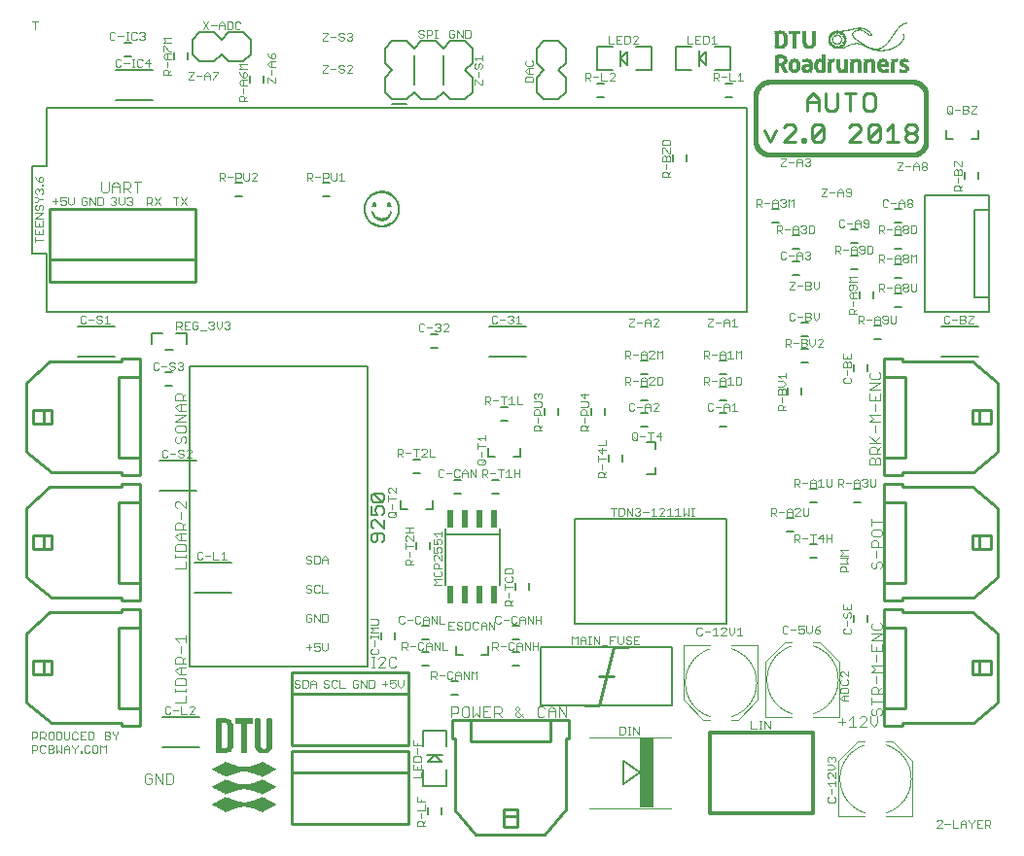
<source format=gto>
G75*
%MOIN*%
%OFA0B0*%
%FSLAX25Y25*%
%IPPOS*%
%LPD*%
%AMOC8*
5,1,8,0,0,1.08239X$1,22.5*
%
%ADD10C,0.00400*%
%ADD11C,0.00300*%
%ADD12C,0.01100*%
%ADD13C,0.01600*%
%ADD14C,0.00800*%
%ADD15C,0.00600*%
%ADD16C,0.00500*%
%ADD17C,0.01000*%
%ADD18R,0.01930X0.05984*%
%ADD19R,0.00827X0.00059*%
%ADD20R,0.00709X0.00059*%
%ADD21R,0.01063X0.00059*%
%ADD22R,0.01240X0.00059*%
%ADD23R,0.00945X0.00059*%
%ADD24R,0.01122X0.00059*%
%ADD25R,0.01299X0.00059*%
%ADD26R,0.01713X0.00059*%
%ADD27R,0.00886X0.00059*%
%ADD28R,0.01181X0.00059*%
%ADD29R,0.01890X0.00059*%
%ADD30R,0.01772X0.00059*%
%ADD31R,0.01654X0.00059*%
%ADD32R,0.01476X0.00059*%
%ADD33R,0.02244X0.00059*%
%ADD34R,0.01004X0.00059*%
%ADD35R,0.02362X0.00059*%
%ADD36R,0.02598X0.00059*%
%ADD37R,0.02480X0.00059*%
%ADD38R,0.02126X0.00059*%
%ADD39R,0.02835X0.00059*%
%ADD40R,0.01949X0.00059*%
%ADD41R,0.02717X0.00059*%
%ADD42R,0.02303X0.00059*%
%ADD43R,0.03130X0.00059*%
%ADD44R,0.02953X0.00059*%
%ADD45R,0.02067X0.00059*%
%ADD46R,0.02421X0.00059*%
%ADD47R,0.03071X0.00059*%
%ADD48R,0.03307X0.00059*%
%ADD49R,0.02894X0.00059*%
%ADD50R,0.02776X0.00059*%
%ADD51R,0.03189X0.00059*%
%ADD52R,0.03366X0.00059*%
%ADD53R,0.03012X0.00059*%
%ADD54R,0.03248X0.00059*%
%ADD55R,0.03425X0.00059*%
%ADD56R,0.03484X0.00059*%
%ADD57R,0.03543X0.00059*%
%ADD58R,0.01358X0.00059*%
%ADD59R,0.01594X0.00059*%
%ADD60R,0.01535X0.00059*%
%ADD61R,0.00413X0.00059*%
%ADD62R,0.01417X0.00059*%
%ADD63R,0.00177X0.00059*%
%ADD64R,0.03720X0.00059*%
%ADD65R,0.03780X0.00059*%
%ADD66R,0.01831X0.00059*%
%ADD67R,0.00118X0.00059*%
%ADD68R,0.02657X0.00059*%
%ADD69R,0.03602X0.00059*%
%ADD70R,0.03661X0.00059*%
%ADD71R,0.03839X0.00059*%
%ADD72R,0.00768X0.00059*%
%ADD73R,0.02539X0.00059*%
%ADD74R,0.02185X0.00059*%
%ADD75R,0.02008X0.00059*%
%ADD76R,0.00650X0.00059*%
%ADD77R,0.00354X0.00059*%
%ADD78R,0.00472X0.00059*%
%ADD79R,0.00295X0.00059*%
%ADD80R,0.00591X0.00059*%
%ADD81R,0.00531X0.00059*%
%ADD82R,0.00236X0.00059*%
%ADD83R,0.00059X0.00059*%
%ADD84R,0.04075X0.00059*%
%ADD85R,0.04193X0.00059*%
%ADD86R,0.03957X0.00059*%
%ADD87R,0.01100X0.00050*%
%ADD88R,0.01900X0.00050*%
%ADD89R,0.02450X0.00050*%
%ADD90R,0.02900X0.00050*%
%ADD91R,0.03250X0.00050*%
%ADD92R,0.03600X0.00050*%
%ADD93R,0.03900X0.00050*%
%ADD94R,0.04200X0.00050*%
%ADD95R,0.04450X0.00050*%
%ADD96R,0.04700X0.00050*%
%ADD97R,0.04950X0.00050*%
%ADD98R,0.05150X0.00050*%
%ADD99R,0.02300X0.00050*%
%ADD100R,0.02250X0.00050*%
%ADD101R,0.01950X0.00050*%
%ADD102R,0.01750X0.00050*%
%ADD103R,0.01600X0.00050*%
%ADD104R,0.01500X0.00050*%
%ADD105R,0.01450X0.00050*%
%ADD106R,0.01400X0.00050*%
%ADD107R,0.01350X0.00050*%
%ADD108R,0.01300X0.00050*%
%ADD109R,0.01250X0.00050*%
%ADD110R,0.01200X0.00050*%
%ADD111R,0.01150X0.00050*%
%ADD112R,0.01050X0.00050*%
%ADD113R,0.01000X0.00050*%
%ADD114R,0.00950X0.00050*%
%ADD115R,0.00900X0.00050*%
%ADD116R,0.00850X0.00050*%
%ADD117R,0.00800X0.00050*%
%ADD118R,0.00750X0.00050*%
%ADD119R,0.01850X0.00050*%
%ADD120R,0.02150X0.00050*%
%ADD121R,0.00700X0.00050*%
%ADD122R,0.02700X0.00050*%
%ADD123R,0.02950X0.00050*%
%ADD124R,0.03150X0.00050*%
%ADD125R,0.03350X0.00050*%
%ADD126R,0.03500X0.00050*%
%ADD127R,0.03650X0.00050*%
%ADD128R,0.03850X0.00050*%
%ADD129R,0.03950X0.00050*%
%ADD130R,0.04150X0.00050*%
%ADD131R,0.04250X0.00050*%
%ADD132R,0.00650X0.00050*%
%ADD133R,0.01650X0.00050*%
%ADD134R,0.00600X0.00050*%
%ADD135R,0.00550X0.00050*%
%ADD136R,0.00500X0.00050*%
%ADD137R,0.00400X0.00050*%
%ADD138R,0.00300X0.00050*%
%ADD139R,0.00200X0.00050*%
%ADD140R,0.00050X0.00050*%
%ADD141R,0.00150X0.00050*%
%ADD142R,0.00100X0.00050*%
%ADD143R,0.00350X0.00050*%
%ADD144R,0.01700X0.00050*%
%ADD145R,0.04900X0.00050*%
%ADD146R,0.02400X0.00050*%
%ADD147R,0.04134X0.00059*%
%ADD148R,0.04429X0.00059*%
%ADD149R,0.04665X0.00059*%
%ADD150R,0.04902X0.00059*%
%ADD151R,0.05197X0.00059*%
%ADD152R,0.05492X0.00059*%
%ADD153R,0.05846X0.00059*%
%ADD154R,0.06142X0.00059*%
%ADD155R,0.06437X0.00059*%
%ADD156R,0.06791X0.00059*%
%ADD157R,0.07146X0.00059*%
%ADD158R,0.07559X0.00059*%
%ADD159R,0.07913X0.00059*%
%ADD160R,0.08327X0.00059*%
%ADD161R,0.08386X0.00059*%
%ADD162R,0.08976X0.00059*%
%ADD163R,0.19311X0.00059*%
%ADD164R,0.19547X0.00059*%
%ADD165R,0.19783X0.00059*%
%ADD166R,0.20020X0.00059*%
%ADD167R,0.20256X0.00059*%
%ADD168R,0.20492X0.00059*%
%ADD169R,0.20728X0.00059*%
%ADD170R,0.20906X0.00059*%
%ADD171R,0.21083X0.00059*%
%ADD172R,0.21319X0.00059*%
%ADD173R,0.21555X0.00059*%
%ADD174R,0.21673X0.00059*%
%ADD175R,0.20846X0.00059*%
%ADD176R,0.20610X0.00059*%
%ADD177R,0.20374X0.00059*%
%ADD178R,0.20138X0.00059*%
%ADD179R,0.19902X0.00059*%
%ADD180R,0.19665X0.00059*%
%ADD181R,0.19429X0.00059*%
%ADD182R,0.19193X0.00059*%
%ADD183R,0.08622X0.00059*%
%ADD184R,0.08681X0.00059*%
%ADD185R,0.08150X0.00059*%
%ADD186R,0.07736X0.00059*%
%ADD187R,0.07382X0.00059*%
%ADD188R,0.07323X0.00059*%
%ADD189R,0.07028X0.00059*%
%ADD190R,0.06969X0.00059*%
%ADD191R,0.06673X0.00059*%
%ADD192R,0.06319X0.00059*%
%ADD193R,0.06024X0.00059*%
%ADD194R,0.05669X0.00059*%
%ADD195R,0.05374X0.00059*%
%ADD196R,0.05079X0.00059*%
%ADD197R,0.04783X0.00059*%
%ADD198R,0.04547X0.00059*%
%ADD199R,0.04252X0.00059*%
%ADD200R,0.04016X0.00059*%
%ADD201R,0.04311X0.00059*%
%ADD202R,0.04606X0.00059*%
%ADD203R,0.05787X0.00059*%
%ADD204R,0.07500X0.00059*%
%ADD205R,0.07854X0.00059*%
%ADD206R,0.08917X0.00059*%
%ADD207R,0.20965X0.00059*%
%ADD208R,0.19252X0.00059*%
%ADD209R,0.08209X0.00059*%
%ADD210R,0.04843X0.00059*%
%ADD211R,0.07441X0.00059*%
%ADD212R,0.08268X0.00059*%
%ADD213R,0.08858X0.00059*%
%ADD214R,0.19488X0.00059*%
%ADD215R,0.08740X0.00059*%
%ADD216R,0.07795X0.00059*%
%ADD217R,0.05728X0.00059*%
%ADD218R,0.05138X0.00059*%
%ADD219R,0.04724X0.00059*%
%ADD220R,0.03898X0.00059*%
%ADD221R,0.05020X0.00059*%
%ADD222R,0.04370X0.00059*%
%ADD223R,0.04488X0.00059*%
%ADD224R,0.05256X0.00059*%
%ADD225R,0.05315X0.00059*%
%ADD226R,0.05433X0.00059*%
%ADD227R,0.05551X0.00059*%
%ADD228R,0.05610X0.00059*%
%ADD229R,0.05906X0.00059*%
%ADD230R,0.04961X0.00059*%
%ADD231R,0.04921X0.24409*%
%ADD232C,0.01200*%
D10*
X0053675Y0039801D02*
X0054276Y0039200D01*
X0055477Y0039200D01*
X0056077Y0039801D01*
X0056077Y0041002D01*
X0054876Y0041002D01*
X0053675Y0042203D02*
X0053675Y0039801D01*
X0053675Y0042203D02*
X0054276Y0042803D01*
X0055477Y0042803D01*
X0056077Y0042203D01*
X0057358Y0042803D02*
X0059760Y0039200D01*
X0059760Y0042803D01*
X0061042Y0042803D02*
X0061042Y0039200D01*
X0062843Y0039200D01*
X0063444Y0039801D01*
X0063444Y0042203D01*
X0062843Y0042803D01*
X0061042Y0042803D01*
X0057358Y0042803D02*
X0057358Y0039200D01*
X0064197Y0066923D02*
X0067800Y0066923D01*
X0067800Y0069325D01*
X0067800Y0070606D02*
X0067800Y0071807D01*
X0067800Y0071206D02*
X0064197Y0071206D01*
X0064197Y0070606D02*
X0064197Y0071807D01*
X0064197Y0073061D02*
X0064197Y0074863D01*
X0064797Y0075463D01*
X0067199Y0075463D01*
X0067800Y0074863D01*
X0067800Y0073061D01*
X0064197Y0073061D01*
X0065398Y0076745D02*
X0064197Y0077946D01*
X0065398Y0079147D01*
X0067800Y0079147D01*
X0067800Y0080428D02*
X0064197Y0080428D01*
X0064197Y0082229D01*
X0064797Y0082830D01*
X0065998Y0082830D01*
X0066599Y0082229D01*
X0066599Y0080428D01*
X0066599Y0081629D02*
X0067800Y0082830D01*
X0065998Y0084111D02*
X0065998Y0086513D01*
X0065398Y0087794D02*
X0064197Y0088995D01*
X0067800Y0088995D01*
X0067800Y0087794D02*
X0067800Y0090196D01*
X0065998Y0079147D02*
X0065998Y0076745D01*
X0065398Y0076745D02*
X0067800Y0076745D01*
X0067800Y0112923D02*
X0064197Y0112923D01*
X0067800Y0112923D02*
X0067800Y0115325D01*
X0067800Y0116606D02*
X0067800Y0117807D01*
X0067800Y0117206D02*
X0064197Y0117206D01*
X0064197Y0116606D02*
X0064197Y0117807D01*
X0064197Y0119061D02*
X0064197Y0120863D01*
X0064797Y0121463D01*
X0067199Y0121463D01*
X0067800Y0120863D01*
X0067800Y0119061D01*
X0064197Y0119061D01*
X0065398Y0122745D02*
X0064197Y0123946D01*
X0065398Y0125147D01*
X0067800Y0125147D01*
X0067800Y0126428D02*
X0064197Y0126428D01*
X0064197Y0128229D01*
X0064797Y0128830D01*
X0065998Y0128830D01*
X0066599Y0128229D01*
X0066599Y0126428D01*
X0066599Y0127629D02*
X0067800Y0128830D01*
X0065998Y0130111D02*
X0065998Y0132513D01*
X0064797Y0133794D02*
X0064197Y0134395D01*
X0064197Y0135596D01*
X0064797Y0136196D01*
X0065398Y0136196D01*
X0067800Y0133794D01*
X0067800Y0136196D01*
X0065998Y0125147D02*
X0065998Y0122745D01*
X0065398Y0122745D02*
X0067800Y0122745D01*
X0067199Y0155992D02*
X0067800Y0156593D01*
X0067800Y0157794D01*
X0067199Y0158394D01*
X0066599Y0158394D01*
X0065998Y0157794D01*
X0065998Y0156593D01*
X0065398Y0155992D01*
X0064797Y0155992D01*
X0064197Y0156593D01*
X0064197Y0157794D01*
X0064797Y0158394D01*
X0064797Y0159675D02*
X0067199Y0159675D01*
X0067800Y0160276D01*
X0067800Y0161477D01*
X0067199Y0162077D01*
X0064797Y0162077D01*
X0064197Y0161477D01*
X0064197Y0160276D01*
X0064797Y0159675D01*
X0064197Y0163358D02*
X0067800Y0165760D01*
X0064197Y0165760D01*
X0065398Y0167042D02*
X0064197Y0168243D01*
X0065398Y0169444D01*
X0067800Y0169444D01*
X0067800Y0170725D02*
X0064197Y0170725D01*
X0064197Y0172526D01*
X0064797Y0173127D01*
X0065998Y0173127D01*
X0066599Y0172526D01*
X0066599Y0170725D01*
X0066599Y0171926D02*
X0067800Y0173127D01*
X0065998Y0169444D02*
X0065998Y0167042D01*
X0065398Y0167042D02*
X0067800Y0167042D01*
X0067800Y0163358D02*
X0064197Y0163358D01*
X0131289Y0082803D02*
X0132490Y0082803D01*
X0131890Y0082803D02*
X0131890Y0079200D01*
X0132490Y0079200D02*
X0131289Y0079200D01*
X0133745Y0079200D02*
X0136147Y0081602D01*
X0136147Y0082203D01*
X0135546Y0082803D01*
X0134345Y0082803D01*
X0133745Y0082203D01*
X0133745Y0079200D02*
X0136147Y0079200D01*
X0137428Y0079801D02*
X0137428Y0082203D01*
X0138028Y0082803D01*
X0139229Y0082803D01*
X0139830Y0082203D01*
X0139830Y0079801D02*
X0139229Y0079200D01*
X0138028Y0079200D01*
X0137428Y0079801D01*
X0158746Y0065819D02*
X0158746Y0062216D01*
X0158746Y0063417D02*
X0160547Y0063417D01*
X0161148Y0064017D01*
X0161148Y0065218D01*
X0160547Y0065819D01*
X0158746Y0065819D01*
X0162429Y0065218D02*
X0162429Y0062816D01*
X0163029Y0062216D01*
X0164231Y0062216D01*
X0164831Y0062816D01*
X0164831Y0065218D01*
X0164231Y0065819D01*
X0163029Y0065819D01*
X0162429Y0065218D01*
X0166112Y0065819D02*
X0166112Y0062216D01*
X0167313Y0063417D01*
X0168514Y0062216D01*
X0168514Y0065819D01*
X0169795Y0065819D02*
X0169795Y0062216D01*
X0172197Y0062216D01*
X0173478Y0062216D02*
X0173478Y0065819D01*
X0175280Y0065819D01*
X0175880Y0065218D01*
X0175880Y0064017D01*
X0175280Y0063417D01*
X0173478Y0063417D01*
X0174679Y0063417D02*
X0175880Y0062216D01*
X0180845Y0062816D02*
X0180845Y0063417D01*
X0182046Y0064618D01*
X0182046Y0065218D01*
X0181445Y0065819D01*
X0180845Y0065218D01*
X0180845Y0064618D01*
X0183247Y0062216D01*
X0183247Y0063417D02*
X0182046Y0062216D01*
X0181445Y0062216D01*
X0180845Y0062816D01*
X0188211Y0062816D02*
X0188812Y0062216D01*
X0190013Y0062216D01*
X0190613Y0062816D01*
X0191894Y0062216D02*
X0191894Y0064618D01*
X0193095Y0065819D01*
X0194296Y0064618D01*
X0194296Y0062216D01*
X0195577Y0062216D02*
X0195577Y0065819D01*
X0197979Y0062216D01*
X0197979Y0065819D01*
X0194296Y0064017D02*
X0191894Y0064017D01*
X0190613Y0065218D02*
X0190013Y0065819D01*
X0188812Y0065819D01*
X0188211Y0065218D01*
X0188211Y0062816D01*
X0172197Y0065819D02*
X0169795Y0065819D01*
X0169795Y0064017D02*
X0170996Y0064017D01*
X0205982Y0055224D02*
X0234018Y0055224D01*
X0244898Y0061205D02*
X0238205Y0067898D01*
X0238205Y0086795D01*
X0247260Y0086795D01*
X0254740Y0086795D02*
X0263795Y0086795D01*
X0263795Y0067898D01*
X0257102Y0061205D01*
X0254740Y0061205D01*
X0247260Y0061205D02*
X0244898Y0061205D01*
X0247260Y0062385D02*
X0246977Y0062480D01*
X0246696Y0062582D01*
X0246419Y0062691D01*
X0246143Y0062806D01*
X0245871Y0062928D01*
X0245602Y0063057D01*
X0245336Y0063192D01*
X0245074Y0063334D01*
X0244815Y0063482D01*
X0244559Y0063636D01*
X0244308Y0063797D01*
X0244060Y0063964D01*
X0243817Y0064136D01*
X0243578Y0064315D01*
X0243343Y0064499D01*
X0243113Y0064689D01*
X0242888Y0064885D01*
X0242668Y0065086D01*
X0242452Y0065292D01*
X0242242Y0065504D01*
X0242037Y0065720D01*
X0241837Y0065942D01*
X0241643Y0066169D01*
X0241454Y0066400D01*
X0241271Y0066635D01*
X0241094Y0066875D01*
X0240923Y0067120D01*
X0240758Y0067368D01*
X0240599Y0067621D01*
X0240446Y0067877D01*
X0240299Y0068137D01*
X0240159Y0068400D01*
X0240025Y0068667D01*
X0239898Y0068937D01*
X0239778Y0069210D01*
X0239664Y0069485D01*
X0239557Y0069764D01*
X0239457Y0070045D01*
X0239364Y0070328D01*
X0239277Y0070614D01*
X0239198Y0070902D01*
X0239126Y0071191D01*
X0239061Y0071482D01*
X0239003Y0071775D01*
X0238952Y0072069D01*
X0238908Y0072364D01*
X0238872Y0072660D01*
X0238843Y0072957D01*
X0238821Y0073255D01*
X0238806Y0073553D01*
X0238799Y0073851D01*
X0238799Y0074149D01*
X0238806Y0074447D01*
X0238821Y0074745D01*
X0238843Y0075043D01*
X0238872Y0075340D01*
X0238908Y0075636D01*
X0238952Y0075931D01*
X0239003Y0076225D01*
X0239061Y0076518D01*
X0239126Y0076809D01*
X0239198Y0077098D01*
X0239277Y0077386D01*
X0239364Y0077672D01*
X0239457Y0077955D01*
X0239557Y0078236D01*
X0239664Y0078515D01*
X0239778Y0078790D01*
X0239898Y0079063D01*
X0240025Y0079333D01*
X0240159Y0079600D01*
X0240299Y0079863D01*
X0240446Y0080123D01*
X0240599Y0080379D01*
X0240758Y0080632D01*
X0240923Y0080880D01*
X0241094Y0081125D01*
X0241271Y0081365D01*
X0241454Y0081600D01*
X0241643Y0081831D01*
X0241837Y0082058D01*
X0242037Y0082280D01*
X0242242Y0082496D01*
X0242452Y0082708D01*
X0242668Y0082914D01*
X0242888Y0083115D01*
X0243113Y0083311D01*
X0243343Y0083501D01*
X0243578Y0083685D01*
X0243817Y0083864D01*
X0244060Y0084036D01*
X0244308Y0084203D01*
X0244559Y0084364D01*
X0244815Y0084518D01*
X0245074Y0084666D01*
X0245336Y0084808D01*
X0245602Y0084943D01*
X0245871Y0085072D01*
X0246143Y0085194D01*
X0246419Y0085309D01*
X0246696Y0085418D01*
X0246977Y0085520D01*
X0247260Y0085615D01*
X0254740Y0085615D02*
X0255023Y0085520D01*
X0255304Y0085418D01*
X0255581Y0085309D01*
X0255857Y0085194D01*
X0256129Y0085072D01*
X0256398Y0084943D01*
X0256664Y0084808D01*
X0256926Y0084666D01*
X0257185Y0084518D01*
X0257441Y0084364D01*
X0257692Y0084203D01*
X0257940Y0084036D01*
X0258183Y0083864D01*
X0258422Y0083685D01*
X0258657Y0083501D01*
X0258887Y0083311D01*
X0259112Y0083115D01*
X0259332Y0082914D01*
X0259548Y0082708D01*
X0259758Y0082496D01*
X0259963Y0082280D01*
X0260163Y0082058D01*
X0260357Y0081831D01*
X0260546Y0081600D01*
X0260729Y0081365D01*
X0260906Y0081125D01*
X0261077Y0080880D01*
X0261242Y0080632D01*
X0261401Y0080379D01*
X0261554Y0080123D01*
X0261701Y0079863D01*
X0261841Y0079600D01*
X0261975Y0079333D01*
X0262102Y0079063D01*
X0262222Y0078790D01*
X0262336Y0078515D01*
X0262443Y0078236D01*
X0262543Y0077955D01*
X0262636Y0077672D01*
X0262723Y0077386D01*
X0262802Y0077098D01*
X0262874Y0076809D01*
X0262939Y0076518D01*
X0262997Y0076225D01*
X0263048Y0075931D01*
X0263092Y0075636D01*
X0263128Y0075340D01*
X0263157Y0075043D01*
X0263179Y0074745D01*
X0263194Y0074447D01*
X0263201Y0074149D01*
X0263201Y0073851D01*
X0263194Y0073553D01*
X0263179Y0073255D01*
X0263157Y0072957D01*
X0263128Y0072660D01*
X0263092Y0072364D01*
X0263048Y0072069D01*
X0262997Y0071775D01*
X0262939Y0071482D01*
X0262874Y0071191D01*
X0262802Y0070902D01*
X0262723Y0070614D01*
X0262636Y0070328D01*
X0262543Y0070045D01*
X0262443Y0069764D01*
X0262336Y0069485D01*
X0262222Y0069210D01*
X0262102Y0068937D01*
X0261975Y0068667D01*
X0261841Y0068400D01*
X0261701Y0068137D01*
X0261554Y0067877D01*
X0261401Y0067621D01*
X0261242Y0067368D01*
X0261077Y0067120D01*
X0260906Y0066875D01*
X0260729Y0066635D01*
X0260546Y0066400D01*
X0260357Y0066169D01*
X0260163Y0065942D01*
X0259963Y0065720D01*
X0259758Y0065504D01*
X0259548Y0065292D01*
X0259332Y0065086D01*
X0259112Y0064885D01*
X0258887Y0064689D01*
X0258657Y0064499D01*
X0258422Y0064315D01*
X0258183Y0064136D01*
X0257940Y0063964D01*
X0257692Y0063797D01*
X0257441Y0063636D01*
X0257185Y0063482D01*
X0256926Y0063334D01*
X0256664Y0063192D01*
X0256398Y0063057D01*
X0256129Y0062928D01*
X0255857Y0062806D01*
X0255581Y0062691D01*
X0255304Y0062582D01*
X0255023Y0062480D01*
X0254740Y0062385D01*
X0266205Y0062205D02*
X0266205Y0081102D01*
X0272898Y0087795D01*
X0275260Y0087795D01*
X0282740Y0087795D02*
X0285102Y0087795D01*
X0291795Y0081102D01*
X0291795Y0062205D01*
X0282740Y0062205D01*
X0275260Y0062205D02*
X0266205Y0062205D01*
X0282740Y0063385D02*
X0283023Y0063480D01*
X0283304Y0063582D01*
X0283581Y0063691D01*
X0283857Y0063806D01*
X0284129Y0063928D01*
X0284398Y0064057D01*
X0284664Y0064192D01*
X0284926Y0064334D01*
X0285185Y0064482D01*
X0285441Y0064636D01*
X0285692Y0064797D01*
X0285940Y0064964D01*
X0286183Y0065136D01*
X0286422Y0065315D01*
X0286657Y0065499D01*
X0286887Y0065689D01*
X0287112Y0065885D01*
X0287332Y0066086D01*
X0287548Y0066292D01*
X0287758Y0066504D01*
X0287963Y0066720D01*
X0288163Y0066942D01*
X0288357Y0067169D01*
X0288546Y0067400D01*
X0288729Y0067635D01*
X0288906Y0067875D01*
X0289077Y0068120D01*
X0289242Y0068368D01*
X0289401Y0068621D01*
X0289554Y0068877D01*
X0289701Y0069137D01*
X0289841Y0069400D01*
X0289975Y0069667D01*
X0290102Y0069937D01*
X0290222Y0070210D01*
X0290336Y0070485D01*
X0290443Y0070764D01*
X0290543Y0071045D01*
X0290636Y0071328D01*
X0290723Y0071614D01*
X0290802Y0071902D01*
X0290874Y0072191D01*
X0290939Y0072482D01*
X0290997Y0072775D01*
X0291048Y0073069D01*
X0291092Y0073364D01*
X0291128Y0073660D01*
X0291157Y0073957D01*
X0291179Y0074255D01*
X0291194Y0074553D01*
X0291201Y0074851D01*
X0291201Y0075149D01*
X0291194Y0075447D01*
X0291179Y0075745D01*
X0291157Y0076043D01*
X0291128Y0076340D01*
X0291092Y0076636D01*
X0291048Y0076931D01*
X0290997Y0077225D01*
X0290939Y0077518D01*
X0290874Y0077809D01*
X0290802Y0078098D01*
X0290723Y0078386D01*
X0290636Y0078672D01*
X0290543Y0078955D01*
X0290443Y0079236D01*
X0290336Y0079515D01*
X0290222Y0079790D01*
X0290102Y0080063D01*
X0289975Y0080333D01*
X0289841Y0080600D01*
X0289701Y0080863D01*
X0289554Y0081123D01*
X0289401Y0081379D01*
X0289242Y0081632D01*
X0289077Y0081880D01*
X0288906Y0082125D01*
X0288729Y0082365D01*
X0288546Y0082600D01*
X0288357Y0082831D01*
X0288163Y0083058D01*
X0287963Y0083280D01*
X0287758Y0083496D01*
X0287548Y0083708D01*
X0287332Y0083914D01*
X0287112Y0084115D01*
X0286887Y0084311D01*
X0286657Y0084501D01*
X0286422Y0084685D01*
X0286183Y0084864D01*
X0285940Y0085036D01*
X0285692Y0085203D01*
X0285441Y0085364D01*
X0285185Y0085518D01*
X0284926Y0085666D01*
X0284664Y0085808D01*
X0284398Y0085943D01*
X0284129Y0086072D01*
X0283857Y0086194D01*
X0283581Y0086309D01*
X0283304Y0086418D01*
X0283023Y0086520D01*
X0282740Y0086615D01*
X0275260Y0086615D02*
X0274977Y0086520D01*
X0274696Y0086418D01*
X0274419Y0086309D01*
X0274143Y0086194D01*
X0273871Y0086072D01*
X0273602Y0085943D01*
X0273336Y0085808D01*
X0273074Y0085666D01*
X0272815Y0085518D01*
X0272559Y0085364D01*
X0272308Y0085203D01*
X0272060Y0085036D01*
X0271817Y0084864D01*
X0271578Y0084685D01*
X0271343Y0084501D01*
X0271113Y0084311D01*
X0270888Y0084115D01*
X0270668Y0083914D01*
X0270452Y0083708D01*
X0270242Y0083496D01*
X0270037Y0083280D01*
X0269837Y0083058D01*
X0269643Y0082831D01*
X0269454Y0082600D01*
X0269271Y0082365D01*
X0269094Y0082125D01*
X0268923Y0081880D01*
X0268758Y0081632D01*
X0268599Y0081379D01*
X0268446Y0081123D01*
X0268299Y0080863D01*
X0268159Y0080600D01*
X0268025Y0080333D01*
X0267898Y0080063D01*
X0267778Y0079790D01*
X0267664Y0079515D01*
X0267557Y0079236D01*
X0267457Y0078955D01*
X0267364Y0078672D01*
X0267277Y0078386D01*
X0267198Y0078098D01*
X0267126Y0077809D01*
X0267061Y0077518D01*
X0267003Y0077225D01*
X0266952Y0076931D01*
X0266908Y0076636D01*
X0266872Y0076340D01*
X0266843Y0076043D01*
X0266821Y0075745D01*
X0266806Y0075447D01*
X0266799Y0075149D01*
X0266799Y0074851D01*
X0266806Y0074553D01*
X0266821Y0074255D01*
X0266843Y0073957D01*
X0266872Y0073660D01*
X0266908Y0073364D01*
X0266952Y0073069D01*
X0267003Y0072775D01*
X0267061Y0072482D01*
X0267126Y0072191D01*
X0267198Y0071902D01*
X0267277Y0071614D01*
X0267364Y0071328D01*
X0267457Y0071045D01*
X0267557Y0070764D01*
X0267664Y0070485D01*
X0267778Y0070210D01*
X0267898Y0069937D01*
X0268025Y0069667D01*
X0268159Y0069400D01*
X0268299Y0069137D01*
X0268446Y0068877D01*
X0268599Y0068621D01*
X0268758Y0068368D01*
X0268923Y0068120D01*
X0269094Y0067875D01*
X0269271Y0067635D01*
X0269454Y0067400D01*
X0269643Y0067169D01*
X0269837Y0066942D01*
X0270037Y0066720D01*
X0270242Y0066504D01*
X0270452Y0066292D01*
X0270668Y0066086D01*
X0270888Y0065885D01*
X0271113Y0065689D01*
X0271343Y0065499D01*
X0271578Y0065315D01*
X0271817Y0065136D01*
X0272060Y0064964D01*
X0272308Y0064797D01*
X0272559Y0064636D01*
X0272815Y0064482D01*
X0273074Y0064334D01*
X0273336Y0064192D01*
X0273602Y0064057D01*
X0273871Y0063928D01*
X0274143Y0063806D01*
X0274419Y0063691D01*
X0274696Y0063582D01*
X0274977Y0063480D01*
X0275260Y0063385D01*
X0291334Y0060502D02*
X0293736Y0060502D01*
X0295017Y0061102D02*
X0296218Y0062303D01*
X0296218Y0058700D01*
X0295017Y0058700D02*
X0297419Y0058700D01*
X0298700Y0058700D02*
X0301102Y0061102D01*
X0301102Y0061703D01*
X0300502Y0062303D01*
X0299301Y0062303D01*
X0298700Y0061703D01*
X0298700Y0058700D02*
X0301102Y0058700D01*
X0302383Y0059901D02*
X0303584Y0058700D01*
X0304785Y0059901D01*
X0304785Y0062303D01*
X0303898Y0062626D02*
X0304498Y0063226D01*
X0304498Y0064427D01*
X0305099Y0065028D01*
X0305699Y0065028D01*
X0306300Y0064427D01*
X0306300Y0063226D01*
X0305699Y0062626D01*
X0303898Y0062626D02*
X0303297Y0062626D01*
X0302697Y0063226D01*
X0302697Y0064427D01*
X0303297Y0065028D01*
X0302697Y0066309D02*
X0302697Y0068711D01*
X0302697Y0067510D02*
X0306300Y0067510D01*
X0306300Y0069992D02*
X0302697Y0069992D01*
X0302697Y0071794D01*
X0303297Y0072394D01*
X0304498Y0072394D01*
X0305099Y0071794D01*
X0305099Y0069992D01*
X0305099Y0071193D02*
X0306300Y0072394D01*
X0304498Y0073675D02*
X0304498Y0076077D01*
X0306300Y0077358D02*
X0302697Y0077358D01*
X0303898Y0078559D01*
X0302697Y0079760D01*
X0306300Y0079760D01*
X0304498Y0081042D02*
X0304498Y0083444D01*
X0304498Y0084725D02*
X0304498Y0085926D01*
X0302697Y0087127D02*
X0302697Y0084725D01*
X0306300Y0084725D01*
X0306300Y0087127D01*
X0306300Y0088408D02*
X0302697Y0088408D01*
X0306300Y0090810D01*
X0302697Y0090810D01*
X0303297Y0092091D02*
X0305699Y0092091D01*
X0306300Y0092691D01*
X0306300Y0093893D01*
X0305699Y0094493D01*
X0303297Y0094493D02*
X0302697Y0093893D01*
X0302697Y0092691D01*
X0303297Y0092091D01*
X0303297Y0112992D02*
X0303898Y0112992D01*
X0304498Y0113593D01*
X0304498Y0114794D01*
X0305099Y0115394D01*
X0305699Y0115394D01*
X0306300Y0114794D01*
X0306300Y0113593D01*
X0305699Y0112992D01*
X0303297Y0112992D02*
X0302697Y0113593D01*
X0302697Y0114794D01*
X0303297Y0115394D01*
X0304498Y0116675D02*
X0304498Y0119077D01*
X0305099Y0120358D02*
X0305099Y0122160D01*
X0304498Y0122760D01*
X0303297Y0122760D01*
X0302697Y0122160D01*
X0302697Y0120358D01*
X0306300Y0120358D01*
X0305699Y0124042D02*
X0303297Y0124042D01*
X0302697Y0124642D01*
X0302697Y0125843D01*
X0303297Y0126444D01*
X0305699Y0126444D01*
X0306300Y0125843D01*
X0306300Y0124642D01*
X0305699Y0124042D01*
X0302697Y0127725D02*
X0302697Y0130127D01*
X0302697Y0128926D02*
X0306300Y0128926D01*
X0305800Y0148626D02*
X0302197Y0148626D01*
X0302197Y0150427D01*
X0302797Y0151028D01*
X0303398Y0151028D01*
X0303998Y0150427D01*
X0303998Y0148626D01*
X0303998Y0150427D02*
X0304599Y0151028D01*
X0305199Y0151028D01*
X0305800Y0150427D01*
X0305800Y0148626D01*
X0305800Y0152309D02*
X0302197Y0152309D01*
X0302197Y0154111D01*
X0302797Y0154711D01*
X0303998Y0154711D01*
X0304599Y0154111D01*
X0304599Y0152309D01*
X0304599Y0153510D02*
X0305800Y0154711D01*
X0305800Y0155992D02*
X0302197Y0155992D01*
X0303998Y0156593D02*
X0305800Y0158394D01*
X0303998Y0159675D02*
X0303998Y0162077D01*
X0305800Y0163358D02*
X0302197Y0163358D01*
X0303398Y0164559D01*
X0302197Y0165760D01*
X0305800Y0165760D01*
X0303998Y0167042D02*
X0303998Y0169444D01*
X0303998Y0170725D02*
X0303998Y0171926D01*
X0302197Y0173127D02*
X0302197Y0170725D01*
X0305800Y0170725D01*
X0305800Y0173127D01*
X0305800Y0174408D02*
X0302197Y0174408D01*
X0305800Y0176810D01*
X0302197Y0176810D01*
X0302797Y0178091D02*
X0305199Y0178091D01*
X0305800Y0178691D01*
X0305800Y0179893D01*
X0305199Y0180493D01*
X0302797Y0180493D02*
X0302197Y0179893D01*
X0302197Y0178691D01*
X0302797Y0178091D01*
X0302197Y0158394D02*
X0304599Y0155992D01*
X0302383Y0062303D02*
X0302383Y0059901D01*
X0300260Y0053795D02*
X0297898Y0053795D01*
X0291205Y0047102D01*
X0291205Y0028205D01*
X0300260Y0028205D01*
X0307740Y0028205D02*
X0316795Y0028205D01*
X0316795Y0047102D01*
X0310102Y0053795D01*
X0307740Y0053795D01*
X0307740Y0052615D02*
X0308023Y0052520D01*
X0308304Y0052418D01*
X0308581Y0052309D01*
X0308857Y0052194D01*
X0309129Y0052072D01*
X0309398Y0051943D01*
X0309664Y0051808D01*
X0309926Y0051666D01*
X0310185Y0051518D01*
X0310441Y0051364D01*
X0310692Y0051203D01*
X0310940Y0051036D01*
X0311183Y0050864D01*
X0311422Y0050685D01*
X0311657Y0050501D01*
X0311887Y0050311D01*
X0312112Y0050115D01*
X0312332Y0049914D01*
X0312548Y0049708D01*
X0312758Y0049496D01*
X0312963Y0049280D01*
X0313163Y0049058D01*
X0313357Y0048831D01*
X0313546Y0048600D01*
X0313729Y0048365D01*
X0313906Y0048125D01*
X0314077Y0047880D01*
X0314242Y0047632D01*
X0314401Y0047379D01*
X0314554Y0047123D01*
X0314701Y0046863D01*
X0314841Y0046600D01*
X0314975Y0046333D01*
X0315102Y0046063D01*
X0315222Y0045790D01*
X0315336Y0045515D01*
X0315443Y0045236D01*
X0315543Y0044955D01*
X0315636Y0044672D01*
X0315723Y0044386D01*
X0315802Y0044098D01*
X0315874Y0043809D01*
X0315939Y0043518D01*
X0315997Y0043225D01*
X0316048Y0042931D01*
X0316092Y0042636D01*
X0316128Y0042340D01*
X0316157Y0042043D01*
X0316179Y0041745D01*
X0316194Y0041447D01*
X0316201Y0041149D01*
X0316201Y0040851D01*
X0316194Y0040553D01*
X0316179Y0040255D01*
X0316157Y0039957D01*
X0316128Y0039660D01*
X0316092Y0039364D01*
X0316048Y0039069D01*
X0315997Y0038775D01*
X0315939Y0038482D01*
X0315874Y0038191D01*
X0315802Y0037902D01*
X0315723Y0037614D01*
X0315636Y0037328D01*
X0315543Y0037045D01*
X0315443Y0036764D01*
X0315336Y0036485D01*
X0315222Y0036210D01*
X0315102Y0035937D01*
X0314975Y0035667D01*
X0314841Y0035400D01*
X0314701Y0035137D01*
X0314554Y0034877D01*
X0314401Y0034621D01*
X0314242Y0034368D01*
X0314077Y0034120D01*
X0313906Y0033875D01*
X0313729Y0033635D01*
X0313546Y0033400D01*
X0313357Y0033169D01*
X0313163Y0032942D01*
X0312963Y0032720D01*
X0312758Y0032504D01*
X0312548Y0032292D01*
X0312332Y0032086D01*
X0312112Y0031885D01*
X0311887Y0031689D01*
X0311657Y0031499D01*
X0311422Y0031315D01*
X0311183Y0031136D01*
X0310940Y0030964D01*
X0310692Y0030797D01*
X0310441Y0030636D01*
X0310185Y0030482D01*
X0309926Y0030334D01*
X0309664Y0030192D01*
X0309398Y0030057D01*
X0309129Y0029928D01*
X0308857Y0029806D01*
X0308581Y0029691D01*
X0308304Y0029582D01*
X0308023Y0029480D01*
X0307740Y0029385D01*
X0300260Y0029385D02*
X0299977Y0029480D01*
X0299696Y0029582D01*
X0299419Y0029691D01*
X0299143Y0029806D01*
X0298871Y0029928D01*
X0298602Y0030057D01*
X0298336Y0030192D01*
X0298074Y0030334D01*
X0297815Y0030482D01*
X0297559Y0030636D01*
X0297308Y0030797D01*
X0297060Y0030964D01*
X0296817Y0031136D01*
X0296578Y0031315D01*
X0296343Y0031499D01*
X0296113Y0031689D01*
X0295888Y0031885D01*
X0295668Y0032086D01*
X0295452Y0032292D01*
X0295242Y0032504D01*
X0295037Y0032720D01*
X0294837Y0032942D01*
X0294643Y0033169D01*
X0294454Y0033400D01*
X0294271Y0033635D01*
X0294094Y0033875D01*
X0293923Y0034120D01*
X0293758Y0034368D01*
X0293599Y0034621D01*
X0293446Y0034877D01*
X0293299Y0035137D01*
X0293159Y0035400D01*
X0293025Y0035667D01*
X0292898Y0035937D01*
X0292778Y0036210D01*
X0292664Y0036485D01*
X0292557Y0036764D01*
X0292457Y0037045D01*
X0292364Y0037328D01*
X0292277Y0037614D01*
X0292198Y0037902D01*
X0292126Y0038191D01*
X0292061Y0038482D01*
X0292003Y0038775D01*
X0291952Y0039069D01*
X0291908Y0039364D01*
X0291872Y0039660D01*
X0291843Y0039957D01*
X0291821Y0040255D01*
X0291806Y0040553D01*
X0291799Y0040851D01*
X0291799Y0041149D01*
X0291806Y0041447D01*
X0291821Y0041745D01*
X0291843Y0042043D01*
X0291872Y0042340D01*
X0291908Y0042636D01*
X0291952Y0042931D01*
X0292003Y0043225D01*
X0292061Y0043518D01*
X0292126Y0043809D01*
X0292198Y0044098D01*
X0292277Y0044386D01*
X0292364Y0044672D01*
X0292457Y0044955D01*
X0292557Y0045236D01*
X0292664Y0045515D01*
X0292778Y0045790D01*
X0292898Y0046063D01*
X0293025Y0046333D01*
X0293159Y0046600D01*
X0293299Y0046863D01*
X0293446Y0047123D01*
X0293599Y0047379D01*
X0293758Y0047632D01*
X0293923Y0047880D01*
X0294094Y0048125D01*
X0294271Y0048365D01*
X0294454Y0048600D01*
X0294643Y0048831D01*
X0294837Y0049058D01*
X0295037Y0049280D01*
X0295242Y0049496D01*
X0295452Y0049708D01*
X0295668Y0049914D01*
X0295888Y0050115D01*
X0296113Y0050311D01*
X0296343Y0050501D01*
X0296578Y0050685D01*
X0296817Y0050864D01*
X0297060Y0051036D01*
X0297308Y0051203D01*
X0297559Y0051364D01*
X0297815Y0051518D01*
X0298074Y0051666D01*
X0298336Y0051808D01*
X0298602Y0051943D01*
X0298871Y0052072D01*
X0299143Y0052194D01*
X0299419Y0052309D01*
X0299696Y0052418D01*
X0299977Y0052520D01*
X0300260Y0052615D01*
X0292535Y0059301D02*
X0292535Y0061703D01*
X0234018Y0030776D02*
X0205982Y0030776D01*
X0051084Y0242200D02*
X0051084Y0245803D01*
X0049883Y0245803D02*
X0052285Y0245803D01*
X0048602Y0245203D02*
X0048602Y0244002D01*
X0048002Y0243401D01*
X0046200Y0243401D01*
X0046200Y0242200D02*
X0046200Y0245803D01*
X0048002Y0245803D01*
X0048602Y0245203D01*
X0047401Y0243401D02*
X0048602Y0242200D01*
X0044919Y0242200D02*
X0044919Y0244602D01*
X0043718Y0245803D01*
X0042517Y0244602D01*
X0042517Y0242200D01*
X0041236Y0242801D02*
X0041236Y0245803D01*
X0042517Y0244002D02*
X0044919Y0244002D01*
X0041236Y0242801D02*
X0040635Y0242200D01*
X0039434Y0242200D01*
X0038834Y0242801D01*
X0038834Y0245803D01*
D11*
X0015008Y0052506D02*
X0015008Y0049804D01*
X0015008Y0050704D02*
X0016359Y0050704D01*
X0016810Y0051155D01*
X0016810Y0052055D01*
X0016359Y0052506D01*
X0015008Y0052506D01*
X0015008Y0054304D02*
X0015008Y0057006D01*
X0016359Y0057006D01*
X0016810Y0056555D01*
X0016810Y0055655D01*
X0016359Y0055204D01*
X0015008Y0055204D01*
X0017771Y0055204D02*
X0019122Y0055204D01*
X0019572Y0055655D01*
X0019572Y0056555D01*
X0019122Y0057006D01*
X0017771Y0057006D01*
X0017771Y0054304D01*
X0018671Y0055204D02*
X0019572Y0054304D01*
X0020533Y0054754D02*
X0020983Y0054304D01*
X0021884Y0054304D01*
X0022335Y0054754D01*
X0022335Y0056555D01*
X0021884Y0057006D01*
X0020983Y0057006D01*
X0020533Y0056555D01*
X0020533Y0054754D01*
X0020533Y0052506D02*
X0021884Y0052506D01*
X0022335Y0052055D01*
X0022335Y0051605D01*
X0021884Y0051155D01*
X0020533Y0051155D01*
X0019572Y0052055D02*
X0019122Y0052506D01*
X0018221Y0052506D01*
X0017771Y0052055D01*
X0017771Y0050254D01*
X0018221Y0049804D01*
X0019122Y0049804D01*
X0019572Y0050254D01*
X0020533Y0049804D02*
X0021884Y0049804D01*
X0022335Y0050254D01*
X0022335Y0050704D01*
X0021884Y0051155D01*
X0020533Y0049804D02*
X0020533Y0052506D01*
X0023295Y0052506D02*
X0023295Y0049804D01*
X0024196Y0050704D01*
X0025097Y0049804D01*
X0025097Y0052506D01*
X0026058Y0051605D02*
X0026958Y0052506D01*
X0027859Y0051605D01*
X0027859Y0049804D01*
X0027859Y0051155D02*
X0026058Y0051155D01*
X0026058Y0051605D02*
X0026058Y0049804D01*
X0028820Y0052055D02*
X0029721Y0051155D01*
X0029721Y0049804D01*
X0029721Y0051155D02*
X0030622Y0052055D01*
X0030622Y0052506D01*
X0028820Y0052506D02*
X0028820Y0052055D01*
X0029270Y0054304D02*
X0030171Y0054304D01*
X0030622Y0054754D01*
X0031582Y0054304D02*
X0033384Y0054304D01*
X0034345Y0054304D02*
X0034345Y0057006D01*
X0035696Y0057006D01*
X0036146Y0056555D01*
X0036146Y0054754D01*
X0035696Y0054304D01*
X0034345Y0054304D01*
X0034315Y0052506D02*
X0033414Y0052506D01*
X0032964Y0052055D01*
X0032964Y0050254D01*
X0033414Y0049804D01*
X0034315Y0049804D01*
X0034765Y0050254D01*
X0035726Y0050254D02*
X0036176Y0049804D01*
X0037077Y0049804D01*
X0037527Y0050254D01*
X0037527Y0052055D01*
X0037077Y0052506D01*
X0036176Y0052506D01*
X0035726Y0052055D01*
X0035726Y0050254D01*
X0034765Y0052055D02*
X0034315Y0052506D01*
X0032033Y0050254D02*
X0032033Y0049804D01*
X0031582Y0049804D01*
X0031582Y0050254D01*
X0032033Y0050254D01*
X0031582Y0054304D02*
X0031582Y0057006D01*
X0033384Y0057006D01*
X0032483Y0055655D02*
X0031582Y0055655D01*
X0030622Y0056555D02*
X0030171Y0057006D01*
X0029270Y0057006D01*
X0028820Y0056555D01*
X0028820Y0054754D01*
X0029270Y0054304D01*
X0027859Y0054754D02*
X0027859Y0057006D01*
X0026058Y0057006D02*
X0026058Y0054754D01*
X0026508Y0054304D01*
X0027409Y0054304D01*
X0027859Y0054754D01*
X0025097Y0054754D02*
X0025097Y0056555D01*
X0024646Y0057006D01*
X0023295Y0057006D01*
X0023295Y0054304D01*
X0024646Y0054304D01*
X0025097Y0054754D01*
X0038488Y0052506D02*
X0039389Y0051605D01*
X0040290Y0052506D01*
X0040290Y0049804D01*
X0038488Y0049804D02*
X0038488Y0052506D01*
X0039869Y0054304D02*
X0041221Y0054304D01*
X0041671Y0054754D01*
X0041671Y0055204D01*
X0041221Y0055655D01*
X0039869Y0055655D01*
X0039869Y0054304D02*
X0039869Y0057006D01*
X0041221Y0057006D01*
X0041671Y0056555D01*
X0041671Y0056105D01*
X0041221Y0055655D01*
X0042632Y0056555D02*
X0042632Y0057006D01*
X0042632Y0056555D02*
X0043533Y0055655D01*
X0043533Y0054304D01*
X0043533Y0055655D02*
X0044433Y0056555D01*
X0044433Y0057006D01*
X0060625Y0063600D02*
X0061076Y0063150D01*
X0061976Y0063150D01*
X0062427Y0063600D01*
X0063388Y0064501D02*
X0065189Y0064501D01*
X0066150Y0065852D02*
X0066150Y0063150D01*
X0067952Y0063150D01*
X0068912Y0063150D02*
X0070714Y0064952D01*
X0070714Y0065402D01*
X0070263Y0065852D01*
X0069363Y0065852D01*
X0068912Y0065402D01*
X0068912Y0063150D02*
X0070714Y0063150D01*
X0062427Y0065402D02*
X0061976Y0065852D01*
X0061076Y0065852D01*
X0060625Y0065402D01*
X0060625Y0063600D01*
X0105006Y0072600D02*
X0105457Y0072150D01*
X0106358Y0072150D01*
X0106808Y0072600D01*
X0106808Y0073051D01*
X0106358Y0073501D01*
X0105457Y0073501D01*
X0105006Y0073952D01*
X0105006Y0074402D01*
X0105457Y0074852D01*
X0106358Y0074852D01*
X0106808Y0074402D01*
X0107769Y0074852D02*
X0107769Y0072150D01*
X0109120Y0072150D01*
X0109570Y0072600D01*
X0109570Y0074402D01*
X0109120Y0074852D01*
X0107769Y0074852D01*
X0110531Y0073952D02*
X0111432Y0074852D01*
X0112333Y0073952D01*
X0112333Y0072150D01*
X0112333Y0073501D02*
X0110531Y0073501D01*
X0110531Y0073952D02*
X0110531Y0072150D01*
X0115006Y0072600D02*
X0115457Y0072150D01*
X0116358Y0072150D01*
X0116808Y0072600D01*
X0116808Y0073051D01*
X0116358Y0073501D01*
X0115457Y0073501D01*
X0115006Y0073952D01*
X0115006Y0074402D01*
X0115457Y0074852D01*
X0116358Y0074852D01*
X0116808Y0074402D01*
X0117769Y0074402D02*
X0117769Y0072600D01*
X0118219Y0072150D01*
X0119120Y0072150D01*
X0119570Y0072600D01*
X0120531Y0072150D02*
X0122333Y0072150D01*
X0120531Y0072150D02*
X0120531Y0074852D01*
X0119570Y0074402D02*
X0119120Y0074852D01*
X0118219Y0074852D01*
X0117769Y0074402D01*
X0125006Y0074402D02*
X0125006Y0072600D01*
X0125457Y0072150D01*
X0126358Y0072150D01*
X0126808Y0072600D01*
X0126808Y0073501D01*
X0125907Y0073501D01*
X0125006Y0074402D02*
X0125457Y0074852D01*
X0126358Y0074852D01*
X0126808Y0074402D01*
X0127769Y0074852D02*
X0127769Y0072150D01*
X0129570Y0072150D02*
X0127769Y0074852D01*
X0129570Y0074852D02*
X0129570Y0072150D01*
X0130531Y0072150D02*
X0131882Y0072150D01*
X0132333Y0072600D01*
X0132333Y0074402D01*
X0131882Y0074852D01*
X0130531Y0074852D01*
X0130531Y0072150D01*
X0135006Y0073501D02*
X0136808Y0073501D01*
X0137769Y0073501D02*
X0138670Y0073952D01*
X0139120Y0073952D01*
X0139570Y0073501D01*
X0139570Y0072600D01*
X0139120Y0072150D01*
X0138219Y0072150D01*
X0137769Y0072600D01*
X0137769Y0073501D02*
X0137769Y0074852D01*
X0139570Y0074852D01*
X0140531Y0074852D02*
X0140531Y0073051D01*
X0141432Y0072150D01*
X0142333Y0073051D01*
X0142333Y0074852D01*
X0135907Y0074402D02*
X0135907Y0072600D01*
X0133400Y0083705D02*
X0131598Y0083705D01*
X0131148Y0084155D01*
X0131148Y0085056D01*
X0131598Y0085506D01*
X0132499Y0086467D02*
X0132499Y0088268D01*
X0133850Y0089229D02*
X0133850Y0090130D01*
X0133850Y0089680D02*
X0131148Y0089680D01*
X0131148Y0090130D02*
X0131148Y0089229D01*
X0131148Y0091071D02*
X0132048Y0091972D01*
X0131148Y0092872D01*
X0133850Y0092872D01*
X0133400Y0093833D02*
X0133850Y0094284D01*
X0133850Y0095184D01*
X0133400Y0095635D01*
X0131148Y0095635D01*
X0131148Y0093833D02*
X0133400Y0093833D01*
X0133850Y0091071D02*
X0131148Y0091071D01*
X0133400Y0085506D02*
X0133850Y0085056D01*
X0133850Y0084155D01*
X0133400Y0083705D01*
X0141863Y0085150D02*
X0141863Y0087852D01*
X0143214Y0087852D01*
X0143664Y0087402D01*
X0143664Y0086501D01*
X0143214Y0086051D01*
X0141863Y0086051D01*
X0142764Y0086051D02*
X0143664Y0085150D01*
X0144625Y0086501D02*
X0146427Y0086501D01*
X0147388Y0085600D02*
X0147838Y0085150D01*
X0148739Y0085150D01*
X0149189Y0085600D01*
X0150150Y0085150D02*
X0150150Y0086952D01*
X0151051Y0087852D01*
X0151952Y0086952D01*
X0151952Y0085150D01*
X0152912Y0085150D02*
X0152912Y0087852D01*
X0154714Y0085150D01*
X0154714Y0087852D01*
X0155675Y0087852D02*
X0155675Y0085150D01*
X0157476Y0085150D01*
X0151952Y0086501D02*
X0150150Y0086501D01*
X0149189Y0087402D02*
X0148739Y0087852D01*
X0147838Y0087852D01*
X0147388Y0087402D01*
X0147388Y0085600D01*
X0147739Y0094150D02*
X0148189Y0094600D01*
X0147739Y0094150D02*
X0146838Y0094150D01*
X0146388Y0094600D01*
X0146388Y0096402D01*
X0146838Y0096852D01*
X0147739Y0096852D01*
X0148189Y0096402D01*
X0149150Y0095952D02*
X0150051Y0096852D01*
X0150952Y0095952D01*
X0150952Y0094150D01*
X0151912Y0094150D02*
X0151912Y0096852D01*
X0153714Y0094150D01*
X0153714Y0096852D01*
X0154675Y0096852D02*
X0154675Y0094150D01*
X0156476Y0094150D01*
X0157863Y0093501D02*
X0158764Y0093501D01*
X0157863Y0092150D02*
X0159664Y0092150D01*
X0160625Y0092600D02*
X0161076Y0092150D01*
X0161976Y0092150D01*
X0162427Y0092600D01*
X0162427Y0093051D01*
X0161976Y0093501D01*
X0161076Y0093501D01*
X0160625Y0093952D01*
X0160625Y0094402D01*
X0161076Y0094852D01*
X0161976Y0094852D01*
X0162427Y0094402D01*
X0163388Y0094852D02*
X0163388Y0092150D01*
X0164739Y0092150D01*
X0165189Y0092600D01*
X0165189Y0094402D01*
X0164739Y0094852D01*
X0163388Y0094852D01*
X0166150Y0094402D02*
X0166150Y0092600D01*
X0166600Y0092150D01*
X0167501Y0092150D01*
X0167952Y0092600D01*
X0168912Y0092150D02*
X0168912Y0093952D01*
X0169813Y0094852D01*
X0170714Y0093952D01*
X0170714Y0092150D01*
X0171675Y0092150D02*
X0171675Y0094852D01*
X0173476Y0092150D01*
X0173476Y0094852D01*
X0173863Y0094600D02*
X0174313Y0094150D01*
X0175214Y0094150D01*
X0175664Y0094600D01*
X0176625Y0095501D02*
X0178427Y0095501D01*
X0179388Y0096402D02*
X0179388Y0094600D01*
X0179838Y0094150D01*
X0180739Y0094150D01*
X0181189Y0094600D01*
X0182150Y0094150D02*
X0182150Y0095952D01*
X0183051Y0096852D01*
X0183952Y0095952D01*
X0183952Y0094150D01*
X0184912Y0094150D02*
X0184912Y0096852D01*
X0186714Y0094150D01*
X0186714Y0096852D01*
X0187675Y0096852D02*
X0187675Y0094150D01*
X0187675Y0095501D02*
X0189476Y0095501D01*
X0189476Y0096852D02*
X0189476Y0094150D01*
X0183952Y0095501D02*
X0182150Y0095501D01*
X0181189Y0096402D02*
X0180739Y0096852D01*
X0179838Y0096852D01*
X0179388Y0096402D01*
X0175664Y0096402D02*
X0175214Y0096852D01*
X0174313Y0096852D01*
X0173863Y0096402D01*
X0173863Y0094600D01*
X0170714Y0093501D02*
X0168912Y0093501D01*
X0167952Y0094402D02*
X0167501Y0094852D01*
X0166600Y0094852D01*
X0166150Y0094402D01*
X0159664Y0094852D02*
X0157863Y0094852D01*
X0157863Y0092150D01*
X0150952Y0095501D02*
X0149150Y0095501D01*
X0149150Y0095952D02*
X0149150Y0094150D01*
X0145427Y0095501D02*
X0143625Y0095501D01*
X0142664Y0094600D02*
X0142214Y0094150D01*
X0141313Y0094150D01*
X0140863Y0094600D01*
X0140863Y0096402D01*
X0141313Y0096852D01*
X0142214Y0096852D01*
X0142664Y0096402D01*
X0152648Y0107482D02*
X0153548Y0108383D01*
X0152648Y0109283D01*
X0155350Y0109283D01*
X0154900Y0110244D02*
X0155350Y0110694D01*
X0155350Y0111595D01*
X0154900Y0112046D01*
X0155350Y0113006D02*
X0152648Y0113006D01*
X0152648Y0114358D01*
X0153098Y0114808D01*
X0153999Y0114808D01*
X0154449Y0114358D01*
X0154449Y0113006D01*
X0153098Y0112046D02*
X0152648Y0111595D01*
X0152648Y0110694D01*
X0153098Y0110244D01*
X0154900Y0110244D01*
X0155350Y0107482D02*
X0152648Y0107482D01*
X0153098Y0115769D02*
X0152648Y0116219D01*
X0152648Y0117120D01*
X0153098Y0117570D01*
X0153548Y0117570D01*
X0155350Y0115769D01*
X0155350Y0117570D01*
X0154900Y0118531D02*
X0155350Y0118982D01*
X0155350Y0119882D01*
X0154900Y0120333D01*
X0153999Y0120333D01*
X0153548Y0119882D01*
X0153548Y0119432D01*
X0153999Y0118531D01*
X0152648Y0118531D01*
X0152648Y0120333D01*
X0152648Y0121294D02*
X0153999Y0121294D01*
X0153548Y0122194D01*
X0153548Y0122645D01*
X0153999Y0123095D01*
X0154900Y0123095D01*
X0155350Y0122645D01*
X0155350Y0121744D01*
X0154900Y0121294D01*
X0152648Y0121294D02*
X0152648Y0123095D01*
X0153548Y0124056D02*
X0152648Y0124957D01*
X0155350Y0124957D01*
X0155350Y0125857D02*
X0155350Y0124056D01*
X0145600Y0124333D02*
X0145600Y0122531D01*
X0143798Y0124333D01*
X0143348Y0124333D01*
X0142898Y0123882D01*
X0142898Y0122982D01*
X0143348Y0122531D01*
X0142898Y0121570D02*
X0142898Y0119769D01*
X0142898Y0120670D02*
X0145600Y0120670D01*
X0144249Y0118808D02*
X0144249Y0117006D01*
X0144249Y0116046D02*
X0144699Y0115595D01*
X0144699Y0114244D01*
X0144699Y0115145D02*
X0145600Y0116046D01*
X0144249Y0116046D02*
X0143348Y0116046D01*
X0142898Y0115595D01*
X0142898Y0114244D01*
X0145600Y0114244D01*
X0145600Y0125294D02*
X0142898Y0125294D01*
X0144249Y0125294D02*
X0144249Y0127095D01*
X0142898Y0127095D02*
X0145600Y0127095D01*
X0139850Y0131076D02*
X0139850Y0131976D01*
X0139400Y0132427D01*
X0137598Y0132427D01*
X0137148Y0131976D01*
X0137148Y0131076D01*
X0137598Y0130625D01*
X0139400Y0130625D01*
X0139850Y0131076D01*
X0138949Y0131526D02*
X0139850Y0132427D01*
X0138499Y0133388D02*
X0138499Y0135189D01*
X0137148Y0136150D02*
X0137148Y0137952D01*
X0137148Y0137051D02*
X0139850Y0137051D01*
X0139850Y0138912D02*
X0138048Y0140714D01*
X0137598Y0140714D01*
X0137148Y0140263D01*
X0137148Y0139363D01*
X0137598Y0138912D01*
X0139850Y0138912D02*
X0139850Y0140714D01*
X0140244Y0151400D02*
X0140244Y0154102D01*
X0141595Y0154102D01*
X0142046Y0153652D01*
X0142046Y0152751D01*
X0141595Y0152301D01*
X0140244Y0152301D01*
X0141145Y0152301D02*
X0142046Y0151400D01*
X0143006Y0152751D02*
X0144808Y0152751D01*
X0145769Y0154102D02*
X0147570Y0154102D01*
X0146670Y0154102D02*
X0146670Y0151400D01*
X0148531Y0151400D02*
X0150333Y0153202D01*
X0150333Y0153652D01*
X0149882Y0154102D01*
X0148982Y0154102D01*
X0148531Y0153652D01*
X0148531Y0151400D02*
X0150333Y0151400D01*
X0151294Y0151400D02*
X0153095Y0151400D01*
X0151294Y0151400D02*
X0151294Y0154102D01*
X0154694Y0147102D02*
X0154244Y0146652D01*
X0154244Y0144850D01*
X0154694Y0144400D01*
X0155595Y0144400D01*
X0156046Y0144850D01*
X0157006Y0145751D02*
X0158808Y0145751D01*
X0159769Y0146652D02*
X0159769Y0144850D01*
X0160219Y0144400D01*
X0161120Y0144400D01*
X0161570Y0144850D01*
X0162531Y0144400D02*
X0162531Y0146202D01*
X0163432Y0147102D01*
X0164333Y0146202D01*
X0164333Y0144400D01*
X0165294Y0144400D02*
X0165294Y0147102D01*
X0167095Y0144400D01*
X0167095Y0147102D01*
X0168098Y0148625D02*
X0167648Y0149076D01*
X0167648Y0149976D01*
X0168098Y0150427D01*
X0169900Y0150427D01*
X0170350Y0149976D01*
X0170350Y0149076D01*
X0169900Y0148625D01*
X0168098Y0148625D01*
X0169449Y0149526D02*
X0170350Y0150427D01*
X0168999Y0151388D02*
X0168999Y0153189D01*
X0167648Y0154150D02*
X0167648Y0155952D01*
X0167648Y0155051D02*
X0170350Y0155051D01*
X0170350Y0156912D02*
X0170350Y0158714D01*
X0170350Y0157813D02*
X0167648Y0157813D01*
X0168548Y0156912D01*
X0169244Y0147102D02*
X0170595Y0147102D01*
X0171046Y0146652D01*
X0171046Y0145751D01*
X0170595Y0145301D01*
X0169244Y0145301D01*
X0170145Y0145301D02*
X0171046Y0144400D01*
X0172006Y0145751D02*
X0173808Y0145751D01*
X0174769Y0147102D02*
X0176570Y0147102D01*
X0175670Y0147102D02*
X0175670Y0144400D01*
X0177531Y0144400D02*
X0179333Y0144400D01*
X0178432Y0144400D02*
X0178432Y0147102D01*
X0177531Y0146202D01*
X0180294Y0145751D02*
X0182095Y0145751D01*
X0182095Y0147102D02*
X0182095Y0144400D01*
X0180294Y0144400D02*
X0180294Y0147102D01*
X0169244Y0147102D02*
X0169244Y0144400D01*
X0164333Y0145751D02*
X0162531Y0145751D01*
X0161570Y0146652D02*
X0161120Y0147102D01*
X0160219Y0147102D01*
X0159769Y0146652D01*
X0156046Y0146652D02*
X0155595Y0147102D01*
X0154694Y0147102D01*
X0170244Y0169400D02*
X0170244Y0172102D01*
X0171595Y0172102D01*
X0172046Y0171652D01*
X0172046Y0170751D01*
X0171595Y0170301D01*
X0170244Y0170301D01*
X0171145Y0170301D02*
X0172046Y0169400D01*
X0173006Y0170751D02*
X0174808Y0170751D01*
X0175769Y0172102D02*
X0177570Y0172102D01*
X0176670Y0172102D02*
X0176670Y0169400D01*
X0178531Y0169400D02*
X0180333Y0169400D01*
X0179432Y0169400D02*
X0179432Y0172102D01*
X0178531Y0171202D01*
X0181294Y0172102D02*
X0181294Y0169400D01*
X0183095Y0169400D01*
X0187148Y0168531D02*
X0189400Y0168531D01*
X0189850Y0168982D01*
X0189850Y0169882D01*
X0189400Y0170333D01*
X0187148Y0170333D01*
X0187598Y0171294D02*
X0187148Y0171744D01*
X0187148Y0172645D01*
X0187598Y0173095D01*
X0188048Y0173095D01*
X0188499Y0172645D01*
X0188949Y0173095D01*
X0189400Y0173095D01*
X0189850Y0172645D01*
X0189850Y0171744D01*
X0189400Y0171294D01*
X0188499Y0172194D02*
X0188499Y0172645D01*
X0188499Y0167570D02*
X0188949Y0167120D01*
X0188949Y0165769D01*
X0189850Y0165769D02*
X0187148Y0165769D01*
X0187148Y0167120D01*
X0187598Y0167570D01*
X0188499Y0167570D01*
X0188499Y0164808D02*
X0188499Y0163006D01*
X0188499Y0162046D02*
X0188949Y0161595D01*
X0188949Y0160244D01*
X0188949Y0161145D02*
X0189850Y0162046D01*
X0188499Y0162046D02*
X0187598Y0162046D01*
X0187148Y0161595D01*
X0187148Y0160244D01*
X0189850Y0160244D01*
X0203148Y0160244D02*
X0203148Y0161595D01*
X0203598Y0162046D01*
X0204499Y0162046D01*
X0204949Y0161595D01*
X0204949Y0160244D01*
X0204949Y0161145D02*
X0205850Y0162046D01*
X0204499Y0163006D02*
X0204499Y0164808D01*
X0204949Y0165769D02*
X0204949Y0167120D01*
X0204499Y0167570D01*
X0203598Y0167570D01*
X0203148Y0167120D01*
X0203148Y0165769D01*
X0205850Y0165769D01*
X0205400Y0168531D02*
X0203148Y0168531D01*
X0203148Y0170333D02*
X0205400Y0170333D01*
X0205850Y0169882D01*
X0205850Y0168982D01*
X0205400Y0168531D01*
X0204499Y0171294D02*
X0204499Y0173095D01*
X0205850Y0172645D02*
X0203148Y0172645D01*
X0204499Y0171294D01*
X0205850Y0160244D02*
X0203148Y0160244D01*
X0209148Y0155294D02*
X0211850Y0155294D01*
X0211850Y0157095D01*
X0210499Y0154333D02*
X0210499Y0152531D01*
X0209148Y0153882D01*
X0211850Y0153882D01*
X0211850Y0150670D02*
X0209148Y0150670D01*
X0209148Y0151570D02*
X0209148Y0149769D01*
X0210499Y0148808D02*
X0210499Y0147006D01*
X0210499Y0146046D02*
X0210949Y0145595D01*
X0210949Y0144244D01*
X0210949Y0145145D02*
X0211850Y0146046D01*
X0210499Y0146046D02*
X0209598Y0146046D01*
X0209148Y0145595D01*
X0209148Y0144244D01*
X0211850Y0144244D01*
X0213417Y0133852D02*
X0215219Y0133852D01*
X0214318Y0133852D02*
X0214318Y0131150D01*
X0216180Y0131150D02*
X0217531Y0131150D01*
X0217981Y0131600D01*
X0217981Y0133402D01*
X0217531Y0133852D01*
X0216180Y0133852D01*
X0216180Y0131150D01*
X0218942Y0131150D02*
X0218942Y0133852D01*
X0220744Y0131150D01*
X0220744Y0133852D01*
X0221704Y0133402D02*
X0222155Y0133852D01*
X0223056Y0133852D01*
X0223506Y0133402D01*
X0223506Y0132952D01*
X0223056Y0132501D01*
X0223506Y0132051D01*
X0223506Y0131600D01*
X0223056Y0131150D01*
X0222155Y0131150D01*
X0221704Y0131600D01*
X0222605Y0132501D02*
X0223056Y0132501D01*
X0224467Y0132501D02*
X0226268Y0132501D01*
X0227229Y0132952D02*
X0228130Y0133852D01*
X0228130Y0131150D01*
X0227229Y0131150D02*
X0229031Y0131150D01*
X0229992Y0131150D02*
X0231793Y0132952D01*
X0231793Y0133402D01*
X0231343Y0133852D01*
X0230442Y0133852D01*
X0229992Y0133402D01*
X0229992Y0131150D02*
X0231793Y0131150D01*
X0232754Y0131150D02*
X0234555Y0131150D01*
X0233655Y0131150D02*
X0233655Y0133852D01*
X0232754Y0132952D01*
X0235516Y0132952D02*
X0236417Y0133852D01*
X0236417Y0131150D01*
X0235516Y0131150D02*
X0237318Y0131150D01*
X0238279Y0131150D02*
X0239179Y0132051D01*
X0240080Y0131150D01*
X0240080Y0133852D01*
X0241041Y0133852D02*
X0241942Y0133852D01*
X0241491Y0133852D02*
X0241491Y0131150D01*
X0241041Y0131150D02*
X0241942Y0131150D01*
X0238279Y0131150D02*
X0238279Y0133852D01*
X0230263Y0157150D02*
X0230263Y0159852D01*
X0228912Y0158501D01*
X0230714Y0158501D01*
X0227952Y0159852D02*
X0226150Y0159852D01*
X0227051Y0159852D02*
X0227051Y0157150D01*
X0225189Y0158501D02*
X0223388Y0158501D01*
X0222427Y0157600D02*
X0221976Y0157150D01*
X0221076Y0157150D01*
X0220625Y0157600D01*
X0220625Y0159402D01*
X0221076Y0159852D01*
X0221976Y0159852D01*
X0222427Y0159402D01*
X0222427Y0157600D01*
X0222427Y0157150D02*
X0221526Y0158051D01*
X0220976Y0167150D02*
X0220076Y0167150D01*
X0219625Y0167600D01*
X0219625Y0169402D01*
X0220076Y0169852D01*
X0220976Y0169852D01*
X0221427Y0169402D01*
X0222388Y0168501D02*
X0224189Y0168501D01*
X0225150Y0168501D02*
X0226952Y0168501D01*
X0226952Y0168952D02*
X0226952Y0167150D01*
X0227912Y0167150D02*
X0229714Y0168952D01*
X0229714Y0169402D01*
X0229263Y0169852D01*
X0228363Y0169852D01*
X0227912Y0169402D01*
X0226952Y0168952D02*
X0226051Y0169852D01*
X0225150Y0168952D01*
X0225150Y0167150D01*
X0227912Y0167150D02*
X0229714Y0167150D01*
X0221427Y0167600D02*
X0220976Y0167150D01*
X0220046Y0176150D02*
X0219145Y0177051D01*
X0219595Y0177051D02*
X0218244Y0177051D01*
X0218244Y0176150D02*
X0218244Y0178852D01*
X0219595Y0178852D01*
X0220046Y0178402D01*
X0220046Y0177501D01*
X0219595Y0177051D01*
X0221006Y0177501D02*
X0222808Y0177501D01*
X0223769Y0177501D02*
X0225570Y0177501D01*
X0225570Y0177952D02*
X0225570Y0176150D01*
X0226531Y0176150D02*
X0228333Y0177952D01*
X0228333Y0178402D01*
X0227882Y0178852D01*
X0226982Y0178852D01*
X0226531Y0178402D01*
X0225570Y0177952D02*
X0224670Y0178852D01*
X0223769Y0177952D01*
X0223769Y0176150D01*
X0226531Y0176150D02*
X0228333Y0176150D01*
X0229294Y0176150D02*
X0230645Y0176150D01*
X0231095Y0176600D01*
X0231095Y0178402D01*
X0230645Y0178852D01*
X0229294Y0178852D01*
X0229294Y0176150D01*
X0229294Y0185150D02*
X0229294Y0187852D01*
X0230194Y0186952D01*
X0231095Y0187852D01*
X0231095Y0185150D01*
X0228333Y0185150D02*
X0226531Y0185150D01*
X0228333Y0186952D01*
X0228333Y0187402D01*
X0227882Y0187852D01*
X0226982Y0187852D01*
X0226531Y0187402D01*
X0225570Y0186952D02*
X0225570Y0185150D01*
X0225570Y0186501D02*
X0223769Y0186501D01*
X0223769Y0186952D02*
X0224670Y0187852D01*
X0225570Y0186952D01*
X0223769Y0186952D02*
X0223769Y0185150D01*
X0222808Y0186501D02*
X0221006Y0186501D01*
X0220046Y0186501D02*
X0219595Y0186051D01*
X0218244Y0186051D01*
X0219145Y0186051D02*
X0220046Y0185150D01*
X0220046Y0186501D02*
X0220046Y0187402D01*
X0219595Y0187852D01*
X0218244Y0187852D01*
X0218244Y0185150D01*
X0219625Y0196150D02*
X0221427Y0196150D01*
X0222388Y0197501D02*
X0224189Y0197501D01*
X0225150Y0197501D02*
X0226952Y0197501D01*
X0226952Y0197952D02*
X0226952Y0196150D01*
X0227912Y0196150D02*
X0229714Y0197952D01*
X0229714Y0198402D01*
X0229263Y0198852D01*
X0228363Y0198852D01*
X0227912Y0198402D01*
X0226952Y0197952D02*
X0226051Y0198852D01*
X0225150Y0197952D01*
X0225150Y0196150D01*
X0227912Y0196150D02*
X0229714Y0196150D01*
X0221427Y0198402D02*
X0219625Y0196600D01*
X0219625Y0196150D01*
X0219625Y0198852D02*
X0221427Y0198852D01*
X0221427Y0198402D01*
X0246625Y0198852D02*
X0248427Y0198852D01*
X0248427Y0198402D01*
X0246625Y0196600D01*
X0246625Y0196150D01*
X0248427Y0196150D01*
X0249388Y0197501D02*
X0251189Y0197501D01*
X0252150Y0197501D02*
X0253952Y0197501D01*
X0253952Y0197952D02*
X0253952Y0196150D01*
X0254912Y0196150D02*
X0256714Y0196150D01*
X0255813Y0196150D02*
X0255813Y0198852D01*
X0254912Y0197952D01*
X0253952Y0197952D02*
X0253051Y0198852D01*
X0252150Y0197952D01*
X0252150Y0196150D01*
X0251670Y0187852D02*
X0252570Y0186952D01*
X0252570Y0185150D01*
X0253531Y0185150D02*
X0255333Y0185150D01*
X0254432Y0185150D02*
X0254432Y0187852D01*
X0253531Y0186952D01*
X0252570Y0186501D02*
X0250769Y0186501D01*
X0250769Y0186952D02*
X0251670Y0187852D01*
X0250769Y0186952D02*
X0250769Y0185150D01*
X0249808Y0186501D02*
X0248006Y0186501D01*
X0247046Y0186501D02*
X0246595Y0186051D01*
X0245244Y0186051D01*
X0246145Y0186051D02*
X0247046Y0185150D01*
X0247046Y0186501D02*
X0247046Y0187402D01*
X0246595Y0187852D01*
X0245244Y0187852D01*
X0245244Y0185150D01*
X0245244Y0178852D02*
X0246595Y0178852D01*
X0247046Y0178402D01*
X0247046Y0177501D01*
X0246595Y0177051D01*
X0245244Y0177051D01*
X0246145Y0177051D02*
X0247046Y0176150D01*
X0248006Y0177501D02*
X0249808Y0177501D01*
X0250769Y0177501D02*
X0252570Y0177501D01*
X0252570Y0177952D02*
X0252570Y0176150D01*
X0253531Y0176150D02*
X0255333Y0176150D01*
X0254432Y0176150D02*
X0254432Y0178852D01*
X0253531Y0177952D01*
X0252570Y0177952D02*
X0251670Y0178852D01*
X0250769Y0177952D01*
X0250769Y0176150D01*
X0256294Y0176150D02*
X0256294Y0178852D01*
X0257645Y0178852D01*
X0258095Y0178402D01*
X0258095Y0176600D01*
X0257645Y0176150D01*
X0256294Y0176150D01*
X0255813Y0169852D02*
X0255813Y0167150D01*
X0254912Y0167150D02*
X0256714Y0167150D01*
X0254912Y0168952D02*
X0255813Y0169852D01*
X0253952Y0168952D02*
X0253952Y0167150D01*
X0253952Y0168501D02*
X0252150Y0168501D01*
X0252150Y0168952D02*
X0253051Y0169852D01*
X0253952Y0168952D01*
X0252150Y0168952D02*
X0252150Y0167150D01*
X0251189Y0168501D02*
X0249388Y0168501D01*
X0248427Y0167600D02*
X0247976Y0167150D01*
X0247076Y0167150D01*
X0246625Y0167600D01*
X0246625Y0169402D01*
X0247076Y0169852D01*
X0247976Y0169852D01*
X0248427Y0169402D01*
X0245244Y0176150D02*
X0245244Y0178852D01*
X0256294Y0185150D02*
X0256294Y0187852D01*
X0257194Y0186952D01*
X0258095Y0187852D01*
X0258095Y0185150D01*
X0270648Y0179194D02*
X0273350Y0179194D01*
X0273350Y0178294D02*
X0273350Y0180095D01*
X0271548Y0178294D02*
X0270648Y0179194D01*
X0270648Y0177333D02*
X0272449Y0177333D01*
X0273350Y0176432D01*
X0272449Y0175531D01*
X0270648Y0175531D01*
X0271098Y0174570D02*
X0271548Y0174570D01*
X0271999Y0174120D01*
X0271999Y0172769D01*
X0271999Y0171808D02*
X0271999Y0170006D01*
X0271999Y0169046D02*
X0272449Y0168595D01*
X0272449Y0167244D01*
X0272449Y0168145D02*
X0273350Y0169046D01*
X0271999Y0169046D02*
X0271098Y0169046D01*
X0270648Y0168595D01*
X0270648Y0167244D01*
X0273350Y0167244D01*
X0273350Y0172769D02*
X0273350Y0174120D01*
X0272900Y0174570D01*
X0272449Y0174570D01*
X0271999Y0174120D01*
X0271098Y0174570D02*
X0270648Y0174120D01*
X0270648Y0172769D01*
X0273350Y0172769D01*
X0273244Y0189150D02*
X0273244Y0191852D01*
X0274595Y0191852D01*
X0275046Y0191402D01*
X0275046Y0190501D01*
X0274595Y0190051D01*
X0273244Y0190051D01*
X0274145Y0190051D02*
X0275046Y0189150D01*
X0276006Y0190501D02*
X0277808Y0190501D01*
X0278769Y0190501D02*
X0280120Y0190501D01*
X0280570Y0190051D01*
X0280570Y0189600D01*
X0280120Y0189150D01*
X0278769Y0189150D01*
X0278769Y0191852D01*
X0280120Y0191852D01*
X0280570Y0191402D01*
X0280570Y0190952D01*
X0280120Y0190501D01*
X0281531Y0190051D02*
X0282432Y0189150D01*
X0283333Y0190051D01*
X0283333Y0191852D01*
X0284294Y0191402D02*
X0284744Y0191852D01*
X0285645Y0191852D01*
X0286095Y0191402D01*
X0286095Y0190952D01*
X0284294Y0189150D01*
X0286095Y0189150D01*
X0281531Y0190051D02*
X0281531Y0191852D01*
X0281501Y0198150D02*
X0280150Y0198150D01*
X0280150Y0200852D01*
X0281501Y0200852D01*
X0281952Y0200402D01*
X0281952Y0199952D01*
X0281501Y0199501D01*
X0280150Y0199501D01*
X0279189Y0199501D02*
X0277388Y0199501D01*
X0276427Y0198600D02*
X0275976Y0198150D01*
X0275076Y0198150D01*
X0274625Y0198600D01*
X0274625Y0200402D01*
X0275076Y0200852D01*
X0275976Y0200852D01*
X0276427Y0200402D01*
X0281501Y0199501D02*
X0281952Y0199051D01*
X0281952Y0198600D01*
X0281501Y0198150D01*
X0282912Y0199051D02*
X0283813Y0198150D01*
X0284714Y0199051D01*
X0284714Y0200852D01*
X0282912Y0200852D02*
X0282912Y0199051D01*
X0283813Y0208650D02*
X0284714Y0209551D01*
X0284714Y0211352D01*
X0282912Y0211352D02*
X0282912Y0209551D01*
X0283813Y0208650D01*
X0281952Y0209100D02*
X0281501Y0208650D01*
X0280150Y0208650D01*
X0280150Y0211352D01*
X0281501Y0211352D01*
X0281952Y0210902D01*
X0281952Y0210452D01*
X0281501Y0210001D01*
X0280150Y0210001D01*
X0279189Y0210001D02*
X0277388Y0210001D01*
X0276427Y0210902D02*
X0274625Y0209100D01*
X0274625Y0208650D01*
X0276427Y0208650D01*
X0276427Y0210902D02*
X0276427Y0211352D01*
X0274625Y0211352D01*
X0281501Y0210001D02*
X0281952Y0209551D01*
X0281952Y0209100D01*
X0281263Y0219150D02*
X0280363Y0219150D01*
X0279912Y0219600D01*
X0278952Y0219150D02*
X0278952Y0220952D01*
X0278051Y0221852D01*
X0277150Y0220952D01*
X0277150Y0219150D01*
X0277150Y0220501D02*
X0278952Y0220501D01*
X0279912Y0221402D02*
X0280363Y0221852D01*
X0281263Y0221852D01*
X0281714Y0221402D01*
X0281714Y0220952D01*
X0281263Y0220501D01*
X0281714Y0220051D01*
X0281714Y0219600D01*
X0281263Y0219150D01*
X0281263Y0220501D02*
X0280813Y0220501D01*
X0276189Y0220501D02*
X0274388Y0220501D01*
X0273427Y0219600D02*
X0272976Y0219150D01*
X0272076Y0219150D01*
X0271625Y0219600D01*
X0271625Y0221402D01*
X0272076Y0221852D01*
X0272976Y0221852D01*
X0273427Y0221402D01*
X0272046Y0228150D02*
X0271145Y0229051D01*
X0271595Y0229051D02*
X0270244Y0229051D01*
X0270244Y0228150D02*
X0270244Y0230852D01*
X0271595Y0230852D01*
X0272046Y0230402D01*
X0272046Y0229501D01*
X0271595Y0229051D01*
X0273006Y0229501D02*
X0274808Y0229501D01*
X0275769Y0229501D02*
X0277570Y0229501D01*
X0277570Y0229952D02*
X0277570Y0228150D01*
X0278531Y0228600D02*
X0278982Y0228150D01*
X0279882Y0228150D01*
X0280333Y0228600D01*
X0280333Y0229051D01*
X0279882Y0229501D01*
X0279432Y0229501D01*
X0279882Y0229501D02*
X0280333Y0229952D01*
X0280333Y0230402D01*
X0279882Y0230852D01*
X0278982Y0230852D01*
X0278531Y0230402D01*
X0277570Y0229952D02*
X0276670Y0230852D01*
X0275769Y0229952D01*
X0275769Y0228150D01*
X0281294Y0228150D02*
X0282645Y0228150D01*
X0283095Y0228600D01*
X0283095Y0230402D01*
X0282645Y0230852D01*
X0281294Y0230852D01*
X0281294Y0228150D01*
X0290244Y0223852D02*
X0291595Y0223852D01*
X0292046Y0223402D01*
X0292046Y0222501D01*
X0291595Y0222051D01*
X0290244Y0222051D01*
X0291145Y0222051D02*
X0292046Y0221150D01*
X0293006Y0222501D02*
X0294808Y0222501D01*
X0295769Y0222501D02*
X0297570Y0222501D01*
X0297570Y0222952D02*
X0297570Y0221150D01*
X0298531Y0221600D02*
X0298982Y0221150D01*
X0299882Y0221150D01*
X0300333Y0221600D01*
X0300333Y0223402D01*
X0299882Y0223852D01*
X0298982Y0223852D01*
X0298531Y0223402D01*
X0298531Y0222952D01*
X0298982Y0222501D01*
X0300333Y0222501D01*
X0301294Y0221150D02*
X0302645Y0221150D01*
X0303095Y0221600D01*
X0303095Y0223402D01*
X0302645Y0223852D01*
X0301294Y0223852D01*
X0301294Y0221150D01*
X0305244Y0220852D02*
X0305244Y0218150D01*
X0305244Y0219051D02*
X0306595Y0219051D01*
X0307046Y0219501D01*
X0307046Y0220402D01*
X0306595Y0220852D01*
X0305244Y0220852D01*
X0306145Y0219051D02*
X0307046Y0218150D01*
X0308006Y0219501D02*
X0309808Y0219501D01*
X0310769Y0219501D02*
X0312570Y0219501D01*
X0312570Y0219952D02*
X0312570Y0218150D01*
X0313531Y0218600D02*
X0313531Y0219051D01*
X0313982Y0219501D01*
X0314882Y0219501D01*
X0315333Y0219051D01*
X0315333Y0218600D01*
X0314882Y0218150D01*
X0313982Y0218150D01*
X0313531Y0218600D01*
X0313982Y0219501D02*
X0313531Y0219952D01*
X0313531Y0220402D01*
X0313982Y0220852D01*
X0314882Y0220852D01*
X0315333Y0220402D01*
X0315333Y0219952D01*
X0314882Y0219501D01*
X0316294Y0218150D02*
X0316294Y0220852D01*
X0317194Y0219952D01*
X0318095Y0220852D01*
X0318095Y0218150D01*
X0312570Y0219952D02*
X0311670Y0220852D01*
X0310769Y0219952D01*
X0310769Y0218150D01*
X0311670Y0210852D02*
X0310769Y0209952D01*
X0310769Y0208150D01*
X0310769Y0209501D02*
X0312570Y0209501D01*
X0312570Y0209952D02*
X0312570Y0208150D01*
X0313531Y0208600D02*
X0313531Y0209051D01*
X0313982Y0209501D01*
X0314882Y0209501D01*
X0315333Y0209051D01*
X0315333Y0208600D01*
X0314882Y0208150D01*
X0313982Y0208150D01*
X0313531Y0208600D01*
X0313982Y0209501D02*
X0313531Y0209952D01*
X0313531Y0210402D01*
X0313982Y0210852D01*
X0314882Y0210852D01*
X0315333Y0210402D01*
X0315333Y0209952D01*
X0314882Y0209501D01*
X0316294Y0208600D02*
X0316294Y0210852D01*
X0318095Y0210852D02*
X0318095Y0208600D01*
X0317645Y0208150D01*
X0316744Y0208150D01*
X0316294Y0208600D01*
X0312570Y0209952D02*
X0311670Y0210852D01*
X0309808Y0209501D02*
X0308006Y0209501D01*
X0307046Y0209501D02*
X0307046Y0210402D01*
X0306595Y0210852D01*
X0305244Y0210852D01*
X0305244Y0208150D01*
X0305244Y0209051D02*
X0306595Y0209051D01*
X0307046Y0209501D01*
X0306145Y0209051D02*
X0307046Y0208150D01*
X0306982Y0199852D02*
X0306531Y0199402D01*
X0306531Y0198952D01*
X0306982Y0198501D01*
X0308333Y0198501D01*
X0308333Y0197600D02*
X0308333Y0199402D01*
X0307882Y0199852D01*
X0306982Y0199852D01*
X0305570Y0198952D02*
X0304670Y0199852D01*
X0303769Y0198952D01*
X0303769Y0197150D01*
X0303769Y0198501D02*
X0305570Y0198501D01*
X0305570Y0198952D02*
X0305570Y0197150D01*
X0306531Y0197600D02*
X0306982Y0197150D01*
X0307882Y0197150D01*
X0308333Y0197600D01*
X0309294Y0197600D02*
X0309744Y0197150D01*
X0310645Y0197150D01*
X0311095Y0197600D01*
X0311095Y0199852D01*
X0309294Y0199852D02*
X0309294Y0197600D01*
X0302808Y0198501D02*
X0301006Y0198501D01*
X0300046Y0198501D02*
X0300046Y0199402D01*
X0299595Y0199852D01*
X0298244Y0199852D01*
X0298244Y0197150D01*
X0298244Y0198051D02*
X0299595Y0198051D01*
X0300046Y0198501D01*
X0299145Y0198051D02*
X0300046Y0197150D01*
X0297600Y0200244D02*
X0294898Y0200244D01*
X0294898Y0201595D01*
X0295348Y0202046D01*
X0296249Y0202046D01*
X0296699Y0201595D01*
X0296699Y0200244D01*
X0296699Y0201145D02*
X0297600Y0202046D01*
X0296249Y0203006D02*
X0296249Y0204808D01*
X0296249Y0205769D02*
X0296249Y0207570D01*
X0295798Y0207570D02*
X0297600Y0207570D01*
X0297150Y0208531D02*
X0297600Y0208982D01*
X0297600Y0209882D01*
X0297150Y0210333D01*
X0295348Y0210333D01*
X0294898Y0209882D01*
X0294898Y0208982D01*
X0295348Y0208531D01*
X0295798Y0208531D01*
X0296249Y0208982D01*
X0296249Y0210333D01*
X0297600Y0211294D02*
X0294898Y0211294D01*
X0295798Y0212194D01*
X0294898Y0213095D01*
X0297600Y0213095D01*
X0295798Y0207570D02*
X0294898Y0206670D01*
X0295798Y0205769D01*
X0297600Y0205769D01*
X0295769Y0221150D02*
X0295769Y0222952D01*
X0296670Y0223852D01*
X0297570Y0222952D01*
X0297150Y0230150D02*
X0297150Y0231952D01*
X0298051Y0232852D01*
X0298952Y0231952D01*
X0298952Y0230150D01*
X0299912Y0230600D02*
X0300363Y0230150D01*
X0301263Y0230150D01*
X0301714Y0230600D01*
X0301714Y0232402D01*
X0301263Y0232852D01*
X0300363Y0232852D01*
X0299912Y0232402D01*
X0299912Y0231952D01*
X0300363Y0231501D01*
X0301714Y0231501D01*
X0298952Y0231501D02*
X0297150Y0231501D01*
X0296189Y0231501D02*
X0294388Y0231501D01*
X0293427Y0230600D02*
X0292976Y0230150D01*
X0292076Y0230150D01*
X0291625Y0230600D01*
X0291625Y0232402D01*
X0292076Y0232852D01*
X0292976Y0232852D01*
X0293427Y0232402D01*
X0292952Y0240650D02*
X0292952Y0242452D01*
X0292051Y0243352D01*
X0291150Y0242452D01*
X0291150Y0240650D01*
X0291150Y0242001D02*
X0292952Y0242001D01*
X0293912Y0242452D02*
X0294363Y0242001D01*
X0295714Y0242001D01*
X0295714Y0241100D02*
X0295714Y0242902D01*
X0295263Y0243352D01*
X0294363Y0243352D01*
X0293912Y0242902D01*
X0293912Y0242452D01*
X0293912Y0241100D02*
X0294363Y0240650D01*
X0295263Y0240650D01*
X0295714Y0241100D01*
X0290189Y0242001D02*
X0288388Y0242001D01*
X0287427Y0242902D02*
X0285625Y0241100D01*
X0285625Y0240650D01*
X0287427Y0240650D01*
X0287427Y0242902D02*
X0287427Y0243352D01*
X0285625Y0243352D01*
X0281263Y0251150D02*
X0280363Y0251150D01*
X0279912Y0251600D01*
X0278952Y0251150D02*
X0278952Y0252952D01*
X0278051Y0253852D01*
X0277150Y0252952D01*
X0277150Y0251150D01*
X0277150Y0252501D02*
X0278952Y0252501D01*
X0279912Y0253402D02*
X0280363Y0253852D01*
X0281263Y0253852D01*
X0281714Y0253402D01*
X0281714Y0252952D01*
X0281263Y0252501D01*
X0281714Y0252051D01*
X0281714Y0251600D01*
X0281263Y0251150D01*
X0281263Y0252501D02*
X0280813Y0252501D01*
X0276189Y0252501D02*
X0274388Y0252501D01*
X0273427Y0253402D02*
X0271625Y0251600D01*
X0271625Y0251150D01*
X0273427Y0251150D01*
X0273427Y0253402D02*
X0273427Y0253852D01*
X0271625Y0253852D01*
X0271982Y0239852D02*
X0272882Y0239852D01*
X0273333Y0239402D01*
X0273333Y0238952D01*
X0272882Y0238501D01*
X0273333Y0238051D01*
X0273333Y0237600D01*
X0272882Y0237150D01*
X0271982Y0237150D01*
X0271531Y0237600D01*
X0270570Y0237150D02*
X0270570Y0238952D01*
X0269670Y0239852D01*
X0268769Y0238952D01*
X0268769Y0237150D01*
X0268769Y0238501D02*
X0270570Y0238501D01*
X0271531Y0239402D02*
X0271982Y0239852D01*
X0272432Y0238501D02*
X0272882Y0238501D01*
X0274294Y0237150D02*
X0274294Y0239852D01*
X0275194Y0238952D01*
X0276095Y0239852D01*
X0276095Y0237150D01*
X0267808Y0238501D02*
X0266006Y0238501D01*
X0265046Y0238501D02*
X0264595Y0238051D01*
X0263244Y0238051D01*
X0264145Y0238051D02*
X0265046Y0237150D01*
X0265046Y0238501D02*
X0265046Y0239402D01*
X0264595Y0239852D01*
X0263244Y0239852D01*
X0263244Y0237150D01*
X0290244Y0223852D02*
X0290244Y0221150D01*
X0305244Y0228150D02*
X0305244Y0230852D01*
X0306595Y0230852D01*
X0307046Y0230402D01*
X0307046Y0229501D01*
X0306595Y0229051D01*
X0305244Y0229051D01*
X0306145Y0229051D02*
X0307046Y0228150D01*
X0308006Y0229501D02*
X0309808Y0229501D01*
X0310769Y0229501D02*
X0312570Y0229501D01*
X0312570Y0229952D02*
X0312570Y0228150D01*
X0313531Y0228600D02*
X0313531Y0229051D01*
X0313982Y0229501D01*
X0314882Y0229501D01*
X0315333Y0229051D01*
X0315333Y0228600D01*
X0314882Y0228150D01*
X0313982Y0228150D01*
X0313531Y0228600D01*
X0313982Y0229501D02*
X0313531Y0229952D01*
X0313531Y0230402D01*
X0313982Y0230852D01*
X0314882Y0230852D01*
X0315333Y0230402D01*
X0315333Y0229952D01*
X0314882Y0229501D01*
X0316294Y0228150D02*
X0317645Y0228150D01*
X0318095Y0228600D01*
X0318095Y0230402D01*
X0317645Y0230852D01*
X0316294Y0230852D01*
X0316294Y0228150D01*
X0312570Y0229952D02*
X0311670Y0230852D01*
X0310769Y0229952D01*
X0310769Y0228150D01*
X0312150Y0236900D02*
X0312150Y0238702D01*
X0313051Y0239602D01*
X0313952Y0238702D01*
X0313952Y0236900D01*
X0314912Y0237350D02*
X0314912Y0237801D01*
X0315363Y0238251D01*
X0316263Y0238251D01*
X0316714Y0237801D01*
X0316714Y0237350D01*
X0316263Y0236900D01*
X0315363Y0236900D01*
X0314912Y0237350D01*
X0315363Y0238251D02*
X0314912Y0238702D01*
X0314912Y0239152D01*
X0315363Y0239602D01*
X0316263Y0239602D01*
X0316714Y0239152D01*
X0316714Y0238702D01*
X0316263Y0238251D01*
X0313952Y0238251D02*
X0312150Y0238251D01*
X0311189Y0238251D02*
X0309388Y0238251D01*
X0308427Y0237350D02*
X0307976Y0236900D01*
X0307076Y0236900D01*
X0306625Y0237350D01*
X0306625Y0239152D01*
X0307076Y0239602D01*
X0307976Y0239602D01*
X0308427Y0239152D01*
X0311625Y0249650D02*
X0313427Y0249650D01*
X0314388Y0251001D02*
X0316189Y0251001D01*
X0317150Y0251001D02*
X0318952Y0251001D01*
X0318952Y0251452D02*
X0318952Y0249650D01*
X0319912Y0250100D02*
X0319912Y0250551D01*
X0320363Y0251001D01*
X0321263Y0251001D01*
X0321714Y0250551D01*
X0321714Y0250100D01*
X0321263Y0249650D01*
X0320363Y0249650D01*
X0319912Y0250100D01*
X0320363Y0251001D02*
X0319912Y0251452D01*
X0319912Y0251902D01*
X0320363Y0252352D01*
X0321263Y0252352D01*
X0321714Y0251902D01*
X0321714Y0251452D01*
X0321263Y0251001D01*
X0318952Y0251452D02*
X0318051Y0252352D01*
X0317150Y0251452D01*
X0317150Y0249650D01*
X0313427Y0251902D02*
X0311625Y0250100D01*
X0311625Y0249650D01*
X0311625Y0252352D02*
X0313427Y0252352D01*
X0313427Y0251902D01*
X0331148Y0252714D02*
X0331148Y0250912D01*
X0331598Y0249952D02*
X0332048Y0249952D01*
X0332499Y0249501D01*
X0332499Y0248150D01*
X0332499Y0247189D02*
X0332499Y0245388D01*
X0332499Y0244427D02*
X0332949Y0243976D01*
X0332949Y0242625D01*
X0333850Y0242625D02*
X0331148Y0242625D01*
X0331148Y0243976D01*
X0331598Y0244427D01*
X0332499Y0244427D01*
X0332949Y0243526D02*
X0333850Y0244427D01*
X0333850Y0248150D02*
X0333850Y0249501D01*
X0333400Y0249952D01*
X0332949Y0249952D01*
X0332499Y0249501D01*
X0331598Y0249952D02*
X0331148Y0249501D01*
X0331148Y0248150D01*
X0333850Y0248150D01*
X0333850Y0250912D02*
X0333850Y0252714D01*
X0333850Y0250912D02*
X0333400Y0250912D01*
X0331598Y0252714D01*
X0331148Y0252714D01*
X0330427Y0269150D02*
X0329526Y0270051D01*
X0329076Y0269150D02*
X0328625Y0269600D01*
X0328625Y0271402D01*
X0329076Y0271852D01*
X0329976Y0271852D01*
X0330427Y0271402D01*
X0330427Y0269600D01*
X0329976Y0269150D01*
X0329076Y0269150D01*
X0331388Y0270501D02*
X0333189Y0270501D01*
X0334150Y0270501D02*
X0335501Y0270501D01*
X0335952Y0270051D01*
X0335952Y0269600D01*
X0335501Y0269150D01*
X0334150Y0269150D01*
X0334150Y0271852D01*
X0335501Y0271852D01*
X0335952Y0271402D01*
X0335952Y0270952D01*
X0335501Y0270501D01*
X0336912Y0269600D02*
X0336912Y0269150D01*
X0338714Y0269150D01*
X0336912Y0269600D02*
X0338714Y0271402D01*
X0338714Y0271852D01*
X0336912Y0271852D01*
X0337714Y0199852D02*
X0337714Y0199402D01*
X0335912Y0197600D01*
X0335912Y0197150D01*
X0337714Y0197150D01*
X0337714Y0199852D02*
X0335912Y0199852D01*
X0334952Y0199402D02*
X0334952Y0198952D01*
X0334501Y0198501D01*
X0333150Y0198501D01*
X0332189Y0198501D02*
X0330388Y0198501D01*
X0329427Y0197600D02*
X0328976Y0197150D01*
X0328076Y0197150D01*
X0327625Y0197600D01*
X0327625Y0199402D01*
X0328076Y0199852D01*
X0328976Y0199852D01*
X0329427Y0199402D01*
X0333150Y0199852D02*
X0333150Y0197150D01*
X0334501Y0197150D01*
X0334952Y0197600D01*
X0334952Y0198051D01*
X0334501Y0198501D01*
X0334952Y0199402D02*
X0334501Y0199852D01*
X0333150Y0199852D01*
X0295850Y0186714D02*
X0295850Y0184912D01*
X0293148Y0184912D01*
X0293148Y0186714D01*
X0294499Y0185813D02*
X0294499Y0184912D01*
X0294949Y0183952D02*
X0295400Y0183952D01*
X0295850Y0183501D01*
X0295850Y0182150D01*
X0293148Y0182150D01*
X0293148Y0183501D01*
X0293598Y0183952D01*
X0294048Y0183952D01*
X0294499Y0183501D01*
X0294499Y0182150D01*
X0294499Y0181189D02*
X0294499Y0179388D01*
X0295400Y0178427D02*
X0295850Y0177976D01*
X0295850Y0177076D01*
X0295400Y0176625D01*
X0293598Y0176625D01*
X0293148Y0177076D01*
X0293148Y0177976D01*
X0293598Y0178427D01*
X0294499Y0183501D02*
X0294949Y0183952D01*
X0292595Y0143852D02*
X0291244Y0143852D01*
X0291244Y0141150D01*
X0291244Y0142051D02*
X0292595Y0142051D01*
X0293046Y0142501D01*
X0293046Y0143402D01*
X0292595Y0143852D01*
X0292145Y0142051D02*
X0293046Y0141150D01*
X0294006Y0142501D02*
X0295808Y0142501D01*
X0296769Y0142501D02*
X0298570Y0142501D01*
X0298570Y0142952D02*
X0298570Y0141150D01*
X0299531Y0141600D02*
X0299982Y0141150D01*
X0300882Y0141150D01*
X0301333Y0141600D01*
X0301333Y0142051D01*
X0300882Y0142501D01*
X0300432Y0142501D01*
X0300882Y0142501D02*
X0301333Y0142952D01*
X0301333Y0143402D01*
X0300882Y0143852D01*
X0299982Y0143852D01*
X0299531Y0143402D01*
X0298570Y0142952D02*
X0297670Y0143852D01*
X0296769Y0142952D01*
X0296769Y0141150D01*
X0302294Y0141600D02*
X0302294Y0143852D01*
X0304095Y0143852D02*
X0304095Y0141600D01*
X0303645Y0141150D01*
X0302744Y0141150D01*
X0302294Y0141600D01*
X0289095Y0141600D02*
X0289095Y0143852D01*
X0287294Y0143852D02*
X0287294Y0141600D01*
X0287744Y0141150D01*
X0288645Y0141150D01*
X0289095Y0141600D01*
X0286333Y0141150D02*
X0284531Y0141150D01*
X0285432Y0141150D02*
X0285432Y0143852D01*
X0284531Y0142952D01*
X0283570Y0142952D02*
X0283570Y0141150D01*
X0283570Y0142501D02*
X0281769Y0142501D01*
X0281769Y0142952D02*
X0282670Y0143852D01*
X0283570Y0142952D01*
X0281769Y0142952D02*
X0281769Y0141150D01*
X0280808Y0142501D02*
X0279006Y0142501D01*
X0278046Y0142501D02*
X0277595Y0142051D01*
X0276244Y0142051D01*
X0277145Y0142051D02*
X0278046Y0141150D01*
X0278046Y0142501D02*
X0278046Y0143402D01*
X0277595Y0143852D01*
X0276244Y0143852D01*
X0276244Y0141150D01*
X0276982Y0133852D02*
X0276531Y0133402D01*
X0276982Y0133852D02*
X0277882Y0133852D01*
X0278333Y0133402D01*
X0278333Y0132952D01*
X0276531Y0131150D01*
X0278333Y0131150D01*
X0279294Y0131600D02*
X0279744Y0131150D01*
X0280645Y0131150D01*
X0281095Y0131600D01*
X0281095Y0133852D01*
X0279294Y0133852D02*
X0279294Y0131600D01*
X0275570Y0131150D02*
X0275570Y0132952D01*
X0274670Y0133852D01*
X0273769Y0132952D01*
X0273769Y0131150D01*
X0273769Y0132501D02*
X0275570Y0132501D01*
X0272808Y0132501D02*
X0271006Y0132501D01*
X0270046Y0132501D02*
X0269595Y0132051D01*
X0268244Y0132051D01*
X0269145Y0132051D02*
X0270046Y0131150D01*
X0270046Y0132501D02*
X0270046Y0133402D01*
X0269595Y0133852D01*
X0268244Y0133852D01*
X0268244Y0131150D01*
X0276244Y0124852D02*
X0276244Y0122150D01*
X0276244Y0123051D02*
X0277595Y0123051D01*
X0278046Y0123501D01*
X0278046Y0124402D01*
X0277595Y0124852D01*
X0276244Y0124852D01*
X0277145Y0123051D02*
X0278046Y0122150D01*
X0279006Y0123501D02*
X0280808Y0123501D01*
X0281769Y0124852D02*
X0283570Y0124852D01*
X0282670Y0124852D02*
X0282670Y0122150D01*
X0284531Y0123501D02*
X0286333Y0123501D01*
X0287294Y0123501D02*
X0289095Y0123501D01*
X0289095Y0124852D02*
X0289095Y0122150D01*
X0287294Y0122150D02*
X0287294Y0124852D01*
X0285882Y0124852D02*
X0284531Y0123501D01*
X0285882Y0122150D02*
X0285882Y0124852D01*
X0292148Y0119333D02*
X0294850Y0119333D01*
X0294850Y0117531D02*
X0292148Y0117531D01*
X0293048Y0118432D01*
X0292148Y0119333D01*
X0292148Y0116570D02*
X0294850Y0116570D01*
X0293949Y0115670D01*
X0294850Y0114769D01*
X0292148Y0114769D01*
X0292598Y0113808D02*
X0292148Y0113358D01*
X0292148Y0112006D01*
X0294850Y0112006D01*
X0293949Y0112006D02*
X0293949Y0113358D01*
X0293499Y0113808D01*
X0292598Y0113808D01*
X0293148Y0100714D02*
X0293148Y0098912D01*
X0295850Y0098912D01*
X0295850Y0100714D01*
X0294499Y0099813D02*
X0294499Y0098912D01*
X0294949Y0097952D02*
X0295400Y0097952D01*
X0295850Y0097501D01*
X0295850Y0096600D01*
X0295400Y0096150D01*
X0294499Y0096600D02*
X0294499Y0097501D01*
X0294949Y0097952D01*
X0293598Y0097952D02*
X0293148Y0097501D01*
X0293148Y0096600D01*
X0293598Y0096150D01*
X0294048Y0096150D01*
X0294499Y0096600D01*
X0294499Y0095189D02*
X0294499Y0093388D01*
X0295400Y0092427D02*
X0295850Y0091976D01*
X0295850Y0091076D01*
X0295400Y0090625D01*
X0293598Y0090625D01*
X0293148Y0091076D01*
X0293148Y0091976D01*
X0293598Y0092427D01*
X0285095Y0091551D02*
X0284645Y0092001D01*
X0283294Y0092001D01*
X0283294Y0091100D01*
X0283744Y0090650D01*
X0284645Y0090650D01*
X0285095Y0091100D01*
X0285095Y0091551D01*
X0284194Y0092902D02*
X0283294Y0092001D01*
X0282333Y0091551D02*
X0282333Y0093352D01*
X0282333Y0091551D02*
X0281432Y0090650D01*
X0280531Y0091551D01*
X0280531Y0093352D01*
X0279570Y0093352D02*
X0277769Y0093352D01*
X0277769Y0092001D01*
X0278670Y0092452D01*
X0279120Y0092452D01*
X0279570Y0092001D01*
X0279570Y0091100D01*
X0279120Y0090650D01*
X0278219Y0090650D01*
X0277769Y0091100D01*
X0276808Y0092001D02*
X0275006Y0092001D01*
X0274046Y0091100D02*
X0273595Y0090650D01*
X0272694Y0090650D01*
X0272244Y0091100D01*
X0272244Y0092902D01*
X0272694Y0093352D01*
X0273595Y0093352D01*
X0274046Y0092902D01*
X0284194Y0092902D02*
X0285095Y0093352D01*
X0292598Y0077714D02*
X0292148Y0077263D01*
X0292148Y0076363D01*
X0292598Y0075912D01*
X0292598Y0074952D02*
X0292148Y0074501D01*
X0292148Y0073600D01*
X0292598Y0073150D01*
X0294400Y0073150D01*
X0294850Y0073600D01*
X0294850Y0074501D01*
X0294400Y0074952D01*
X0294850Y0075912D02*
X0293048Y0077714D01*
X0292598Y0077714D01*
X0294850Y0077714D02*
X0294850Y0075912D01*
X0294400Y0072189D02*
X0292598Y0072189D01*
X0292148Y0071739D01*
X0292148Y0070388D01*
X0294850Y0070388D01*
X0294850Y0071739D01*
X0294400Y0072189D01*
X0294850Y0069427D02*
X0293048Y0069427D01*
X0292148Y0068526D01*
X0293048Y0067625D01*
X0294850Y0067625D01*
X0293499Y0067625D02*
X0293499Y0069427D01*
X0289900Y0048476D02*
X0290350Y0048026D01*
X0290350Y0047125D01*
X0289900Y0046675D01*
X0289449Y0045714D02*
X0287648Y0045714D01*
X0288098Y0046675D02*
X0287648Y0047125D01*
X0287648Y0048026D01*
X0288098Y0048476D01*
X0288548Y0048476D01*
X0288999Y0048026D01*
X0289449Y0048476D01*
X0289900Y0048476D01*
X0288999Y0048026D02*
X0288999Y0047575D01*
X0289449Y0045714D02*
X0290350Y0044813D01*
X0289449Y0043912D01*
X0287648Y0043912D01*
X0288098Y0042952D02*
X0287648Y0042501D01*
X0287648Y0041600D01*
X0288098Y0041150D01*
X0288098Y0042952D02*
X0288548Y0042952D01*
X0290350Y0041150D01*
X0290350Y0042952D01*
X0290350Y0040189D02*
X0290350Y0038388D01*
X0290350Y0039288D02*
X0287648Y0039288D01*
X0288548Y0038388D01*
X0288999Y0037427D02*
X0288999Y0035625D01*
X0289900Y0034664D02*
X0290350Y0034214D01*
X0290350Y0033313D01*
X0289900Y0032863D01*
X0288098Y0032863D01*
X0287648Y0033313D01*
X0287648Y0034214D01*
X0288098Y0034664D01*
X0267872Y0058150D02*
X0267872Y0060852D01*
X0266071Y0060852D02*
X0267872Y0058150D01*
X0266071Y0058150D02*
X0266071Y0060852D01*
X0265130Y0060852D02*
X0264229Y0060852D01*
X0264680Y0060852D02*
X0264680Y0058150D01*
X0265130Y0058150D02*
X0264229Y0058150D01*
X0263268Y0058150D02*
X0261467Y0058150D01*
X0261467Y0060852D01*
X0258476Y0090150D02*
X0256675Y0090150D01*
X0257575Y0090150D02*
X0257575Y0092852D01*
X0256675Y0091952D01*
X0255714Y0092852D02*
X0255714Y0091051D01*
X0254813Y0090150D01*
X0253912Y0091051D01*
X0253912Y0092852D01*
X0252952Y0092402D02*
X0252501Y0092852D01*
X0251600Y0092852D01*
X0251150Y0092402D01*
X0252952Y0092402D02*
X0252952Y0091952D01*
X0251150Y0090150D01*
X0252952Y0090150D01*
X0250189Y0090150D02*
X0248388Y0090150D01*
X0249288Y0090150D02*
X0249288Y0092852D01*
X0248388Y0091952D01*
X0247427Y0091501D02*
X0245625Y0091501D01*
X0244664Y0090600D02*
X0244214Y0090150D01*
X0243313Y0090150D01*
X0242863Y0090600D01*
X0242863Y0092402D01*
X0243313Y0092852D01*
X0244214Y0092852D01*
X0244664Y0092402D01*
X0223159Y0089852D02*
X0221358Y0089852D01*
X0221358Y0087150D01*
X0223159Y0087150D01*
X0222259Y0088501D02*
X0221358Y0088501D01*
X0220397Y0088051D02*
X0220397Y0087600D01*
X0219947Y0087150D01*
X0219046Y0087150D01*
X0218595Y0087600D01*
X0217635Y0087600D02*
X0217635Y0089852D01*
X0218595Y0089402D02*
X0218595Y0088952D01*
X0219046Y0088501D01*
X0219947Y0088501D01*
X0220397Y0088051D01*
X0220397Y0089402D02*
X0219947Y0089852D01*
X0219046Y0089852D01*
X0218595Y0089402D01*
X0217635Y0087600D02*
X0217184Y0087150D01*
X0216283Y0087150D01*
X0215833Y0087600D01*
X0215833Y0089852D01*
X0214872Y0089852D02*
X0213071Y0089852D01*
X0213071Y0087150D01*
X0212110Y0086700D02*
X0210308Y0086700D01*
X0209348Y0087150D02*
X0209348Y0089852D01*
X0207546Y0089852D02*
X0207546Y0087150D01*
X0206605Y0087150D02*
X0205704Y0087150D01*
X0206155Y0087150D02*
X0206155Y0089852D01*
X0206605Y0089852D02*
X0205704Y0089852D01*
X0204744Y0088952D02*
X0204744Y0087150D01*
X0204744Y0088501D02*
X0202942Y0088501D01*
X0202942Y0088952D02*
X0202942Y0087150D01*
X0201981Y0087150D02*
X0201981Y0089852D01*
X0201081Y0088952D01*
X0200180Y0089852D01*
X0200180Y0087150D01*
X0202942Y0088952D02*
X0203843Y0089852D01*
X0204744Y0088952D01*
X0207546Y0089852D02*
X0209348Y0087150D01*
X0213071Y0088501D02*
X0213972Y0088501D01*
X0188476Y0087852D02*
X0188476Y0085150D01*
X0188476Y0086501D02*
X0186675Y0086501D01*
X0186675Y0085150D02*
X0186675Y0087852D01*
X0185714Y0087852D02*
X0185714Y0085150D01*
X0183912Y0087852D01*
X0183912Y0085150D01*
X0182952Y0085150D02*
X0182952Y0086952D01*
X0182051Y0087852D01*
X0181150Y0086952D01*
X0181150Y0085150D01*
X0180189Y0085600D02*
X0179739Y0085150D01*
X0178838Y0085150D01*
X0178388Y0085600D01*
X0178388Y0087402D01*
X0178838Y0087852D01*
X0179739Y0087852D01*
X0180189Y0087402D01*
X0181150Y0086501D02*
X0182952Y0086501D01*
X0177427Y0086501D02*
X0175625Y0086501D01*
X0174664Y0086501D02*
X0174214Y0086051D01*
X0172863Y0086051D01*
X0173764Y0086051D02*
X0174664Y0085150D01*
X0174664Y0086501D02*
X0174664Y0087402D01*
X0174214Y0087852D01*
X0172863Y0087852D01*
X0172863Y0085150D01*
X0167476Y0077852D02*
X0166575Y0076952D01*
X0165675Y0077852D01*
X0165675Y0075150D01*
X0164714Y0075150D02*
X0164714Y0077852D01*
X0162912Y0077852D02*
X0164714Y0075150D01*
X0162912Y0075150D02*
X0162912Y0077852D01*
X0161952Y0076952D02*
X0161952Y0075150D01*
X0161952Y0076501D02*
X0160150Y0076501D01*
X0160150Y0076952D02*
X0161051Y0077852D01*
X0161952Y0076952D01*
X0160150Y0076952D02*
X0160150Y0075150D01*
X0159189Y0075600D02*
X0158739Y0075150D01*
X0157838Y0075150D01*
X0157388Y0075600D01*
X0157388Y0077402D01*
X0157838Y0077852D01*
X0158739Y0077852D01*
X0159189Y0077402D01*
X0156427Y0076501D02*
X0154625Y0076501D01*
X0153664Y0076501D02*
X0153214Y0076051D01*
X0151863Y0076051D01*
X0152764Y0076051D02*
X0153664Y0075150D01*
X0153664Y0076501D02*
X0153664Y0077402D01*
X0153214Y0077852D01*
X0151863Y0077852D01*
X0151863Y0075150D01*
X0167476Y0075150D02*
X0167476Y0077852D01*
X0145648Y0054095D02*
X0145648Y0052294D01*
X0148350Y0052294D01*
X0146999Y0052294D02*
X0146999Y0053194D01*
X0146999Y0051333D02*
X0146999Y0049531D01*
X0147900Y0048570D02*
X0146098Y0048570D01*
X0145648Y0048120D01*
X0145648Y0046769D01*
X0148350Y0046769D01*
X0148350Y0048120D01*
X0147900Y0048570D01*
X0148350Y0045808D02*
X0148350Y0044006D01*
X0145648Y0044006D01*
X0145648Y0045808D01*
X0146999Y0044907D02*
X0146999Y0044006D01*
X0148350Y0043046D02*
X0148350Y0041244D01*
X0145648Y0041244D01*
X0147148Y0034714D02*
X0147148Y0032912D01*
X0149850Y0032912D01*
X0149850Y0031952D02*
X0149850Y0030150D01*
X0147148Y0030150D01*
X0148499Y0029189D02*
X0148499Y0027388D01*
X0148499Y0026427D02*
X0148949Y0025976D01*
X0148949Y0024625D01*
X0149850Y0024625D02*
X0147148Y0024625D01*
X0147148Y0025976D01*
X0147598Y0026427D01*
X0148499Y0026427D01*
X0148949Y0025526D02*
X0149850Y0026427D01*
X0148499Y0032912D02*
X0148499Y0033813D01*
X0115432Y0084650D02*
X0116333Y0085551D01*
X0116333Y0087352D01*
X0114531Y0087352D02*
X0114531Y0085551D01*
X0115432Y0084650D01*
X0113570Y0085100D02*
X0113570Y0086001D01*
X0113120Y0086452D01*
X0112670Y0086452D01*
X0111769Y0086001D01*
X0111769Y0087352D01*
X0113570Y0087352D01*
X0113570Y0085100D02*
X0113120Y0084650D01*
X0112219Y0084650D01*
X0111769Y0085100D01*
X0110808Y0086001D02*
X0109006Y0086001D01*
X0109907Y0086902D02*
X0109907Y0085100D01*
X0109457Y0094650D02*
X0110358Y0094650D01*
X0110808Y0095100D01*
X0110808Y0096001D01*
X0109907Y0096001D01*
X0109006Y0095100D02*
X0109457Y0094650D01*
X0109006Y0095100D02*
X0109006Y0096902D01*
X0109457Y0097352D01*
X0110358Y0097352D01*
X0110808Y0096902D01*
X0111769Y0097352D02*
X0113570Y0094650D01*
X0113570Y0097352D01*
X0114531Y0097352D02*
X0114531Y0094650D01*
X0115882Y0094650D01*
X0116333Y0095100D01*
X0116333Y0096902D01*
X0115882Y0097352D01*
X0114531Y0097352D01*
X0111769Y0097352D02*
X0111769Y0094650D01*
X0112219Y0104650D02*
X0113120Y0104650D01*
X0113570Y0105100D01*
X0114531Y0104650D02*
X0114531Y0107352D01*
X0113570Y0106902D02*
X0113120Y0107352D01*
X0112219Y0107352D01*
X0111769Y0106902D01*
X0111769Y0105100D01*
X0112219Y0104650D01*
X0110808Y0105100D02*
X0110358Y0104650D01*
X0109457Y0104650D01*
X0109006Y0105100D01*
X0109457Y0106001D02*
X0110358Y0106001D01*
X0110808Y0105551D01*
X0110808Y0105100D01*
X0109457Y0106001D02*
X0109006Y0106452D01*
X0109006Y0106902D01*
X0109457Y0107352D01*
X0110358Y0107352D01*
X0110808Y0106902D01*
X0114531Y0104650D02*
X0116333Y0104650D01*
X0116333Y0114650D02*
X0116333Y0116452D01*
X0115432Y0117352D01*
X0114531Y0116452D01*
X0114531Y0114650D01*
X0113570Y0115100D02*
X0113570Y0116902D01*
X0113120Y0117352D01*
X0111769Y0117352D01*
X0111769Y0114650D01*
X0113120Y0114650D01*
X0113570Y0115100D01*
X0114531Y0116001D02*
X0116333Y0116001D01*
X0110808Y0115551D02*
X0110808Y0115100D01*
X0110358Y0114650D01*
X0109457Y0114650D01*
X0109006Y0115100D01*
X0109457Y0116001D02*
X0110358Y0116001D01*
X0110808Y0115551D01*
X0110808Y0116902D02*
X0110358Y0117352D01*
X0109457Y0117352D01*
X0109006Y0116902D01*
X0109006Y0116452D01*
X0109457Y0116001D01*
X0081714Y0116150D02*
X0079912Y0116150D01*
X0080813Y0116150D02*
X0080813Y0118852D01*
X0079912Y0117952D01*
X0078952Y0116150D02*
X0077150Y0116150D01*
X0077150Y0118852D01*
X0076189Y0117501D02*
X0074388Y0117501D01*
X0073427Y0116600D02*
X0072976Y0116150D01*
X0072076Y0116150D01*
X0071625Y0116600D01*
X0071625Y0118402D01*
X0072076Y0118852D01*
X0072976Y0118852D01*
X0073427Y0118402D01*
X0069714Y0151150D02*
X0067912Y0151150D01*
X0069714Y0152952D01*
X0069714Y0153402D01*
X0069263Y0153852D01*
X0068363Y0153852D01*
X0067912Y0153402D01*
X0066952Y0153402D02*
X0066501Y0153852D01*
X0065600Y0153852D01*
X0065150Y0153402D01*
X0065150Y0152952D01*
X0065600Y0152501D01*
X0066501Y0152501D01*
X0066952Y0152051D01*
X0066952Y0151600D01*
X0066501Y0151150D01*
X0065600Y0151150D01*
X0065150Y0151600D01*
X0064189Y0152501D02*
X0062388Y0152501D01*
X0061427Y0151600D02*
X0060976Y0151150D01*
X0060076Y0151150D01*
X0059625Y0151600D01*
X0059625Y0153402D01*
X0060076Y0153852D01*
X0060976Y0153852D01*
X0061427Y0153402D01*
X0062600Y0181150D02*
X0062150Y0181600D01*
X0062600Y0181150D02*
X0063501Y0181150D01*
X0063952Y0181600D01*
X0063952Y0182051D01*
X0063501Y0182501D01*
X0062600Y0182501D01*
X0062150Y0182952D01*
X0062150Y0183402D01*
X0062600Y0183852D01*
X0063501Y0183852D01*
X0063952Y0183402D01*
X0064912Y0183402D02*
X0065363Y0183852D01*
X0066263Y0183852D01*
X0066714Y0183402D01*
X0066714Y0182952D01*
X0066263Y0182501D01*
X0066714Y0182051D01*
X0066714Y0181600D01*
X0066263Y0181150D01*
X0065363Y0181150D01*
X0064912Y0181600D01*
X0065813Y0182501D02*
X0066263Y0182501D01*
X0061189Y0182501D02*
X0059388Y0182501D01*
X0058427Y0181600D02*
X0057976Y0181150D01*
X0057076Y0181150D01*
X0056625Y0181600D01*
X0056625Y0183402D01*
X0057076Y0183852D01*
X0057976Y0183852D01*
X0058427Y0183402D01*
X0064482Y0195150D02*
X0064482Y0197852D01*
X0065833Y0197852D01*
X0066283Y0197402D01*
X0066283Y0196501D01*
X0065833Y0196051D01*
X0064482Y0196051D01*
X0065383Y0196051D02*
X0066283Y0195150D01*
X0067244Y0195150D02*
X0069046Y0195150D01*
X0070006Y0195600D02*
X0070457Y0195150D01*
X0071358Y0195150D01*
X0071808Y0195600D01*
X0071808Y0196501D01*
X0070907Y0196501D01*
X0070006Y0197402D02*
X0070006Y0195600D01*
X0070006Y0197402D02*
X0070457Y0197852D01*
X0071358Y0197852D01*
X0071808Y0197402D01*
X0069046Y0197852D02*
X0067244Y0197852D01*
X0067244Y0195150D01*
X0067244Y0196501D02*
X0068145Y0196501D01*
X0072769Y0194700D02*
X0074570Y0194700D01*
X0075531Y0195600D02*
X0075982Y0195150D01*
X0076882Y0195150D01*
X0077333Y0195600D01*
X0077333Y0196051D01*
X0076882Y0196501D01*
X0076432Y0196501D01*
X0076882Y0196501D02*
X0077333Y0196952D01*
X0077333Y0197402D01*
X0076882Y0197852D01*
X0075982Y0197852D01*
X0075531Y0197402D01*
X0078294Y0197852D02*
X0078294Y0196051D01*
X0079194Y0195150D01*
X0080095Y0196051D01*
X0080095Y0197852D01*
X0081056Y0197402D02*
X0081506Y0197852D01*
X0082407Y0197852D01*
X0082857Y0197402D01*
X0082857Y0196952D01*
X0082407Y0196501D01*
X0082857Y0196051D01*
X0082857Y0195600D01*
X0082407Y0195150D01*
X0081506Y0195150D01*
X0081056Y0195600D01*
X0081957Y0196501D02*
X0082407Y0196501D01*
X0041714Y0197150D02*
X0039912Y0197150D01*
X0040813Y0197150D02*
X0040813Y0199852D01*
X0039912Y0198952D01*
X0038952Y0199402D02*
X0038501Y0199852D01*
X0037600Y0199852D01*
X0037150Y0199402D01*
X0037150Y0198952D01*
X0037600Y0198501D01*
X0038501Y0198501D01*
X0038952Y0198051D01*
X0038952Y0197600D01*
X0038501Y0197150D01*
X0037600Y0197150D01*
X0037150Y0197600D01*
X0036189Y0198501D02*
X0034388Y0198501D01*
X0033427Y0197600D02*
X0032976Y0197150D01*
X0032076Y0197150D01*
X0031625Y0197600D01*
X0031625Y0199402D01*
X0032076Y0199852D01*
X0032976Y0199852D01*
X0033427Y0199402D01*
X0018850Y0225811D02*
X0016148Y0225811D01*
X0016148Y0224910D02*
X0016148Y0226712D01*
X0016148Y0227672D02*
X0018850Y0227672D01*
X0018850Y0229474D01*
X0018850Y0230435D02*
X0018850Y0232236D01*
X0018850Y0233197D02*
X0016148Y0233197D01*
X0018850Y0234999D01*
X0016148Y0234999D01*
X0016598Y0235959D02*
X0017048Y0235959D01*
X0017499Y0236410D01*
X0017499Y0237311D01*
X0017949Y0237761D01*
X0018400Y0237761D01*
X0018850Y0237311D01*
X0018850Y0236410D01*
X0018400Y0235959D01*
X0016598Y0235959D02*
X0016148Y0236410D01*
X0016148Y0237311D01*
X0016598Y0237761D01*
X0016598Y0238722D02*
X0017499Y0239623D01*
X0018850Y0239623D01*
X0017499Y0239623D02*
X0016598Y0240523D01*
X0016148Y0240523D01*
X0016598Y0241484D02*
X0016148Y0241934D01*
X0016148Y0242835D01*
X0016598Y0243286D01*
X0017048Y0243286D01*
X0017499Y0242835D01*
X0017949Y0243286D01*
X0018400Y0243286D01*
X0018850Y0242835D01*
X0018850Y0241934D01*
X0018400Y0241484D01*
X0017499Y0242385D02*
X0017499Y0242835D01*
X0018400Y0244246D02*
X0018400Y0244697D01*
X0018850Y0244697D01*
X0018850Y0244246D01*
X0018400Y0244246D01*
X0018400Y0245628D02*
X0018850Y0246078D01*
X0018850Y0246979D01*
X0018400Y0247429D01*
X0017949Y0247429D01*
X0017499Y0246979D01*
X0017499Y0245628D01*
X0018400Y0245628D01*
X0017499Y0245628D02*
X0016598Y0246528D01*
X0016148Y0247429D01*
X0016148Y0238722D02*
X0016598Y0238722D01*
X0022006Y0239001D02*
X0023808Y0239001D01*
X0024769Y0239001D02*
X0025670Y0239452D01*
X0026120Y0239452D01*
X0026570Y0239001D01*
X0026570Y0238100D01*
X0026120Y0237650D01*
X0025219Y0237650D01*
X0024769Y0238100D01*
X0024769Y0239001D02*
X0024769Y0240352D01*
X0026570Y0240352D01*
X0027531Y0240352D02*
X0027531Y0238551D01*
X0028432Y0237650D01*
X0029333Y0238551D01*
X0029333Y0240352D01*
X0032006Y0239902D02*
X0032006Y0238100D01*
X0032457Y0237650D01*
X0033358Y0237650D01*
X0033808Y0238100D01*
X0033808Y0239001D01*
X0032907Y0239001D01*
X0032006Y0239902D02*
X0032457Y0240352D01*
X0033358Y0240352D01*
X0033808Y0239902D01*
X0034769Y0240352D02*
X0036570Y0237650D01*
X0036570Y0240352D01*
X0037531Y0240352D02*
X0038882Y0240352D01*
X0039333Y0239902D01*
X0039333Y0238100D01*
X0038882Y0237650D01*
X0037531Y0237650D01*
X0037531Y0240352D01*
X0034769Y0240352D02*
X0034769Y0237650D01*
X0042006Y0238100D02*
X0042457Y0237650D01*
X0043358Y0237650D01*
X0043808Y0238100D01*
X0043808Y0238551D01*
X0043358Y0239001D01*
X0042907Y0239001D01*
X0043358Y0239001D02*
X0043808Y0239452D01*
X0043808Y0239902D01*
X0043358Y0240352D01*
X0042457Y0240352D01*
X0042006Y0239902D01*
X0044769Y0240352D02*
X0044769Y0238551D01*
X0045670Y0237650D01*
X0046570Y0238551D01*
X0046570Y0240352D01*
X0047531Y0239902D02*
X0047982Y0240352D01*
X0048882Y0240352D01*
X0049333Y0239902D01*
X0049333Y0239452D01*
X0048882Y0239001D01*
X0049333Y0238551D01*
X0049333Y0238100D01*
X0048882Y0237650D01*
X0047982Y0237650D01*
X0047531Y0238100D01*
X0048432Y0239001D02*
X0048882Y0239001D01*
X0054388Y0238551D02*
X0055739Y0238551D01*
X0056189Y0239001D01*
X0056189Y0239902D01*
X0055739Y0240352D01*
X0054388Y0240352D01*
X0054388Y0237650D01*
X0055288Y0238551D02*
X0056189Y0237650D01*
X0057150Y0237650D02*
X0058952Y0240352D01*
X0057150Y0240352D02*
X0058952Y0237650D01*
X0063388Y0240352D02*
X0065189Y0240352D01*
X0064288Y0240352D02*
X0064288Y0237650D01*
X0066150Y0237650D02*
X0067952Y0240352D01*
X0066150Y0240352D02*
X0067952Y0237650D01*
X0079244Y0246150D02*
X0079244Y0248852D01*
X0080595Y0248852D01*
X0081046Y0248402D01*
X0081046Y0247501D01*
X0080595Y0247051D01*
X0079244Y0247051D01*
X0080145Y0247051D02*
X0081046Y0246150D01*
X0082006Y0247501D02*
X0083808Y0247501D01*
X0084769Y0247051D02*
X0086120Y0247051D01*
X0086570Y0247501D01*
X0086570Y0248402D01*
X0086120Y0248852D01*
X0084769Y0248852D01*
X0084769Y0246150D01*
X0087531Y0246600D02*
X0087982Y0246150D01*
X0088882Y0246150D01*
X0089333Y0246600D01*
X0089333Y0248852D01*
X0090294Y0248402D02*
X0090744Y0248852D01*
X0091645Y0248852D01*
X0092095Y0248402D01*
X0092095Y0247952D01*
X0090294Y0246150D01*
X0092095Y0246150D01*
X0087531Y0246600D02*
X0087531Y0248852D01*
X0109244Y0248852D02*
X0110595Y0248852D01*
X0111046Y0248402D01*
X0111046Y0247501D01*
X0110595Y0247051D01*
X0109244Y0247051D01*
X0110145Y0247051D02*
X0111046Y0246150D01*
X0112006Y0247501D02*
X0113808Y0247501D01*
X0114769Y0247051D02*
X0116120Y0247051D01*
X0116570Y0247501D01*
X0116570Y0248402D01*
X0116120Y0248852D01*
X0114769Y0248852D01*
X0114769Y0246150D01*
X0117531Y0246600D02*
X0117982Y0246150D01*
X0118882Y0246150D01*
X0119333Y0246600D01*
X0119333Y0248852D01*
X0120294Y0247952D02*
X0121194Y0248852D01*
X0121194Y0246150D01*
X0120294Y0246150D02*
X0122095Y0246150D01*
X0117531Y0246600D02*
X0117531Y0248852D01*
X0109244Y0248852D02*
X0109244Y0246150D01*
X0088600Y0273244D02*
X0085898Y0273244D01*
X0085898Y0274595D01*
X0086348Y0275046D01*
X0087249Y0275046D01*
X0087699Y0274595D01*
X0087699Y0273244D01*
X0087699Y0274145D02*
X0088600Y0275046D01*
X0087249Y0276006D02*
X0087249Y0277808D01*
X0087249Y0278769D02*
X0087249Y0280570D01*
X0086798Y0280570D02*
X0088600Y0280570D01*
X0088150Y0281531D02*
X0087249Y0281531D01*
X0087249Y0282882D01*
X0087699Y0283333D01*
X0088150Y0283333D01*
X0088600Y0282882D01*
X0088600Y0281982D01*
X0088150Y0281531D01*
X0087249Y0281531D02*
X0086348Y0282432D01*
X0085898Y0283333D01*
X0085898Y0284294D02*
X0086798Y0285194D01*
X0085898Y0286095D01*
X0088600Y0286095D01*
X0088600Y0284294D02*
X0085898Y0284294D01*
X0086798Y0280570D02*
X0085898Y0279670D01*
X0086798Y0278769D01*
X0088600Y0278769D01*
X0095648Y0279625D02*
X0095648Y0281427D01*
X0096098Y0281427D01*
X0097900Y0279625D01*
X0098350Y0279625D01*
X0098350Y0281427D01*
X0096999Y0282388D02*
X0096999Y0284189D01*
X0096999Y0285150D02*
X0096999Y0286952D01*
X0096548Y0286952D02*
X0098350Y0286952D01*
X0097900Y0287912D02*
X0098350Y0288363D01*
X0098350Y0289263D01*
X0097900Y0289714D01*
X0097449Y0289714D01*
X0096999Y0289263D01*
X0096999Y0287912D01*
X0097900Y0287912D01*
X0096999Y0287912D02*
X0096098Y0288813D01*
X0095648Y0289714D01*
X0096548Y0286952D02*
X0095648Y0286051D01*
X0096548Y0285150D01*
X0098350Y0285150D01*
X0086039Y0297950D02*
X0086489Y0298400D01*
X0086039Y0297950D02*
X0085138Y0297950D01*
X0084688Y0298400D01*
X0084688Y0300202D01*
X0085138Y0300652D01*
X0086039Y0300652D01*
X0086489Y0300202D01*
X0083727Y0300202D02*
X0083276Y0300652D01*
X0081925Y0300652D01*
X0081925Y0297950D01*
X0083276Y0297950D01*
X0083727Y0298400D01*
X0083727Y0300202D01*
X0080964Y0299752D02*
X0080964Y0297950D01*
X0080964Y0299301D02*
X0079163Y0299301D01*
X0079163Y0299752D02*
X0080064Y0300652D01*
X0080964Y0299752D01*
X0079163Y0299752D02*
X0079163Y0297950D01*
X0078202Y0299301D02*
X0076401Y0299301D01*
X0075440Y0297950D02*
X0073638Y0300652D01*
X0075440Y0300652D02*
X0073638Y0297950D01*
X0062600Y0295095D02*
X0059898Y0295095D01*
X0060798Y0294194D01*
X0059898Y0293294D01*
X0062600Y0293294D01*
X0060348Y0292333D02*
X0062150Y0290531D01*
X0062600Y0290531D01*
X0062600Y0289570D02*
X0060798Y0289570D01*
X0059898Y0288670D01*
X0060798Y0287769D01*
X0062600Y0287769D01*
X0061249Y0287769D02*
X0061249Y0289570D01*
X0059898Y0290531D02*
X0059898Y0292333D01*
X0060348Y0292333D01*
X0053635Y0294850D02*
X0053635Y0295301D01*
X0053184Y0295751D01*
X0052734Y0295751D01*
X0053184Y0295751D02*
X0053635Y0296202D01*
X0053635Y0296652D01*
X0053184Y0297102D01*
X0052284Y0297102D01*
X0051833Y0296652D01*
X0050872Y0296652D02*
X0050422Y0297102D01*
X0049521Y0297102D01*
X0049071Y0296652D01*
X0049071Y0294850D01*
X0049521Y0294400D01*
X0050422Y0294400D01*
X0050872Y0294850D01*
X0051833Y0294850D02*
X0052284Y0294400D01*
X0053184Y0294400D01*
X0053635Y0294850D01*
X0048130Y0294400D02*
X0047229Y0294400D01*
X0047680Y0294400D02*
X0047680Y0297102D01*
X0048130Y0297102D02*
X0047229Y0297102D01*
X0046268Y0295751D02*
X0044467Y0295751D01*
X0043506Y0294850D02*
X0043056Y0294400D01*
X0042155Y0294400D01*
X0041705Y0294850D01*
X0041705Y0296652D01*
X0042155Y0297102D01*
X0043056Y0297102D01*
X0043506Y0296652D01*
X0044155Y0287852D02*
X0043705Y0287402D01*
X0043705Y0285600D01*
X0044155Y0285150D01*
X0045056Y0285150D01*
X0045506Y0285600D01*
X0046467Y0286501D02*
X0048268Y0286501D01*
X0049229Y0285150D02*
X0050130Y0285150D01*
X0049680Y0285150D02*
X0049680Y0287852D01*
X0050130Y0287852D02*
X0049229Y0287852D01*
X0051071Y0287402D02*
X0051071Y0285600D01*
X0051521Y0285150D01*
X0052422Y0285150D01*
X0052872Y0285600D01*
X0053833Y0286501D02*
X0055635Y0286501D01*
X0055184Y0285150D02*
X0055184Y0287852D01*
X0053833Y0286501D01*
X0052872Y0287402D02*
X0052422Y0287852D01*
X0051521Y0287852D01*
X0051071Y0287402D01*
X0045506Y0287402D02*
X0045056Y0287852D01*
X0044155Y0287852D01*
X0059898Y0283595D02*
X0060348Y0284046D01*
X0061249Y0284046D01*
X0061699Y0283595D01*
X0061699Y0282244D01*
X0061699Y0283145D02*
X0062600Y0284046D01*
X0061249Y0285006D02*
X0061249Y0286808D01*
X0059898Y0283595D02*
X0059898Y0282244D01*
X0062600Y0282244D01*
X0068625Y0283352D02*
X0070427Y0283352D01*
X0070427Y0282902D01*
X0068625Y0281100D01*
X0068625Y0280650D01*
X0070427Y0280650D01*
X0071388Y0282001D02*
X0073189Y0282001D01*
X0074150Y0282001D02*
X0075952Y0282001D01*
X0075952Y0282452D02*
X0075952Y0280650D01*
X0076912Y0280650D02*
X0076912Y0281100D01*
X0078714Y0282902D01*
X0078714Y0283352D01*
X0076912Y0283352D01*
X0075952Y0282452D02*
X0075051Y0283352D01*
X0074150Y0282452D01*
X0074150Y0280650D01*
X0114625Y0283150D02*
X0116427Y0283150D01*
X0117388Y0284501D02*
X0119189Y0284501D01*
X0120150Y0284952D02*
X0120600Y0284501D01*
X0121501Y0284501D01*
X0121952Y0284051D01*
X0121952Y0283600D01*
X0121501Y0283150D01*
X0120600Y0283150D01*
X0120150Y0283600D01*
X0120150Y0284952D02*
X0120150Y0285402D01*
X0120600Y0285852D01*
X0121501Y0285852D01*
X0121952Y0285402D01*
X0122912Y0285402D02*
X0123363Y0285852D01*
X0124263Y0285852D01*
X0124714Y0285402D01*
X0124714Y0284952D01*
X0122912Y0283150D01*
X0124714Y0283150D01*
X0116427Y0285402D02*
X0114625Y0283600D01*
X0114625Y0283150D01*
X0114625Y0285852D02*
X0116427Y0285852D01*
X0116427Y0285402D01*
X0116427Y0294150D02*
X0114625Y0294150D01*
X0114625Y0294600D01*
X0116427Y0296402D01*
X0116427Y0296852D01*
X0114625Y0296852D01*
X0117388Y0295501D02*
X0119189Y0295501D01*
X0120150Y0295952D02*
X0120600Y0295501D01*
X0121501Y0295501D01*
X0121952Y0295051D01*
X0121952Y0294600D01*
X0121501Y0294150D01*
X0120600Y0294150D01*
X0120150Y0294600D01*
X0120150Y0295952D02*
X0120150Y0296402D01*
X0120600Y0296852D01*
X0121501Y0296852D01*
X0121952Y0296402D01*
X0122912Y0296402D02*
X0123363Y0296852D01*
X0124263Y0296852D01*
X0124714Y0296402D01*
X0124714Y0295952D01*
X0124263Y0295501D01*
X0124714Y0295051D01*
X0124714Y0294600D01*
X0124263Y0294150D01*
X0123363Y0294150D01*
X0122912Y0294600D01*
X0123813Y0295501D02*
X0124263Y0295501D01*
X0147467Y0295600D02*
X0147917Y0295150D01*
X0148818Y0295150D01*
X0149268Y0295600D01*
X0149268Y0296051D01*
X0148818Y0296501D01*
X0147917Y0296501D01*
X0147467Y0296952D01*
X0147467Y0297402D01*
X0147917Y0297852D01*
X0148818Y0297852D01*
X0149268Y0297402D01*
X0150229Y0297852D02*
X0151580Y0297852D01*
X0152031Y0297402D01*
X0152031Y0296501D01*
X0151580Y0296051D01*
X0150229Y0296051D01*
X0150229Y0295150D02*
X0150229Y0297852D01*
X0152992Y0297852D02*
X0153892Y0297852D01*
X0153442Y0297852D02*
X0153442Y0295150D01*
X0152992Y0295150D02*
X0153892Y0295150D01*
X0158006Y0295600D02*
X0158457Y0295150D01*
X0159358Y0295150D01*
X0159808Y0295600D01*
X0159808Y0296501D01*
X0158907Y0296501D01*
X0158006Y0297402D02*
X0158006Y0295600D01*
X0158006Y0297402D02*
X0158457Y0297852D01*
X0159358Y0297852D01*
X0159808Y0297402D01*
X0160769Y0297852D02*
X0162570Y0295150D01*
X0162570Y0297852D01*
X0163531Y0297852D02*
X0163531Y0295150D01*
X0164882Y0295150D01*
X0165333Y0295600D01*
X0165333Y0297402D01*
X0164882Y0297852D01*
X0163531Y0297852D01*
X0160769Y0297852D02*
X0160769Y0295150D01*
X0166585Y0288144D02*
X0169287Y0288144D01*
X0169287Y0287243D02*
X0169287Y0289045D01*
X0167485Y0287243D02*
X0166585Y0288144D01*
X0167035Y0286282D02*
X0166585Y0285832D01*
X0166585Y0284931D01*
X0167035Y0284481D01*
X0167485Y0284481D01*
X0167936Y0284931D01*
X0167936Y0285832D01*
X0168386Y0286282D01*
X0168837Y0286282D01*
X0169287Y0285832D01*
X0169287Y0284931D01*
X0168837Y0284481D01*
X0167936Y0283520D02*
X0167936Y0281718D01*
X0167035Y0280758D02*
X0168837Y0278956D01*
X0169287Y0278956D01*
X0169287Y0280758D01*
X0167035Y0280758D02*
X0166585Y0280758D01*
X0166585Y0278956D01*
X0184148Y0280006D02*
X0184148Y0281358D01*
X0184598Y0281808D01*
X0186400Y0281808D01*
X0186850Y0281358D01*
X0186850Y0280006D01*
X0184148Y0280006D01*
X0185048Y0282769D02*
X0184148Y0283670D01*
X0185048Y0284570D01*
X0186850Y0284570D01*
X0186400Y0285531D02*
X0186850Y0285982D01*
X0186850Y0286882D01*
X0186400Y0287333D01*
X0186400Y0285531D02*
X0184598Y0285531D01*
X0184148Y0285982D01*
X0184148Y0286882D01*
X0184598Y0287333D01*
X0185499Y0284570D02*
X0185499Y0282769D01*
X0185048Y0282769D02*
X0186850Y0282769D01*
X0204625Y0283102D02*
X0204625Y0280400D01*
X0204625Y0281301D02*
X0205976Y0281301D01*
X0206427Y0281751D01*
X0206427Y0282652D01*
X0205976Y0283102D01*
X0204625Y0283102D01*
X0205526Y0281301D02*
X0206427Y0280400D01*
X0207388Y0281751D02*
X0209189Y0281751D01*
X0210150Y0283102D02*
X0210150Y0280400D01*
X0211952Y0280400D01*
X0212912Y0280400D02*
X0214714Y0282202D01*
X0214714Y0282652D01*
X0214263Y0283102D01*
X0213363Y0283102D01*
X0212912Y0282652D01*
X0212912Y0280400D02*
X0214714Y0280400D01*
X0214427Y0293150D02*
X0212625Y0293150D01*
X0212625Y0295852D01*
X0215388Y0295852D02*
X0215388Y0293150D01*
X0217189Y0293150D01*
X0218150Y0293150D02*
X0219501Y0293150D01*
X0219952Y0293600D01*
X0219952Y0295402D01*
X0219501Y0295852D01*
X0218150Y0295852D01*
X0218150Y0293150D01*
X0216288Y0294501D02*
X0215388Y0294501D01*
X0215388Y0295852D02*
X0217189Y0295852D01*
X0220912Y0295402D02*
X0221363Y0295852D01*
X0222263Y0295852D01*
X0222714Y0295402D01*
X0222714Y0294952D01*
X0220912Y0293150D01*
X0222714Y0293150D01*
X0239625Y0293150D02*
X0241427Y0293150D01*
X0242388Y0293150D02*
X0244189Y0293150D01*
X0245150Y0293150D02*
X0246501Y0293150D01*
X0246952Y0293600D01*
X0246952Y0295402D01*
X0246501Y0295852D01*
X0245150Y0295852D01*
X0245150Y0293150D01*
X0243288Y0294501D02*
X0242388Y0294501D01*
X0242388Y0295852D02*
X0242388Y0293150D01*
X0242388Y0295852D02*
X0244189Y0295852D01*
X0247912Y0294952D02*
X0248813Y0295852D01*
X0248813Y0293150D01*
X0247912Y0293150D02*
X0249714Y0293150D01*
X0239625Y0293150D02*
X0239625Y0295852D01*
X0248625Y0283102D02*
X0249976Y0283102D01*
X0250427Y0282652D01*
X0250427Y0281751D01*
X0249976Y0281301D01*
X0248625Y0281301D01*
X0248625Y0280400D02*
X0248625Y0283102D01*
X0249526Y0281301D02*
X0250427Y0280400D01*
X0251388Y0281751D02*
X0253189Y0281751D01*
X0254150Y0283102D02*
X0254150Y0280400D01*
X0255952Y0280400D01*
X0256912Y0280400D02*
X0258714Y0280400D01*
X0257813Y0280400D02*
X0257813Y0283102D01*
X0256912Y0282202D01*
X0233850Y0259645D02*
X0233400Y0260095D01*
X0231598Y0260095D01*
X0231148Y0259645D01*
X0231148Y0258294D01*
X0233850Y0258294D01*
X0233850Y0259645D01*
X0233850Y0257333D02*
X0233850Y0255531D01*
X0233400Y0255531D01*
X0231598Y0257333D01*
X0231148Y0257333D01*
X0231148Y0255531D01*
X0231598Y0254570D02*
X0232048Y0254570D01*
X0232499Y0254120D01*
X0232499Y0252769D01*
X0232499Y0251808D02*
X0232499Y0250006D01*
X0232499Y0249046D02*
X0232949Y0248595D01*
X0232949Y0247244D01*
X0232949Y0248145D02*
X0233850Y0249046D01*
X0232499Y0249046D02*
X0231598Y0249046D01*
X0231148Y0248595D01*
X0231148Y0247244D01*
X0233850Y0247244D01*
X0233850Y0252769D02*
X0231148Y0252769D01*
X0231148Y0254120D01*
X0231598Y0254570D01*
X0232499Y0254120D02*
X0232949Y0254570D01*
X0233400Y0254570D01*
X0233850Y0254120D01*
X0233850Y0252769D01*
X0181813Y0199852D02*
X0181813Y0197150D01*
X0180912Y0197150D02*
X0182714Y0197150D01*
X0180912Y0198952D02*
X0181813Y0199852D01*
X0179952Y0199402D02*
X0179952Y0198952D01*
X0179501Y0198501D01*
X0179952Y0198051D01*
X0179952Y0197600D01*
X0179501Y0197150D01*
X0178600Y0197150D01*
X0178150Y0197600D01*
X0179051Y0198501D02*
X0179501Y0198501D01*
X0179952Y0199402D02*
X0179501Y0199852D01*
X0178600Y0199852D01*
X0178150Y0199402D01*
X0177189Y0198501D02*
X0175388Y0198501D01*
X0174427Y0197600D02*
X0173976Y0197150D01*
X0173076Y0197150D01*
X0172625Y0197600D01*
X0172625Y0199402D01*
X0173076Y0199852D01*
X0173976Y0199852D01*
X0174427Y0199402D01*
X0157714Y0196652D02*
X0157263Y0197102D01*
X0156363Y0197102D01*
X0155912Y0196652D01*
X0154952Y0196652D02*
X0154952Y0196202D01*
X0154501Y0195751D01*
X0154952Y0195301D01*
X0154952Y0194850D01*
X0154501Y0194400D01*
X0153600Y0194400D01*
X0153150Y0194850D01*
X0154051Y0195751D02*
X0154501Y0195751D01*
X0154952Y0196652D02*
X0154501Y0197102D01*
X0153600Y0197102D01*
X0153150Y0196652D01*
X0152189Y0195751D02*
X0150388Y0195751D01*
X0149427Y0194850D02*
X0148976Y0194400D01*
X0148076Y0194400D01*
X0147625Y0194850D01*
X0147625Y0196652D01*
X0148076Y0197102D01*
X0148976Y0197102D01*
X0149427Y0196652D01*
X0155912Y0194400D02*
X0157714Y0196202D01*
X0157714Y0196652D01*
X0157714Y0194400D02*
X0155912Y0194400D01*
X0177598Y0113095D02*
X0177148Y0112645D01*
X0177148Y0111294D01*
X0179850Y0111294D01*
X0179850Y0112645D01*
X0179400Y0113095D01*
X0177598Y0113095D01*
X0177598Y0110333D02*
X0177148Y0109882D01*
X0177148Y0108982D01*
X0177598Y0108531D01*
X0179400Y0108531D01*
X0179850Y0108982D01*
X0179850Y0109882D01*
X0179400Y0110333D01*
X0177148Y0107570D02*
X0177148Y0105769D01*
X0177148Y0106670D02*
X0179850Y0106670D01*
X0178499Y0104808D02*
X0178499Y0103006D01*
X0178499Y0102046D02*
X0178949Y0101595D01*
X0178949Y0100244D01*
X0178949Y0101145D02*
X0179850Y0102046D01*
X0178499Y0102046D02*
X0177598Y0102046D01*
X0177148Y0101595D01*
X0177148Y0100244D01*
X0179850Y0100244D01*
X0216467Y0058852D02*
X0217818Y0058852D01*
X0218268Y0058402D01*
X0218268Y0056600D01*
X0217818Y0056150D01*
X0216467Y0056150D01*
X0216467Y0058852D01*
X0219229Y0058852D02*
X0220130Y0058852D01*
X0219680Y0058852D02*
X0219680Y0056150D01*
X0220130Y0056150D02*
X0219229Y0056150D01*
X0221071Y0056150D02*
X0221071Y0058852D01*
X0222872Y0056150D01*
X0222872Y0058852D01*
X0325095Y0026418D02*
X0325545Y0026868D01*
X0326446Y0026868D01*
X0326896Y0026418D01*
X0326896Y0025967D01*
X0325095Y0024166D01*
X0326896Y0024166D01*
X0327857Y0025517D02*
X0329659Y0025517D01*
X0330620Y0026868D02*
X0330620Y0024166D01*
X0332421Y0024166D01*
X0333382Y0024166D02*
X0333382Y0025967D01*
X0334283Y0026868D01*
X0335183Y0025967D01*
X0335183Y0024166D01*
X0335183Y0025517D02*
X0333382Y0025517D01*
X0336144Y0026418D02*
X0337045Y0025517D01*
X0337045Y0024166D01*
X0337045Y0025517D02*
X0337946Y0026418D01*
X0337946Y0026868D01*
X0338907Y0026868D02*
X0338907Y0024166D01*
X0340708Y0024166D01*
X0341669Y0024166D02*
X0341669Y0026868D01*
X0343020Y0026868D01*
X0343471Y0026418D01*
X0343471Y0025517D01*
X0343020Y0025067D01*
X0341669Y0025067D01*
X0342570Y0025067D02*
X0343471Y0024166D01*
X0340708Y0026868D02*
X0338907Y0026868D01*
X0338907Y0025517D02*
X0339807Y0025517D01*
X0336144Y0026418D02*
X0336144Y0026868D01*
X0022907Y0238100D02*
X0022907Y0239902D01*
X0017499Y0231335D02*
X0017499Y0230435D01*
X0016148Y0230435D02*
X0018850Y0230435D01*
X0017499Y0228573D02*
X0017499Y0227672D01*
X0016148Y0227672D02*
X0016148Y0229474D01*
X0016148Y0230435D02*
X0016148Y0232236D01*
X0015996Y0298166D02*
X0015996Y0300868D01*
X0016896Y0300868D02*
X0015095Y0300868D01*
D12*
X0266157Y0263487D02*
X0268125Y0259550D01*
X0270093Y0263487D01*
X0272602Y0264471D02*
X0273586Y0265455D01*
X0275555Y0265455D01*
X0276539Y0264471D01*
X0276539Y0263487D01*
X0272602Y0259550D01*
X0276539Y0259550D01*
X0279048Y0259550D02*
X0279048Y0260534D01*
X0280032Y0260534D01*
X0280032Y0259550D01*
X0279048Y0259550D01*
X0282270Y0260534D02*
X0286207Y0264471D01*
X0286207Y0260534D01*
X0285223Y0259550D01*
X0283255Y0259550D01*
X0282270Y0260534D01*
X0282270Y0264471D01*
X0283255Y0265455D01*
X0285223Y0265455D01*
X0286207Y0264471D01*
X0284596Y0270050D02*
X0284596Y0273987D01*
X0282627Y0275955D01*
X0280659Y0273987D01*
X0280659Y0270050D01*
X0280659Y0273003D02*
X0284596Y0273003D01*
X0287104Y0271034D02*
X0288089Y0270050D01*
X0290057Y0270050D01*
X0291041Y0271034D01*
X0291041Y0275955D01*
X0293550Y0275955D02*
X0297487Y0275955D01*
X0295518Y0275955D02*
X0295518Y0270050D01*
X0299995Y0271034D02*
X0300980Y0270050D01*
X0302948Y0270050D01*
X0303932Y0271034D01*
X0303932Y0274971D01*
X0302948Y0275955D01*
X0300980Y0275955D01*
X0299995Y0274971D01*
X0299995Y0271034D01*
X0298114Y0265455D02*
X0296145Y0265455D01*
X0295161Y0264471D01*
X0298114Y0265455D02*
X0299098Y0264471D01*
X0299098Y0263487D01*
X0295161Y0259550D01*
X0299098Y0259550D01*
X0301607Y0260534D02*
X0305544Y0264471D01*
X0305544Y0260534D01*
X0304559Y0259550D01*
X0302591Y0259550D01*
X0301607Y0260534D01*
X0301607Y0264471D01*
X0302591Y0265455D01*
X0304559Y0265455D01*
X0305544Y0264471D01*
X0308052Y0263487D02*
X0310021Y0265455D01*
X0310021Y0259550D01*
X0311989Y0259550D02*
X0308052Y0259550D01*
X0314498Y0260534D02*
X0314498Y0261518D01*
X0315482Y0262503D01*
X0317450Y0262503D01*
X0318435Y0261518D01*
X0318435Y0260534D01*
X0317450Y0259550D01*
X0315482Y0259550D01*
X0314498Y0260534D01*
X0315482Y0262503D02*
X0314498Y0263487D01*
X0314498Y0264471D01*
X0315482Y0265455D01*
X0317450Y0265455D01*
X0318435Y0264471D01*
X0318435Y0263487D01*
X0317450Y0262503D01*
X0287104Y0271034D02*
X0287104Y0275955D01*
D13*
X0268000Y0280000D02*
X0267860Y0279998D01*
X0267720Y0279992D01*
X0267580Y0279982D01*
X0267440Y0279969D01*
X0267301Y0279951D01*
X0267162Y0279929D01*
X0267025Y0279904D01*
X0266887Y0279875D01*
X0266751Y0279842D01*
X0266616Y0279805D01*
X0266482Y0279764D01*
X0266349Y0279719D01*
X0266217Y0279671D01*
X0266087Y0279619D01*
X0265958Y0279564D01*
X0265831Y0279505D01*
X0265705Y0279442D01*
X0265581Y0279376D01*
X0265460Y0279307D01*
X0265340Y0279234D01*
X0265222Y0279157D01*
X0265107Y0279078D01*
X0264993Y0278995D01*
X0264883Y0278909D01*
X0264774Y0278820D01*
X0264668Y0278728D01*
X0264565Y0278633D01*
X0264464Y0278536D01*
X0264367Y0278435D01*
X0264272Y0278332D01*
X0264180Y0278226D01*
X0264091Y0278117D01*
X0264005Y0278007D01*
X0263922Y0277893D01*
X0263843Y0277778D01*
X0263766Y0277660D01*
X0263693Y0277540D01*
X0263624Y0277419D01*
X0263558Y0277295D01*
X0263495Y0277169D01*
X0263436Y0277042D01*
X0263381Y0276913D01*
X0263329Y0276783D01*
X0263281Y0276651D01*
X0263236Y0276518D01*
X0263195Y0276384D01*
X0263158Y0276249D01*
X0263125Y0276113D01*
X0263096Y0275975D01*
X0263071Y0275838D01*
X0263049Y0275699D01*
X0263031Y0275560D01*
X0263018Y0275420D01*
X0263008Y0275280D01*
X0263002Y0275140D01*
X0263000Y0275000D01*
X0263000Y0260000D01*
X0263002Y0259860D01*
X0263008Y0259720D01*
X0263018Y0259580D01*
X0263031Y0259440D01*
X0263049Y0259301D01*
X0263071Y0259162D01*
X0263096Y0259025D01*
X0263125Y0258887D01*
X0263158Y0258751D01*
X0263195Y0258616D01*
X0263236Y0258482D01*
X0263281Y0258349D01*
X0263329Y0258217D01*
X0263381Y0258087D01*
X0263436Y0257958D01*
X0263495Y0257831D01*
X0263558Y0257705D01*
X0263624Y0257581D01*
X0263693Y0257460D01*
X0263766Y0257340D01*
X0263843Y0257222D01*
X0263922Y0257107D01*
X0264005Y0256993D01*
X0264091Y0256883D01*
X0264180Y0256774D01*
X0264272Y0256668D01*
X0264367Y0256565D01*
X0264464Y0256464D01*
X0264565Y0256367D01*
X0264668Y0256272D01*
X0264774Y0256180D01*
X0264883Y0256091D01*
X0264993Y0256005D01*
X0265107Y0255922D01*
X0265222Y0255843D01*
X0265340Y0255766D01*
X0265460Y0255693D01*
X0265581Y0255624D01*
X0265705Y0255558D01*
X0265831Y0255495D01*
X0265958Y0255436D01*
X0266087Y0255381D01*
X0266217Y0255329D01*
X0266349Y0255281D01*
X0266482Y0255236D01*
X0266616Y0255195D01*
X0266751Y0255158D01*
X0266887Y0255125D01*
X0267025Y0255096D01*
X0267162Y0255071D01*
X0267301Y0255049D01*
X0267440Y0255031D01*
X0267580Y0255018D01*
X0267720Y0255008D01*
X0267860Y0255002D01*
X0268000Y0255000D01*
X0317000Y0255000D01*
X0317136Y0255009D01*
X0317271Y0255022D01*
X0317406Y0255038D01*
X0317540Y0255059D01*
X0317674Y0255084D01*
X0317806Y0255112D01*
X0317938Y0255144D01*
X0318069Y0255180D01*
X0318199Y0255219D01*
X0318328Y0255262D01*
X0318456Y0255309D01*
X0318582Y0255360D01*
X0318706Y0255414D01*
X0318829Y0255472D01*
X0318951Y0255533D01*
X0319070Y0255597D01*
X0319188Y0255665D01*
X0319304Y0255737D01*
X0319417Y0255811D01*
X0319529Y0255889D01*
X0319638Y0255970D01*
X0319745Y0256054D01*
X0319849Y0256141D01*
X0319951Y0256231D01*
X0320050Y0256324D01*
X0320146Y0256419D01*
X0320240Y0256518D01*
X0320331Y0256619D01*
X0320419Y0256722D01*
X0320504Y0256828D01*
X0320586Y0256936D01*
X0320665Y0257047D01*
X0320740Y0257160D01*
X0320812Y0257275D01*
X0320881Y0257392D01*
X0320947Y0257511D01*
X0321009Y0257632D01*
X0321068Y0257754D01*
X0321123Y0257878D01*
X0321175Y0258004D01*
X0321223Y0258131D01*
X0321267Y0258259D01*
X0321308Y0258389D01*
X0321345Y0258520D01*
X0321378Y0258652D01*
X0321408Y0258784D01*
X0321434Y0258918D01*
X0321455Y0259052D01*
X0321473Y0259186D01*
X0321488Y0259321D01*
X0321498Y0259457D01*
X0321504Y0259593D01*
X0321507Y0259728D01*
X0321506Y0259864D01*
X0321500Y0260000D01*
X0321500Y0275000D01*
X0321506Y0275136D01*
X0321507Y0275272D01*
X0321504Y0275407D01*
X0321498Y0275543D01*
X0321488Y0275679D01*
X0321473Y0275814D01*
X0321455Y0275948D01*
X0321434Y0276082D01*
X0321408Y0276216D01*
X0321378Y0276348D01*
X0321345Y0276480D01*
X0321308Y0276611D01*
X0321267Y0276741D01*
X0321223Y0276869D01*
X0321175Y0276996D01*
X0321123Y0277122D01*
X0321068Y0277246D01*
X0321009Y0277368D01*
X0320947Y0277489D01*
X0320881Y0277608D01*
X0320812Y0277725D01*
X0320740Y0277840D01*
X0320665Y0277953D01*
X0320586Y0278064D01*
X0320504Y0278172D01*
X0320419Y0278278D01*
X0320331Y0278381D01*
X0320240Y0278482D01*
X0320146Y0278581D01*
X0320050Y0278676D01*
X0319951Y0278769D01*
X0319849Y0278859D01*
X0319745Y0278946D01*
X0319638Y0279030D01*
X0319529Y0279111D01*
X0319417Y0279189D01*
X0319304Y0279263D01*
X0319188Y0279335D01*
X0319070Y0279403D01*
X0318951Y0279467D01*
X0318829Y0279528D01*
X0318706Y0279586D01*
X0318582Y0279640D01*
X0318456Y0279691D01*
X0318328Y0279738D01*
X0318199Y0279781D01*
X0318069Y0279820D01*
X0317938Y0279856D01*
X0317806Y0279888D01*
X0317674Y0279916D01*
X0317540Y0279941D01*
X0317406Y0279962D01*
X0317271Y0279978D01*
X0317136Y0279991D01*
X0317000Y0280000D01*
X0268000Y0280000D01*
D14*
X0260000Y0271000D02*
X0260000Y0201000D01*
X0020000Y0201000D01*
X0020000Y0221000D01*
X0015000Y0221000D01*
X0015000Y0251000D01*
X0020000Y0251000D01*
X0020000Y0271000D01*
X0260000Y0271000D01*
X0254449Y0284063D02*
X0248937Y0284063D01*
X0246181Y0285638D02*
X0246181Y0290362D01*
X0243819Y0288000D01*
X0246181Y0285638D01*
X0243819Y0285244D02*
X0243819Y0288000D01*
X0243819Y0290756D01*
X0241063Y0291937D02*
X0235551Y0291937D01*
X0235551Y0284063D01*
X0241063Y0284063D01*
X0248937Y0291937D02*
X0254449Y0291937D01*
X0254449Y0284063D01*
X0227449Y0284063D02*
X0227449Y0291937D01*
X0221937Y0291937D01*
X0219181Y0290362D02*
X0216819Y0288000D01*
X0219181Y0285638D01*
X0219181Y0290362D01*
X0216819Y0290756D02*
X0216819Y0288000D01*
X0216819Y0285244D01*
X0214063Y0284063D02*
X0208551Y0284063D01*
X0208551Y0291937D01*
X0214063Y0291937D01*
X0221937Y0284063D02*
X0227449Y0284063D01*
X0198000Y0286500D02*
X0195500Y0284000D01*
X0198000Y0281500D01*
X0198000Y0276500D01*
X0195500Y0274000D01*
X0190500Y0274000D01*
X0188000Y0276500D01*
X0188000Y0281500D01*
X0190500Y0284000D01*
X0188000Y0286500D01*
X0188000Y0291500D01*
X0190500Y0294000D01*
X0195500Y0294000D01*
X0198000Y0291500D01*
X0198000Y0286500D01*
X0184299Y0196118D02*
X0171701Y0196118D01*
X0171701Y0185882D02*
X0184299Y0185882D01*
X0182512Y0154394D02*
X0182512Y0151244D01*
X0180150Y0151244D01*
X0173850Y0151244D02*
X0171488Y0151244D01*
X0171488Y0154394D01*
X0152512Y0136394D02*
X0152512Y0133244D01*
X0150150Y0133244D01*
X0143850Y0133244D02*
X0141488Y0133244D01*
X0141488Y0136394D01*
X0156551Y0126567D02*
X0156551Y0124598D01*
X0175449Y0124598D01*
X0175449Y0107433D01*
X0175449Y0124598D02*
X0175449Y0126567D01*
X0156551Y0124598D02*
X0156551Y0107433D01*
X0160488Y0086394D02*
X0160488Y0083244D01*
X0162850Y0083244D01*
X0169150Y0083244D02*
X0171512Y0083244D01*
X0171512Y0086394D01*
X0156937Y0057449D02*
X0149063Y0057449D01*
X0149063Y0051937D01*
X0150244Y0049181D02*
X0153000Y0049181D01*
X0155362Y0046819D01*
X0150638Y0046819D01*
X0153000Y0049181D01*
X0155756Y0049181D01*
X0156937Y0051937D02*
X0156937Y0057449D01*
X0156937Y0044063D02*
X0156937Y0038551D01*
X0149063Y0038551D01*
X0149063Y0044063D01*
X0217862Y0046937D02*
X0217862Y0039063D01*
X0223268Y0043000D01*
X0217862Y0046937D01*
X0225606Y0145488D02*
X0228756Y0145488D01*
X0228756Y0147850D01*
X0228756Y0154150D02*
X0228756Y0156512D01*
X0225606Y0156512D01*
X0326701Y0185882D02*
X0339299Y0185882D01*
X0339299Y0196118D02*
X0326701Y0196118D01*
X0328488Y0260244D02*
X0328488Y0263394D01*
X0328488Y0260244D02*
X0330850Y0260244D01*
X0337150Y0260244D02*
X0339512Y0260244D01*
X0339512Y0263394D01*
X0090000Y0289500D02*
X0087500Y0287000D01*
X0082500Y0287000D01*
X0080000Y0289500D01*
X0077500Y0287000D01*
X0072500Y0287000D01*
X0070000Y0289500D01*
X0070000Y0294500D01*
X0072500Y0297000D01*
X0077500Y0297000D01*
X0080000Y0294500D01*
X0082500Y0297000D01*
X0087500Y0297000D01*
X0090000Y0294500D01*
X0090000Y0289500D01*
X0056299Y0284118D02*
X0043701Y0284118D01*
X0043701Y0273882D02*
X0056299Y0273882D01*
X0043299Y0196118D02*
X0030701Y0196118D01*
X0030701Y0185882D02*
X0043299Y0185882D01*
X0058701Y0150118D02*
X0071299Y0150118D01*
X0071299Y0139882D02*
X0058701Y0139882D01*
X0070701Y0115118D02*
X0083299Y0115118D01*
X0083299Y0104882D02*
X0070701Y0104882D01*
X0072299Y0062118D02*
X0059701Y0062118D01*
X0059701Y0051882D02*
X0072299Y0051882D01*
D15*
X0134638Y0088819D02*
X0134638Y0091181D01*
X0139362Y0091181D02*
X0139362Y0088819D01*
X0148819Y0088638D02*
X0151181Y0088638D01*
X0151181Y0084362D02*
X0148819Y0084362D01*
X0148819Y0079638D02*
X0151181Y0079638D01*
X0158819Y0074362D02*
X0161181Y0074362D01*
X0161181Y0069638D02*
X0158819Y0069638D01*
X0179819Y0079638D02*
X0182181Y0079638D01*
X0182181Y0084362D02*
X0179819Y0084362D01*
X0179819Y0088638D02*
X0182181Y0088638D01*
X0182181Y0093362D02*
X0179819Y0093362D01*
X0180638Y0105819D02*
X0180638Y0108181D01*
X0185362Y0108181D02*
X0185362Y0105819D01*
X0201031Y0094173D02*
X0253000Y0094173D01*
X0253000Y0130000D01*
X0201031Y0130000D01*
X0201031Y0094173D01*
X0175181Y0138638D02*
X0172819Y0138638D01*
X0172819Y0143362D02*
X0175181Y0143362D01*
X0162181Y0143362D02*
X0159819Y0143362D01*
X0159819Y0138638D02*
X0162181Y0138638D01*
X0148181Y0145638D02*
X0145819Y0145638D01*
X0145819Y0150362D02*
X0148181Y0150362D01*
X0175819Y0163638D02*
X0178181Y0163638D01*
X0178181Y0168362D02*
X0175819Y0168362D01*
X0190638Y0168181D02*
X0190638Y0165819D01*
X0195362Y0165819D02*
X0195362Y0168181D01*
X0206638Y0168181D02*
X0206638Y0165819D01*
X0211362Y0165819D02*
X0211362Y0168181D01*
X0223819Y0166362D02*
X0226181Y0166362D01*
X0226181Y0170638D02*
X0223819Y0170638D01*
X0223819Y0175362D02*
X0226181Y0175362D01*
X0226181Y0179638D02*
X0223819Y0179638D01*
X0223819Y0184362D02*
X0226181Y0184362D01*
X0226181Y0161638D02*
X0223819Y0161638D01*
X0217362Y0152181D02*
X0217362Y0149819D01*
X0212638Y0149819D02*
X0212638Y0152181D01*
X0250819Y0161638D02*
X0253181Y0161638D01*
X0253181Y0166362D02*
X0250819Y0166362D01*
X0250819Y0170638D02*
X0253181Y0170638D01*
X0253181Y0175362D02*
X0250819Y0175362D01*
X0250819Y0179638D02*
X0253181Y0179638D01*
X0253181Y0184362D02*
X0250819Y0184362D01*
X0274138Y0175181D02*
X0274138Y0172819D01*
X0278862Y0172819D02*
X0278862Y0175181D01*
X0278819Y0183638D02*
X0281181Y0183638D01*
X0281181Y0188362D02*
X0278819Y0188362D01*
X0278819Y0192638D02*
X0281181Y0192638D01*
X0281181Y0197362D02*
X0278819Y0197362D01*
X0278181Y0213638D02*
X0275819Y0213638D01*
X0275819Y0218362D02*
X0278181Y0218362D01*
X0278181Y0222638D02*
X0275819Y0222638D01*
X0275819Y0227362D02*
X0278181Y0227362D01*
X0271181Y0231638D02*
X0268819Y0231638D01*
X0268819Y0236362D02*
X0271181Y0236362D01*
X0295819Y0229362D02*
X0298181Y0229362D01*
X0298181Y0224638D02*
X0295819Y0224638D01*
X0295819Y0220362D02*
X0298181Y0220362D01*
X0298181Y0215638D02*
X0295819Y0215638D01*
X0298638Y0208181D02*
X0298638Y0205819D01*
X0303362Y0205819D02*
X0303362Y0208181D01*
X0310819Y0207362D02*
X0313181Y0207362D01*
X0313181Y0212638D02*
X0310819Y0212638D01*
X0310819Y0217362D02*
X0313181Y0217362D01*
X0313181Y0222638D02*
X0310819Y0222638D01*
X0310819Y0227362D02*
X0313181Y0227362D01*
X0313181Y0231638D02*
X0310819Y0231638D01*
X0310819Y0236362D02*
X0313181Y0236362D01*
X0334638Y0246819D02*
X0334638Y0249181D01*
X0339362Y0249181D02*
X0339362Y0246819D01*
X0313181Y0202638D02*
X0310819Y0202638D01*
X0306181Y0196362D02*
X0303819Y0196362D01*
X0303819Y0191638D02*
X0306181Y0191638D01*
X0301362Y0183181D02*
X0301362Y0180819D01*
X0296638Y0180819D02*
X0296638Y0183181D01*
X0296819Y0140362D02*
X0299181Y0140362D01*
X0299181Y0135638D02*
X0296819Y0135638D01*
X0284181Y0135638D02*
X0281819Y0135638D01*
X0281819Y0140362D02*
X0284181Y0140362D01*
X0276181Y0130362D02*
X0273819Y0130362D01*
X0273819Y0125638D02*
X0276181Y0125638D01*
X0281819Y0121362D02*
X0284181Y0121362D01*
X0284181Y0116638D02*
X0281819Y0116638D01*
X0296638Y0097181D02*
X0296638Y0094819D01*
X0301362Y0094819D02*
X0301362Y0097181D01*
X0155362Y0031181D02*
X0155362Y0028819D01*
X0150638Y0028819D02*
X0150638Y0031181D01*
X0151181Y0093362D02*
X0148819Y0093362D01*
X0146638Y0119819D02*
X0146638Y0122181D01*
X0151362Y0122181D02*
X0151362Y0119819D01*
X0151819Y0188638D02*
X0154181Y0188638D01*
X0154181Y0193362D02*
X0151819Y0193362D01*
X0117181Y0240638D02*
X0114819Y0240638D01*
X0114819Y0245362D02*
X0117181Y0245362D01*
X0087181Y0245362D02*
X0084819Y0245362D01*
X0084819Y0240638D02*
X0087181Y0240638D01*
X0089638Y0279819D02*
X0089638Y0282181D01*
X0094362Y0282181D02*
X0094362Y0279819D01*
X0068362Y0287819D02*
X0068362Y0290181D01*
X0063638Y0290181D02*
X0063638Y0287819D01*
X0049181Y0288638D02*
X0046819Y0288638D01*
X0046819Y0293362D02*
X0049181Y0293362D01*
X0056000Y0193800D02*
X0056000Y0190000D01*
X0056000Y0193800D02*
X0059600Y0193800D01*
X0064400Y0193800D02*
X0068000Y0193800D01*
X0068000Y0190000D01*
X0063300Y0188200D02*
X0060700Y0188200D01*
X0060819Y0180362D02*
X0063181Y0180362D01*
X0063181Y0175638D02*
X0060819Y0175638D01*
X0208819Y0274638D02*
X0211181Y0274638D01*
X0211181Y0279362D02*
X0208819Y0279362D01*
X0234638Y0255181D02*
X0234638Y0252819D01*
X0239362Y0252819D02*
X0239362Y0255181D01*
X0252819Y0274638D02*
X0255181Y0274638D01*
X0255181Y0279362D02*
X0252819Y0279362D01*
D16*
X0321000Y0241000D02*
X0321000Y0201000D01*
X0343000Y0201000D01*
X0343000Y0206000D01*
X0338000Y0206000D01*
X0338000Y0236000D01*
X0343000Y0236000D01*
X0343000Y0206000D01*
X0343000Y0236000D02*
X0343000Y0241000D01*
X0321000Y0241000D01*
X0166000Y0276500D02*
X0163500Y0274000D01*
X0158500Y0274000D01*
X0156000Y0276500D01*
X0153500Y0274000D01*
X0148500Y0274000D01*
X0146000Y0276500D01*
X0143500Y0274000D01*
X0138500Y0274000D01*
X0136000Y0276500D01*
X0136000Y0281500D01*
X0138500Y0284000D01*
X0136000Y0286500D01*
X0136000Y0291500D01*
X0138500Y0294000D01*
X0143500Y0294000D01*
X0146000Y0291500D01*
X0148500Y0294000D01*
X0153500Y0294000D01*
X0156000Y0291500D01*
X0158500Y0294000D01*
X0163500Y0294000D01*
X0166000Y0291500D01*
X0166000Y0286500D01*
X0163500Y0284000D01*
X0166000Y0281500D01*
X0166000Y0276500D01*
X0156000Y0279000D02*
X0156000Y0289000D01*
X0146000Y0289000D02*
X0146000Y0279000D01*
X0143500Y0272500D02*
X0138500Y0272500D01*
X0130063Y0182457D02*
X0069039Y0182457D01*
X0069039Y0079543D01*
X0130063Y0079543D01*
X0130063Y0182457D01*
X0131997Y0138856D02*
X0134999Y0135854D01*
X0135750Y0136605D01*
X0135750Y0138106D01*
X0134999Y0138856D01*
X0131997Y0138856D01*
X0131246Y0138106D01*
X0131246Y0136605D01*
X0131997Y0135854D01*
X0134999Y0135854D01*
X0134999Y0134253D02*
X0135750Y0133502D01*
X0135750Y0132001D01*
X0134999Y0131250D01*
X0133498Y0131250D02*
X0132747Y0132751D01*
X0132747Y0133502D01*
X0133498Y0134253D01*
X0134999Y0134253D01*
X0133498Y0131250D02*
X0131246Y0131250D01*
X0131246Y0134253D01*
X0131997Y0129649D02*
X0131246Y0128898D01*
X0131246Y0127397D01*
X0131997Y0126646D01*
X0131997Y0125045D02*
X0131246Y0124294D01*
X0131246Y0122793D01*
X0131997Y0122042D01*
X0132747Y0122042D01*
X0133498Y0122793D01*
X0133498Y0125045D01*
X0134999Y0125045D02*
X0131997Y0125045D01*
X0134999Y0125045D02*
X0135750Y0124294D01*
X0135750Y0122793D01*
X0134999Y0122042D01*
X0135750Y0126646D02*
X0132747Y0129649D01*
X0131997Y0129649D01*
X0135750Y0129649D02*
X0135750Y0126646D01*
X0189500Y0086000D02*
X0214500Y0086000D01*
X0219500Y0086000D02*
X0234500Y0086000D01*
X0234500Y0066000D01*
X0209500Y0066000D01*
X0204500Y0066000D02*
X0189500Y0066000D01*
X0189500Y0086000D01*
D17*
X0209500Y0076000D02*
X0214500Y0076000D01*
X0214500Y0086000D02*
X0209500Y0066000D01*
X0204500Y0066000D01*
X0199000Y0060906D02*
X0199000Y0054606D01*
X0197996Y0054606D01*
X0197996Y0030551D01*
X0190811Y0021890D01*
X0167189Y0021890D01*
X0160004Y0030157D01*
X0160004Y0054606D01*
X0159000Y0054606D01*
X0159000Y0060906D01*
X0165220Y0060906D01*
X0165220Y0053780D01*
X0192780Y0053780D01*
X0192780Y0060906D01*
X0199000Y0060906D01*
X0192780Y0060906D02*
X0165220Y0060906D01*
X0144000Y0052500D02*
X0104000Y0052500D01*
X0104000Y0070000D01*
X0144000Y0070000D01*
X0144000Y0052500D01*
X0144000Y0050500D02*
X0144000Y0043000D01*
X0104000Y0043000D01*
X0104000Y0050500D01*
X0144000Y0050500D01*
X0144000Y0043000D02*
X0144000Y0025500D01*
X0104000Y0025500D01*
X0104000Y0043000D01*
X0104000Y0070000D02*
X0104000Y0077500D01*
X0144000Y0077500D01*
X0144000Y0070000D01*
X0176638Y0030551D02*
X0176638Y0028189D01*
X0181362Y0028189D01*
X0181362Y0024252D01*
X0176638Y0024252D01*
X0176638Y0028189D01*
X0176638Y0030551D02*
X0181362Y0030551D01*
X0181362Y0028189D01*
X0214500Y0086000D02*
X0219500Y0086000D01*
X0307094Y0092780D02*
X0307094Y0065220D01*
X0314220Y0065220D01*
X0314220Y0092780D01*
X0307094Y0092780D01*
X0307094Y0099000D01*
X0313394Y0099000D01*
X0313394Y0097996D01*
X0337449Y0097996D01*
X0346110Y0090811D01*
X0346110Y0067189D01*
X0337843Y0060004D01*
X0313394Y0060004D01*
X0313394Y0059000D01*
X0307094Y0059000D01*
X0307094Y0065220D01*
X0337449Y0076638D02*
X0339811Y0076638D01*
X0339811Y0081362D01*
X0343748Y0081362D01*
X0343748Y0076638D01*
X0339811Y0076638D01*
X0337449Y0076638D02*
X0337449Y0081362D01*
X0339811Y0081362D01*
X0337843Y0103004D02*
X0346110Y0110189D01*
X0346110Y0133811D01*
X0337449Y0140996D01*
X0313394Y0140996D01*
X0313394Y0142000D01*
X0307094Y0142000D01*
X0307094Y0135780D01*
X0314220Y0135780D01*
X0314220Y0108220D01*
X0307094Y0108220D01*
X0307094Y0135780D01*
X0307094Y0145000D02*
X0307094Y0151220D01*
X0314220Y0151220D01*
X0314220Y0178780D01*
X0307094Y0178780D01*
X0307094Y0185000D01*
X0313394Y0185000D01*
X0313394Y0183996D01*
X0337449Y0183996D01*
X0346110Y0176811D01*
X0346110Y0153189D01*
X0337843Y0146004D01*
X0313394Y0146004D01*
X0313394Y0145000D01*
X0307094Y0145000D01*
X0307094Y0151220D02*
X0307094Y0178780D01*
X0337449Y0167362D02*
X0337449Y0162638D01*
X0339811Y0162638D01*
X0339811Y0167362D01*
X0343748Y0167362D01*
X0343748Y0162638D01*
X0339811Y0162638D01*
X0339811Y0167362D02*
X0337449Y0167362D01*
X0337449Y0124362D02*
X0339811Y0124362D01*
X0339811Y0119638D01*
X0337449Y0119638D01*
X0337449Y0124362D01*
X0339811Y0124362D02*
X0343748Y0124362D01*
X0343748Y0119638D01*
X0339811Y0119638D01*
X0337843Y0103004D02*
X0313394Y0103004D01*
X0313394Y0102000D01*
X0307094Y0102000D01*
X0307094Y0108220D01*
X0071000Y0211500D02*
X0071000Y0219000D01*
X0021000Y0219000D01*
X0021000Y0236500D01*
X0071000Y0236500D01*
X0071000Y0219000D01*
X0071000Y0211500D02*
X0021000Y0211500D01*
X0021000Y0219000D01*
X0045606Y0185000D02*
X0045606Y0183996D01*
X0021157Y0183996D01*
X0012890Y0176811D01*
X0012890Y0153189D01*
X0021551Y0146004D01*
X0045606Y0146004D01*
X0045606Y0145000D01*
X0051906Y0145000D01*
X0051906Y0151220D01*
X0044780Y0151220D01*
X0044780Y0178780D01*
X0051906Y0178780D01*
X0051906Y0151220D01*
X0051906Y0142000D02*
X0045606Y0142000D01*
X0045606Y0140996D01*
X0021157Y0140996D01*
X0012890Y0133811D01*
X0012890Y0110189D01*
X0021551Y0103004D01*
X0045606Y0103004D01*
X0045606Y0102000D01*
X0051906Y0102000D01*
X0051906Y0108220D01*
X0044780Y0108220D01*
X0044780Y0135780D01*
X0051906Y0135780D01*
X0051906Y0108220D01*
X0051906Y0099000D02*
X0045606Y0099000D01*
X0045606Y0097996D01*
X0021157Y0097996D01*
X0012890Y0090811D01*
X0012890Y0067189D01*
X0021551Y0060004D01*
X0045606Y0060004D01*
X0045606Y0059000D01*
X0051906Y0059000D01*
X0051906Y0065220D01*
X0044780Y0065220D01*
X0044780Y0092780D01*
X0051906Y0092780D01*
X0051906Y0065220D01*
X0051906Y0092780D02*
X0051906Y0099000D01*
X0021551Y0081362D02*
X0021551Y0076638D01*
X0019189Y0076638D01*
X0019189Y0081362D01*
X0021551Y0081362D01*
X0019189Y0081362D02*
X0015252Y0081362D01*
X0015252Y0076638D01*
X0019189Y0076638D01*
X0019189Y0119638D02*
X0015252Y0119638D01*
X0015252Y0124362D01*
X0019189Y0124362D01*
X0019189Y0119638D01*
X0021551Y0119638D01*
X0021551Y0124362D01*
X0019189Y0124362D01*
X0051906Y0135780D02*
X0051906Y0142000D01*
X0021551Y0162638D02*
X0021551Y0167362D01*
X0019189Y0167362D01*
X0019189Y0162638D01*
X0015252Y0162638D01*
X0015252Y0167362D01*
X0019189Y0167362D01*
X0019189Y0162638D02*
X0021551Y0162638D01*
X0045606Y0185000D02*
X0051906Y0185000D01*
X0051906Y0178780D01*
D18*
X0158500Y0129953D03*
X0163500Y0129953D03*
X0168500Y0129953D03*
X0173500Y0129953D03*
X0173500Y0104047D03*
X0168500Y0104047D03*
X0163500Y0104047D03*
X0158500Y0104047D03*
D19*
X0093978Y0041697D03*
X0093978Y0035673D03*
X0081518Y0041697D03*
X0276325Y0283039D03*
X0281935Y0283098D03*
X0288490Y0287528D03*
X0289848Y0287469D03*
X0291502Y0287528D03*
X0294100Y0287528D03*
X0291089Y0291839D03*
X0291089Y0291898D03*
X0293333Y0292783D03*
X0293333Y0295736D03*
X0291089Y0295854D03*
X0291089Y0296681D03*
X0288844Y0295736D03*
X0288490Y0294496D03*
X0288490Y0294437D03*
X0288490Y0294083D03*
X0288490Y0294024D03*
X0288844Y0292783D03*
X0283116Y0297213D03*
X0300833Y0287528D03*
X0306148Y0290480D03*
X0310045Y0287528D03*
X0311404Y0287469D03*
D20*
X0298411Y0292843D03*
X0298293Y0297508D03*
X0294219Y0297390D03*
X0293333Y0295854D03*
X0292388Y0296209D03*
X0293746Y0294614D03*
X0293746Y0293906D03*
X0292388Y0292311D03*
X0291089Y0291957D03*
X0291089Y0292665D03*
X0288431Y0293906D03*
X0288431Y0294614D03*
X0288844Y0295854D03*
X0292388Y0283039D03*
X0280281Y0283039D03*
X0093978Y0034138D03*
X0081518Y0034138D03*
D21*
X0081577Y0041756D03*
X0093919Y0041756D03*
X0094451Y0049610D03*
X0270242Y0283157D03*
X0270242Y0283217D03*
X0270242Y0283276D03*
X0270242Y0283335D03*
X0270242Y0283394D03*
X0270242Y0283453D03*
X0270242Y0283512D03*
X0270242Y0283571D03*
X0270242Y0283630D03*
X0270242Y0283689D03*
X0270242Y0283748D03*
X0270242Y0283807D03*
X0270242Y0283866D03*
X0270242Y0283925D03*
X0270242Y0283984D03*
X0270242Y0284043D03*
X0270242Y0284102D03*
X0270242Y0284161D03*
X0270242Y0284220D03*
X0270242Y0284280D03*
X0270242Y0284339D03*
X0270242Y0284398D03*
X0270242Y0284457D03*
X0270242Y0284516D03*
X0270242Y0284575D03*
X0270242Y0284634D03*
X0270242Y0284693D03*
X0270242Y0284752D03*
X0270242Y0284811D03*
X0270242Y0284870D03*
X0270242Y0284929D03*
X0270242Y0284988D03*
X0270242Y0285047D03*
X0270242Y0285106D03*
X0270242Y0285165D03*
X0270242Y0285224D03*
X0270242Y0285283D03*
X0270242Y0286346D03*
X0270242Y0286406D03*
X0270242Y0286465D03*
X0270242Y0286524D03*
X0270242Y0286583D03*
X0270242Y0286642D03*
X0270242Y0286701D03*
X0270242Y0286760D03*
X0270242Y0286819D03*
X0270242Y0286878D03*
X0270242Y0286937D03*
X0270242Y0286996D03*
X0270242Y0287055D03*
X0270242Y0287114D03*
X0270242Y0287173D03*
X0270242Y0287232D03*
X0270242Y0287291D03*
X0270242Y0287350D03*
X0270242Y0287409D03*
X0270242Y0287469D03*
X0270242Y0287528D03*
X0270242Y0287587D03*
X0270242Y0287646D03*
X0270242Y0287705D03*
X0270242Y0287764D03*
X0270242Y0287823D03*
X0270242Y0287882D03*
X0270242Y0287941D03*
X0270242Y0288000D03*
X0274967Y0286051D03*
X0274967Y0285992D03*
X0274967Y0285933D03*
X0274967Y0285874D03*
X0274967Y0285815D03*
X0274967Y0285756D03*
X0274967Y0285697D03*
X0274967Y0285638D03*
X0275026Y0286169D03*
X0274967Y0285047D03*
X0274967Y0284929D03*
X0274967Y0284870D03*
X0274967Y0284811D03*
X0274967Y0284752D03*
X0274967Y0284693D03*
X0274967Y0284634D03*
X0274967Y0284575D03*
X0275026Y0284457D03*
X0275026Y0284398D03*
X0277624Y0284457D03*
X0277624Y0284516D03*
X0277624Y0284575D03*
X0277683Y0284693D03*
X0277683Y0284752D03*
X0277683Y0284811D03*
X0277683Y0284870D03*
X0277683Y0284929D03*
X0277683Y0284988D03*
X0277683Y0285047D03*
X0277683Y0285106D03*
X0277683Y0285165D03*
X0277683Y0285224D03*
X0277683Y0285283D03*
X0277683Y0285343D03*
X0277683Y0285402D03*
X0277683Y0285461D03*
X0277683Y0285520D03*
X0277683Y0285579D03*
X0277683Y0285638D03*
X0277683Y0285697D03*
X0277683Y0285756D03*
X0277683Y0285815D03*
X0277683Y0285874D03*
X0277683Y0285933D03*
X0277624Y0285992D03*
X0277624Y0286051D03*
X0277624Y0286110D03*
X0277565Y0286287D03*
X0279514Y0284693D03*
X0279514Y0284634D03*
X0279514Y0284575D03*
X0279455Y0284516D03*
X0279455Y0284457D03*
X0279455Y0284398D03*
X0279455Y0284339D03*
X0279455Y0284280D03*
X0279455Y0284220D03*
X0279514Y0284102D03*
X0279514Y0284043D03*
X0281876Y0284043D03*
X0281876Y0284102D03*
X0281876Y0284161D03*
X0281876Y0284220D03*
X0281876Y0284280D03*
X0281876Y0284339D03*
X0281876Y0284398D03*
X0281876Y0284457D03*
X0281876Y0284516D03*
X0281876Y0284575D03*
X0281876Y0284634D03*
X0281876Y0284693D03*
X0281876Y0284752D03*
X0281876Y0284811D03*
X0281876Y0284870D03*
X0281876Y0284988D03*
X0281876Y0285756D03*
X0281876Y0285874D03*
X0281876Y0285933D03*
X0281876Y0285992D03*
X0281876Y0286110D03*
X0281876Y0286169D03*
X0281876Y0286228D03*
X0281876Y0286287D03*
X0281876Y0286346D03*
X0281876Y0286406D03*
X0283825Y0286110D03*
X0283825Y0286051D03*
X0283825Y0285992D03*
X0283825Y0285933D03*
X0283825Y0285874D03*
X0283825Y0285815D03*
X0283825Y0285756D03*
X0283825Y0285697D03*
X0283825Y0285638D03*
X0283884Y0286169D03*
X0283884Y0286228D03*
X0283884Y0286287D03*
X0283943Y0286406D03*
X0283825Y0284988D03*
X0283825Y0284929D03*
X0283825Y0284870D03*
X0283825Y0284811D03*
X0283825Y0284752D03*
X0283825Y0284693D03*
X0283825Y0284634D03*
X0283825Y0284575D03*
X0283825Y0284516D03*
X0283884Y0284398D03*
X0283884Y0284339D03*
X0285242Y0283039D03*
X0286423Y0283925D03*
X0291502Y0284398D03*
X0291502Y0284457D03*
X0291502Y0284516D03*
X0291502Y0284575D03*
X0291502Y0284634D03*
X0291502Y0284693D03*
X0291502Y0284752D03*
X0291502Y0284811D03*
X0291502Y0284870D03*
X0291502Y0284929D03*
X0291502Y0284988D03*
X0291502Y0285047D03*
X0291502Y0285106D03*
X0291502Y0285165D03*
X0291502Y0285224D03*
X0291502Y0285283D03*
X0291502Y0285343D03*
X0291502Y0285402D03*
X0291502Y0285461D03*
X0291502Y0285520D03*
X0291502Y0285579D03*
X0291502Y0285638D03*
X0291502Y0285697D03*
X0291502Y0285756D03*
X0291502Y0285815D03*
X0291502Y0285874D03*
X0291502Y0285933D03*
X0291502Y0285992D03*
X0291502Y0286051D03*
X0291502Y0286110D03*
X0291502Y0286169D03*
X0291502Y0286228D03*
X0291502Y0286287D03*
X0291502Y0286346D03*
X0291502Y0286406D03*
X0291502Y0286465D03*
X0291502Y0286524D03*
X0291502Y0286583D03*
X0291502Y0286642D03*
X0291502Y0286701D03*
X0291502Y0286760D03*
X0291502Y0286819D03*
X0291502Y0286878D03*
X0291502Y0286937D03*
X0291502Y0286996D03*
X0291502Y0287055D03*
X0291502Y0287114D03*
X0291502Y0287173D03*
X0291502Y0287232D03*
X0291502Y0287291D03*
X0291502Y0287350D03*
X0291502Y0287409D03*
X0294100Y0287350D03*
X0294100Y0287291D03*
X0294100Y0287232D03*
X0294100Y0287173D03*
X0294100Y0287114D03*
X0294100Y0287055D03*
X0294100Y0286996D03*
X0294100Y0286937D03*
X0294100Y0286878D03*
X0294100Y0286819D03*
X0294100Y0286760D03*
X0294100Y0286701D03*
X0294100Y0286642D03*
X0294100Y0286583D03*
X0294100Y0286524D03*
X0294100Y0286465D03*
X0294100Y0286406D03*
X0294100Y0286346D03*
X0294100Y0286287D03*
X0294100Y0286228D03*
X0294100Y0286169D03*
X0294100Y0286110D03*
X0294100Y0286051D03*
X0294100Y0285992D03*
X0294100Y0285933D03*
X0294100Y0285874D03*
X0294100Y0285815D03*
X0294100Y0285756D03*
X0294100Y0285697D03*
X0294100Y0285638D03*
X0294100Y0285579D03*
X0294100Y0285520D03*
X0294100Y0285461D03*
X0294100Y0285402D03*
X0294100Y0285343D03*
X0294100Y0285283D03*
X0294100Y0285224D03*
X0294100Y0285165D03*
X0294100Y0285106D03*
X0294100Y0285047D03*
X0294100Y0284988D03*
X0294100Y0284929D03*
X0294100Y0284870D03*
X0294100Y0284811D03*
X0294100Y0284752D03*
X0294100Y0284693D03*
X0294100Y0284634D03*
X0294100Y0284575D03*
X0294100Y0284516D03*
X0294100Y0284457D03*
X0294100Y0284398D03*
X0294100Y0284339D03*
X0294100Y0284280D03*
X0294100Y0284220D03*
X0294100Y0283335D03*
X0294100Y0283276D03*
X0294100Y0283217D03*
X0296167Y0283217D03*
X0296167Y0283276D03*
X0296167Y0283335D03*
X0296167Y0283394D03*
X0296167Y0283453D03*
X0296167Y0283512D03*
X0296167Y0283571D03*
X0296167Y0283630D03*
X0296167Y0283689D03*
X0296167Y0283748D03*
X0296167Y0283807D03*
X0296167Y0283866D03*
X0296167Y0283925D03*
X0296167Y0283984D03*
X0296167Y0284043D03*
X0296167Y0284102D03*
X0296167Y0284161D03*
X0296167Y0284220D03*
X0296167Y0284280D03*
X0296167Y0284339D03*
X0296167Y0284398D03*
X0296167Y0284457D03*
X0296167Y0284516D03*
X0296167Y0284575D03*
X0296167Y0284634D03*
X0296167Y0284693D03*
X0296167Y0284752D03*
X0296167Y0284811D03*
X0296167Y0284870D03*
X0296167Y0284929D03*
X0296167Y0284988D03*
X0296167Y0285047D03*
X0296167Y0285106D03*
X0296167Y0285165D03*
X0296167Y0285224D03*
X0296167Y0285283D03*
X0296167Y0285343D03*
X0296167Y0285402D03*
X0296167Y0285461D03*
X0296167Y0285520D03*
X0296167Y0285579D03*
X0296167Y0285638D03*
X0296167Y0285697D03*
X0296167Y0285756D03*
X0296167Y0285815D03*
X0296167Y0285874D03*
X0296167Y0285933D03*
X0296167Y0285992D03*
X0296167Y0286051D03*
X0296167Y0286110D03*
X0296167Y0286169D03*
X0296167Y0286228D03*
X0296167Y0286287D03*
X0296167Y0286346D03*
X0296167Y0286406D03*
X0298707Y0286406D03*
X0298707Y0286465D03*
X0298766Y0286287D03*
X0298766Y0286228D03*
X0298766Y0286169D03*
X0298766Y0286110D03*
X0298766Y0286051D03*
X0298766Y0285992D03*
X0298766Y0285933D03*
X0298766Y0285874D03*
X0298766Y0285815D03*
X0298766Y0285756D03*
X0298766Y0285697D03*
X0298766Y0285638D03*
X0298766Y0285579D03*
X0298766Y0285520D03*
X0298766Y0285461D03*
X0298766Y0285402D03*
X0298766Y0285343D03*
X0298766Y0285283D03*
X0298766Y0285224D03*
X0298766Y0285165D03*
X0298766Y0285106D03*
X0298766Y0285047D03*
X0298766Y0284988D03*
X0298766Y0284929D03*
X0298766Y0284870D03*
X0298766Y0284811D03*
X0298766Y0284752D03*
X0298766Y0284693D03*
X0298766Y0284634D03*
X0298766Y0284575D03*
X0298766Y0284516D03*
X0298766Y0284457D03*
X0298766Y0284398D03*
X0298766Y0284339D03*
X0298766Y0284280D03*
X0298766Y0284220D03*
X0298766Y0284161D03*
X0298766Y0284102D03*
X0298766Y0284043D03*
X0298766Y0283984D03*
X0298766Y0283925D03*
X0298766Y0283866D03*
X0298766Y0283807D03*
X0298766Y0283748D03*
X0298766Y0283689D03*
X0298766Y0283630D03*
X0298766Y0283571D03*
X0298766Y0283512D03*
X0298766Y0283453D03*
X0298766Y0283394D03*
X0298766Y0283335D03*
X0298766Y0283276D03*
X0298766Y0283217D03*
X0300892Y0286406D03*
X0303431Y0286406D03*
X0303431Y0286346D03*
X0303431Y0286287D03*
X0303431Y0286228D03*
X0303490Y0286110D03*
X0303490Y0286051D03*
X0303490Y0285992D03*
X0303490Y0285933D03*
X0303490Y0285874D03*
X0303490Y0285815D03*
X0303490Y0285756D03*
X0303490Y0285697D03*
X0303490Y0285638D03*
X0303490Y0285579D03*
X0303490Y0285520D03*
X0303490Y0285461D03*
X0303490Y0285402D03*
X0303490Y0285343D03*
X0303490Y0285283D03*
X0303490Y0285224D03*
X0303490Y0285165D03*
X0303490Y0285106D03*
X0303490Y0285047D03*
X0303490Y0284988D03*
X0303490Y0284929D03*
X0303490Y0284870D03*
X0303490Y0284811D03*
X0303490Y0284752D03*
X0303490Y0284693D03*
X0303490Y0284634D03*
X0303490Y0284575D03*
X0303490Y0284516D03*
X0303490Y0284457D03*
X0303490Y0284398D03*
X0303490Y0284339D03*
X0303490Y0284280D03*
X0303490Y0284220D03*
X0303490Y0284161D03*
X0303490Y0284102D03*
X0303490Y0284043D03*
X0303490Y0283984D03*
X0303490Y0283925D03*
X0303490Y0283866D03*
X0303490Y0283807D03*
X0303490Y0283748D03*
X0303490Y0283689D03*
X0303490Y0283630D03*
X0303490Y0283571D03*
X0303490Y0283512D03*
X0303490Y0283453D03*
X0303490Y0283394D03*
X0303490Y0283335D03*
X0303490Y0283276D03*
X0303490Y0283217D03*
X0305498Y0284398D03*
X0305498Y0284457D03*
X0305498Y0284516D03*
X0305439Y0284634D03*
X0305439Y0284693D03*
X0305439Y0284752D03*
X0305439Y0284811D03*
X0305439Y0284870D03*
X0305439Y0284929D03*
X0305439Y0285697D03*
X0305439Y0285756D03*
X0305439Y0285815D03*
X0305439Y0285874D03*
X0305439Y0285933D03*
X0305439Y0285992D03*
X0305498Y0286051D03*
X0305498Y0286110D03*
X0305498Y0286169D03*
X0308096Y0286169D03*
X0308096Y0286110D03*
X0308096Y0286051D03*
X0308156Y0285992D03*
X0308156Y0285933D03*
X0308156Y0285874D03*
X0308156Y0285815D03*
X0308156Y0285756D03*
X0308156Y0285697D03*
X0310104Y0286406D03*
X0312939Y0286465D03*
X0312939Y0286524D03*
X0312939Y0286583D03*
X0312939Y0286346D03*
X0312939Y0286287D03*
X0315006Y0284339D03*
X0315006Y0284280D03*
X0315006Y0284220D03*
X0315006Y0284161D03*
X0315006Y0284102D03*
X0313884Y0283039D03*
X0291561Y0284220D03*
X0291561Y0284280D03*
X0291561Y0284339D03*
X0281463Y0291307D03*
X0283057Y0292961D03*
X0279868Y0293079D03*
X0279868Y0293138D03*
X0273313Y0293197D03*
X0273313Y0293256D03*
X0273313Y0295323D03*
X0288785Y0293138D03*
X0289730Y0296622D03*
X0292506Y0296622D03*
X0292506Y0291898D03*
X0292270Y0291720D03*
D22*
X0292535Y0292016D03*
X0289642Y0292075D03*
X0289642Y0296504D03*
X0292535Y0296504D03*
X0293244Y0297272D03*
X0289701Y0287291D03*
X0288638Y0286524D03*
X0291650Y0283984D03*
X0294012Y0284102D03*
X0296256Y0286524D03*
X0298618Y0286642D03*
X0300980Y0286524D03*
X0303283Y0286642D03*
X0305705Y0286524D03*
X0307063Y0283039D03*
X0310193Y0286524D03*
X0314917Y0284516D03*
X0284091Y0283984D03*
X0281728Y0286642D03*
X0279661Y0284929D03*
X0277417Y0286524D03*
X0275173Y0284102D03*
X0275232Y0284043D03*
X0273343Y0283276D03*
X0273283Y0283335D03*
X0273224Y0283453D03*
X0273165Y0283571D03*
X0273106Y0283689D03*
X0273047Y0283807D03*
X0272988Y0283925D03*
X0272929Y0283984D03*
X0272870Y0284102D03*
X0272811Y0284220D03*
X0272752Y0284339D03*
X0272693Y0284457D03*
X0272634Y0284575D03*
X0272575Y0284693D03*
X0272516Y0284752D03*
X0272516Y0284811D03*
X0272457Y0284870D03*
X0272398Y0284988D03*
X0272339Y0285106D03*
X0272280Y0285224D03*
X0272220Y0285343D03*
X0273047Y0286465D03*
X0273106Y0287764D03*
X0273047Y0292547D03*
X0273106Y0292606D03*
X0273106Y0295972D03*
X0273047Y0296031D03*
X0280075Y0292429D03*
X0280134Y0292370D03*
X0282850Y0292429D03*
X0282909Y0292488D03*
D23*
X0288667Y0293315D03*
X0288726Y0293256D03*
X0288844Y0292961D03*
X0288844Y0292902D03*
X0289967Y0291720D03*
X0292447Y0291780D03*
X0293392Y0292902D03*
X0293510Y0293315D03*
X0293569Y0293374D03*
X0293687Y0294142D03*
X0293687Y0294201D03*
X0293687Y0294260D03*
X0293687Y0294319D03*
X0293687Y0294378D03*
X0293510Y0295205D03*
X0293451Y0295323D03*
X0293392Y0295500D03*
X0292447Y0296681D03*
X0292270Y0296799D03*
X0291148Y0297272D03*
X0289789Y0296740D03*
X0289730Y0296681D03*
X0288844Y0295677D03*
X0288844Y0295618D03*
X0288667Y0295205D03*
X0288490Y0287469D03*
X0291502Y0287469D03*
X0296167Y0287469D03*
X0300833Y0287469D03*
X0310045Y0287469D03*
X0281935Y0283276D03*
X0281935Y0283217D03*
X0281935Y0283157D03*
X0279691Y0286701D03*
X0270242Y0283098D03*
D24*
X0270272Y0285343D03*
X0270272Y0286287D03*
X0273165Y0286701D03*
X0273165Y0286760D03*
X0273224Y0286819D03*
X0273224Y0286878D03*
X0273224Y0286937D03*
X0273224Y0286996D03*
X0273224Y0287055D03*
X0273224Y0287114D03*
X0273224Y0287173D03*
X0273224Y0287232D03*
X0273224Y0287291D03*
X0273224Y0287350D03*
X0273224Y0287409D03*
X0273224Y0287469D03*
X0273224Y0287528D03*
X0273165Y0287587D03*
X0273165Y0287646D03*
X0275114Y0286406D03*
X0275055Y0286287D03*
X0275055Y0286228D03*
X0274996Y0286110D03*
X0274996Y0284516D03*
X0275055Y0284339D03*
X0275055Y0284280D03*
X0275114Y0284220D03*
X0273402Y0283098D03*
X0276295Y0287528D03*
X0277535Y0286346D03*
X0277594Y0286228D03*
X0277594Y0286169D03*
X0277594Y0284398D03*
X0277594Y0284339D03*
X0277535Y0284280D03*
X0277535Y0284220D03*
X0279484Y0284161D03*
X0279543Y0283984D03*
X0279543Y0284752D03*
X0279543Y0284811D03*
X0279602Y0284870D03*
X0280311Y0283098D03*
X0281846Y0286465D03*
X0281846Y0286524D03*
X0281787Y0286583D03*
X0283913Y0286346D03*
X0283972Y0286465D03*
X0283854Y0284457D03*
X0283913Y0284280D03*
X0283913Y0284220D03*
X0283972Y0284161D03*
X0283972Y0284102D03*
X0288579Y0286465D03*
X0289760Y0287350D03*
X0291591Y0284161D03*
X0291591Y0284102D03*
X0294071Y0284161D03*
X0296197Y0286465D03*
X0298677Y0286524D03*
X0300921Y0286465D03*
X0302575Y0287528D03*
X0303402Y0286524D03*
X0303402Y0286465D03*
X0305528Y0286287D03*
X0305528Y0286228D03*
X0305587Y0286346D03*
X0305528Y0284339D03*
X0305587Y0284280D03*
X0305587Y0284220D03*
X0307949Y0283925D03*
X0308067Y0286228D03*
X0308067Y0286287D03*
X0308008Y0286346D03*
X0308008Y0286406D03*
X0310134Y0286465D03*
X0311315Y0287350D03*
X0312969Y0286642D03*
X0312969Y0286228D03*
X0314976Y0284398D03*
X0314976Y0284043D03*
X0314976Y0283984D03*
X0307240Y0290598D03*
X0305114Y0290598D03*
X0298736Y0297567D03*
X0292535Y0291957D03*
X0289701Y0291957D03*
X0283087Y0293020D03*
X0283087Y0293079D03*
X0283087Y0293138D03*
X0283087Y0293197D03*
X0283087Y0293256D03*
X0283087Y0293315D03*
X0283087Y0293374D03*
X0283087Y0293433D03*
X0283087Y0293492D03*
X0283087Y0293551D03*
X0283087Y0293610D03*
X0283087Y0293669D03*
X0283087Y0293728D03*
X0283087Y0293787D03*
X0283087Y0293846D03*
X0283087Y0293906D03*
X0283087Y0293965D03*
X0283087Y0294024D03*
X0283087Y0294083D03*
X0283087Y0294142D03*
X0283087Y0294201D03*
X0283087Y0294260D03*
X0283087Y0294319D03*
X0283087Y0294378D03*
X0283087Y0294437D03*
X0283087Y0294496D03*
X0283087Y0294555D03*
X0283087Y0294614D03*
X0283087Y0294673D03*
X0283087Y0294732D03*
X0283087Y0294791D03*
X0283087Y0294850D03*
X0283087Y0294909D03*
X0283087Y0294969D03*
X0283087Y0295028D03*
X0283087Y0295087D03*
X0283087Y0295146D03*
X0283087Y0295205D03*
X0283087Y0295264D03*
X0283087Y0295323D03*
X0283087Y0295382D03*
X0283087Y0295441D03*
X0283087Y0295500D03*
X0283087Y0295559D03*
X0283087Y0295618D03*
X0283087Y0295677D03*
X0283087Y0295736D03*
X0283087Y0295795D03*
X0283087Y0295854D03*
X0283087Y0295913D03*
X0283087Y0295972D03*
X0283087Y0296031D03*
X0283087Y0296091D03*
X0283087Y0296150D03*
X0283087Y0296209D03*
X0283087Y0296268D03*
X0283087Y0296327D03*
X0283087Y0296386D03*
X0283087Y0296445D03*
X0283087Y0296504D03*
X0283087Y0296563D03*
X0283087Y0296622D03*
X0283087Y0296681D03*
X0283087Y0296740D03*
X0283087Y0296799D03*
X0283087Y0296858D03*
X0283087Y0296917D03*
X0283087Y0296976D03*
X0283087Y0297035D03*
X0283087Y0297094D03*
X0279839Y0297094D03*
X0279839Y0297035D03*
X0279839Y0296976D03*
X0279839Y0296917D03*
X0279839Y0296858D03*
X0279839Y0296799D03*
X0279839Y0296740D03*
X0279839Y0296681D03*
X0279839Y0296622D03*
X0279839Y0296563D03*
X0279839Y0296504D03*
X0279839Y0296445D03*
X0279839Y0296386D03*
X0279839Y0296327D03*
X0279839Y0296268D03*
X0279839Y0296209D03*
X0279839Y0296150D03*
X0279839Y0296091D03*
X0279839Y0296031D03*
X0279839Y0295972D03*
X0279839Y0295913D03*
X0279839Y0295854D03*
X0279839Y0295795D03*
X0279839Y0295736D03*
X0279839Y0295677D03*
X0279839Y0295618D03*
X0279839Y0295559D03*
X0279839Y0295500D03*
X0279839Y0295441D03*
X0279839Y0295382D03*
X0279839Y0295323D03*
X0279839Y0295264D03*
X0279839Y0295205D03*
X0279839Y0295146D03*
X0279839Y0295087D03*
X0279839Y0295028D03*
X0279839Y0294969D03*
X0279839Y0294909D03*
X0279839Y0294850D03*
X0279839Y0294791D03*
X0279839Y0294732D03*
X0279839Y0294673D03*
X0279839Y0294614D03*
X0279839Y0294555D03*
X0279839Y0294496D03*
X0279839Y0294437D03*
X0279839Y0294378D03*
X0279839Y0294319D03*
X0279839Y0294260D03*
X0279839Y0294201D03*
X0279839Y0294142D03*
X0279839Y0294083D03*
X0279839Y0294024D03*
X0279839Y0293965D03*
X0279839Y0293906D03*
X0279839Y0293846D03*
X0279839Y0293787D03*
X0279839Y0293728D03*
X0279839Y0293669D03*
X0279839Y0293610D03*
X0279839Y0293551D03*
X0279839Y0293492D03*
X0279839Y0293433D03*
X0279839Y0293374D03*
X0279839Y0293315D03*
X0279839Y0293256D03*
X0279839Y0293197D03*
X0279898Y0293020D03*
X0279898Y0292961D03*
X0279898Y0292902D03*
X0279898Y0292843D03*
X0279957Y0292724D03*
X0279957Y0292665D03*
X0282969Y0292665D03*
X0282969Y0292606D03*
X0283028Y0292724D03*
X0283028Y0292783D03*
X0283028Y0292843D03*
X0283028Y0292902D03*
X0276472Y0292902D03*
X0276472Y0292961D03*
X0276472Y0293020D03*
X0276472Y0293079D03*
X0276472Y0293138D03*
X0276472Y0293197D03*
X0276472Y0293256D03*
X0276472Y0293315D03*
X0276472Y0293374D03*
X0276472Y0293433D03*
X0276472Y0293492D03*
X0276472Y0293551D03*
X0276472Y0293610D03*
X0276472Y0293669D03*
X0276472Y0293728D03*
X0276472Y0293787D03*
X0276472Y0293846D03*
X0276472Y0293906D03*
X0276472Y0293965D03*
X0276472Y0294024D03*
X0276472Y0294083D03*
X0276472Y0294142D03*
X0276472Y0294201D03*
X0276472Y0294260D03*
X0276472Y0294319D03*
X0276472Y0294378D03*
X0276472Y0294437D03*
X0276472Y0294496D03*
X0276472Y0294555D03*
X0276472Y0294614D03*
X0276472Y0294673D03*
X0276472Y0294732D03*
X0276472Y0294791D03*
X0276472Y0294850D03*
X0276472Y0294909D03*
X0276472Y0294969D03*
X0276472Y0295028D03*
X0276472Y0295087D03*
X0276472Y0295146D03*
X0276472Y0295205D03*
X0276472Y0295264D03*
X0276472Y0295323D03*
X0276472Y0295382D03*
X0276472Y0295441D03*
X0276472Y0295500D03*
X0276472Y0295559D03*
X0276472Y0295618D03*
X0276472Y0295677D03*
X0276472Y0295736D03*
X0276472Y0295795D03*
X0276472Y0295854D03*
X0276472Y0295913D03*
X0276472Y0295972D03*
X0276472Y0296031D03*
X0276472Y0296091D03*
X0276472Y0296150D03*
X0276472Y0296209D03*
X0276472Y0296268D03*
X0273283Y0295559D03*
X0273283Y0295500D03*
X0273283Y0295441D03*
X0273283Y0295382D03*
X0273343Y0295264D03*
X0273343Y0295205D03*
X0273343Y0295146D03*
X0273343Y0295087D03*
X0273343Y0295028D03*
X0273343Y0294969D03*
X0273343Y0294909D03*
X0273343Y0294850D03*
X0273343Y0294791D03*
X0273343Y0294732D03*
X0273343Y0294673D03*
X0273343Y0294614D03*
X0273343Y0294555D03*
X0273343Y0294496D03*
X0273343Y0294437D03*
X0273343Y0294378D03*
X0273343Y0294319D03*
X0273343Y0294260D03*
X0273343Y0294201D03*
X0273343Y0294142D03*
X0273343Y0294083D03*
X0273343Y0294024D03*
X0273343Y0293965D03*
X0273343Y0293906D03*
X0273343Y0293846D03*
X0273343Y0293787D03*
X0273343Y0293728D03*
X0273343Y0293669D03*
X0273343Y0293610D03*
X0273343Y0293551D03*
X0273343Y0293492D03*
X0273343Y0293433D03*
X0273343Y0293374D03*
X0273343Y0293315D03*
X0273283Y0293138D03*
X0273283Y0293079D03*
X0273283Y0293020D03*
X0273283Y0292961D03*
X0273224Y0292902D03*
X0273224Y0292843D03*
X0273224Y0295618D03*
X0273224Y0295677D03*
X0270213Y0295677D03*
X0270213Y0295618D03*
X0270213Y0295559D03*
X0270213Y0295500D03*
X0270213Y0295441D03*
X0270213Y0295382D03*
X0270213Y0295323D03*
X0270213Y0295264D03*
X0270213Y0295205D03*
X0270213Y0295146D03*
X0270213Y0295087D03*
X0270213Y0295028D03*
X0270213Y0294969D03*
X0270213Y0294909D03*
X0270213Y0294850D03*
X0270213Y0294791D03*
X0270213Y0294732D03*
X0270213Y0294673D03*
X0270213Y0294614D03*
X0270213Y0294555D03*
X0270213Y0294496D03*
X0270213Y0294437D03*
X0270213Y0294378D03*
X0270213Y0294319D03*
X0270213Y0294260D03*
X0270213Y0294201D03*
X0270213Y0294142D03*
X0270213Y0294083D03*
X0270213Y0294024D03*
X0270213Y0293965D03*
X0270213Y0293906D03*
X0270213Y0293846D03*
X0270213Y0293787D03*
X0270213Y0293728D03*
X0270213Y0293669D03*
X0270213Y0293610D03*
X0270213Y0293551D03*
X0270213Y0293492D03*
X0270213Y0293433D03*
X0270213Y0293374D03*
X0270213Y0293315D03*
X0270213Y0293256D03*
X0270213Y0293197D03*
X0270213Y0293138D03*
X0270213Y0293079D03*
X0270213Y0293020D03*
X0270213Y0292961D03*
X0270213Y0292902D03*
X0270213Y0292843D03*
X0270213Y0292783D03*
X0270213Y0292724D03*
X0270213Y0292665D03*
X0270213Y0292606D03*
X0270213Y0292547D03*
X0270213Y0292488D03*
X0270213Y0292429D03*
X0270213Y0292370D03*
X0270213Y0292311D03*
X0270213Y0292252D03*
X0270213Y0295736D03*
X0270213Y0295795D03*
X0270213Y0295854D03*
X0270213Y0295913D03*
X0270213Y0295972D03*
X0270213Y0296031D03*
X0270213Y0296091D03*
X0270213Y0296150D03*
X0270213Y0296209D03*
X0270213Y0296268D03*
X0276472Y0292843D03*
X0276472Y0292783D03*
X0276472Y0292724D03*
X0276472Y0292665D03*
X0276472Y0292606D03*
X0276472Y0292547D03*
X0276472Y0292488D03*
X0276472Y0292429D03*
X0276472Y0292370D03*
X0276472Y0292311D03*
X0276472Y0292252D03*
X0276472Y0292193D03*
X0276472Y0292134D03*
X0276472Y0292075D03*
X0276472Y0292016D03*
X0276472Y0291957D03*
X0276472Y0291898D03*
X0276472Y0291839D03*
X0276472Y0291780D03*
X0276472Y0291720D03*
X0276472Y0291661D03*
X0276472Y0291602D03*
X0276472Y0291543D03*
X0276472Y0291484D03*
X0276472Y0291425D03*
X0093949Y0035732D03*
X0093949Y0029709D03*
X0081547Y0029709D03*
X0081547Y0035732D03*
D25*
X0081577Y0034020D03*
X0081577Y0040043D03*
X0081577Y0046067D03*
X0093919Y0046067D03*
X0093919Y0040043D03*
X0093919Y0034020D03*
X0276325Y0283098D03*
X0277329Y0283984D03*
X0277388Y0284043D03*
X0277388Y0286583D03*
X0275262Y0286583D03*
X0273018Y0286406D03*
X0273077Y0287823D03*
X0273018Y0287882D03*
X0273018Y0292488D03*
X0273018Y0296091D03*
X0280163Y0292311D03*
X0282762Y0292311D03*
X0282821Y0292370D03*
X0284120Y0286642D03*
X0286305Y0286701D03*
X0289612Y0292134D03*
X0292565Y0292075D03*
X0292624Y0296386D03*
X0292565Y0296445D03*
X0289612Y0296445D03*
X0305734Y0286583D03*
X0307860Y0286583D03*
X0305734Y0284043D03*
X0313057Y0286110D03*
X0313057Y0286701D03*
X0314829Y0284634D03*
X0314888Y0284575D03*
D26*
X0314504Y0284929D03*
X0314445Y0284988D03*
X0313500Y0285697D03*
X0313441Y0285756D03*
X0302575Y0287409D03*
X0297850Y0287409D03*
X0293776Y0283925D03*
X0292417Y0283217D03*
X0285331Y0283098D03*
X0280311Y0283217D03*
X0280429Y0292193D03*
X0282496Y0292193D03*
X0092354Y0061185D03*
D27*
X0081547Y0035673D03*
X0081547Y0029650D03*
X0093949Y0029650D03*
X0288520Y0283098D03*
X0294130Y0283098D03*
X0296138Y0283098D03*
X0298795Y0283098D03*
X0300862Y0283098D03*
X0303461Y0283098D03*
X0310075Y0283098D03*
X0293362Y0292843D03*
X0293717Y0294024D03*
X0293717Y0294083D03*
X0293717Y0294437D03*
X0293717Y0294496D03*
X0293362Y0295618D03*
X0293362Y0295677D03*
X0292417Y0296740D03*
X0291118Y0296740D03*
X0291118Y0296799D03*
X0293835Y0297331D03*
X0291118Y0291780D03*
X0291118Y0291720D03*
X0289819Y0291780D03*
X0289760Y0291839D03*
X0288874Y0292843D03*
X0288638Y0293374D03*
X0288520Y0294142D03*
X0288520Y0294201D03*
X0288520Y0294260D03*
X0288520Y0294319D03*
X0288520Y0294378D03*
X0286453Y0289063D03*
X0279839Y0297213D03*
D28*
X0279927Y0292783D03*
X0279986Y0292606D03*
X0279986Y0292547D03*
X0280045Y0292488D03*
X0282939Y0292547D03*
X0284061Y0286583D03*
X0284002Y0286524D03*
X0284002Y0284043D03*
X0281817Y0283984D03*
X0279573Y0283925D03*
X0277506Y0284161D03*
X0277447Y0284102D03*
X0275144Y0284161D03*
X0273372Y0283217D03*
X0273372Y0283157D03*
X0273254Y0283394D03*
X0273195Y0283512D03*
X0273136Y0283630D03*
X0273077Y0283748D03*
X0273018Y0283866D03*
X0272900Y0284043D03*
X0272841Y0284161D03*
X0272781Y0284280D03*
X0272722Y0284398D03*
X0272663Y0284516D03*
X0272604Y0284634D03*
X0272427Y0284929D03*
X0272368Y0285047D03*
X0272309Y0285165D03*
X0272250Y0285283D03*
X0273077Y0286524D03*
X0273136Y0286583D03*
X0273136Y0286642D03*
X0273136Y0287705D03*
X0275144Y0286465D03*
X0275203Y0286524D03*
X0275085Y0286346D03*
X0277447Y0286465D03*
X0277506Y0286406D03*
X0273136Y0292665D03*
X0273195Y0292724D03*
X0273195Y0292783D03*
X0273195Y0295736D03*
X0273195Y0295795D03*
X0273136Y0295854D03*
X0273136Y0295913D03*
X0270242Y0296327D03*
X0289671Y0296563D03*
X0291089Y0295795D03*
X0292506Y0296563D03*
X0291089Y0292724D03*
X0289671Y0292016D03*
X0297880Y0287528D03*
X0298648Y0286583D03*
X0303372Y0286583D03*
X0305616Y0286465D03*
X0305616Y0286406D03*
X0306797Y0287528D03*
X0307919Y0286524D03*
X0307978Y0286465D03*
X0305616Y0284161D03*
X0305675Y0284102D03*
X0311285Y0287291D03*
X0312998Y0286169D03*
X0314947Y0284457D03*
X0314888Y0283925D03*
X0292388Y0283098D03*
X0291620Y0284043D03*
D29*
X0297821Y0287350D03*
X0302545Y0287350D03*
X0307152Y0283098D03*
X0313648Y0285579D03*
X0313707Y0285520D03*
X0313884Y0285402D03*
X0314061Y0285283D03*
X0314238Y0285165D03*
X0314297Y0285106D03*
X0280341Y0283276D03*
X0276325Y0283217D03*
X0272663Y0288059D03*
X0082876Y0059413D03*
X0082876Y0059354D03*
X0082935Y0059295D03*
X0082935Y0059236D03*
X0082935Y0059177D03*
X0082994Y0058882D03*
X0082994Y0052091D03*
X0082935Y0051795D03*
X0082935Y0051736D03*
X0082876Y0051618D03*
X0082876Y0051559D03*
X0087719Y0049846D03*
X0092502Y0051500D03*
X0092502Y0051559D03*
X0092561Y0051382D03*
X0092561Y0051323D03*
X0094451Y0049669D03*
X0096281Y0051264D03*
X0096281Y0051323D03*
X0096341Y0051382D03*
X0093860Y0041933D03*
X0093860Y0035909D03*
X0093860Y0029886D03*
X0081636Y0029886D03*
X0081636Y0035909D03*
X0081636Y0041933D03*
D30*
X0087719Y0049787D03*
X0092443Y0051795D03*
X0092443Y0051854D03*
X0092384Y0052209D03*
X0092384Y0052268D03*
X0092384Y0052327D03*
X0092384Y0052386D03*
X0092384Y0052445D03*
X0092384Y0052504D03*
X0092384Y0052563D03*
X0092384Y0052622D03*
X0092384Y0052681D03*
X0092384Y0052740D03*
X0092384Y0052799D03*
X0092384Y0052858D03*
X0092384Y0052917D03*
X0092384Y0052976D03*
X0092384Y0053035D03*
X0092384Y0053094D03*
X0092384Y0053154D03*
X0092384Y0053213D03*
X0092384Y0053272D03*
X0092384Y0053331D03*
X0092384Y0053390D03*
X0092384Y0053449D03*
X0092384Y0053508D03*
X0092384Y0053567D03*
X0092384Y0053626D03*
X0092384Y0053685D03*
X0092384Y0053744D03*
X0092384Y0053803D03*
X0092384Y0053862D03*
X0092384Y0053921D03*
X0092384Y0053980D03*
X0092384Y0054039D03*
X0092384Y0054098D03*
X0092384Y0054157D03*
X0092384Y0054217D03*
X0092384Y0054276D03*
X0092384Y0054335D03*
X0092384Y0054394D03*
X0092384Y0054453D03*
X0092384Y0054512D03*
X0092384Y0054571D03*
X0092384Y0054630D03*
X0092384Y0054689D03*
X0092384Y0054748D03*
X0092384Y0054807D03*
X0092384Y0054866D03*
X0092384Y0054925D03*
X0092384Y0054984D03*
X0092384Y0055043D03*
X0092384Y0055102D03*
X0092384Y0055161D03*
X0092384Y0055220D03*
X0092384Y0055280D03*
X0092384Y0055339D03*
X0092384Y0055398D03*
X0092384Y0055457D03*
X0092384Y0055516D03*
X0092384Y0055575D03*
X0092384Y0055634D03*
X0092384Y0055693D03*
X0092384Y0055752D03*
X0092384Y0055811D03*
X0092384Y0055870D03*
X0092384Y0055929D03*
X0092384Y0055988D03*
X0092384Y0056047D03*
X0092384Y0056106D03*
X0092384Y0056165D03*
X0092384Y0056224D03*
X0092384Y0056283D03*
X0092384Y0056343D03*
X0092384Y0056402D03*
X0092384Y0056461D03*
X0092384Y0056520D03*
X0092384Y0056579D03*
X0092384Y0056638D03*
X0092384Y0056697D03*
X0092384Y0056756D03*
X0092384Y0056815D03*
X0092384Y0056874D03*
X0092384Y0056933D03*
X0092384Y0056992D03*
X0092384Y0057051D03*
X0092384Y0057110D03*
X0092384Y0057169D03*
X0092384Y0057228D03*
X0092384Y0057287D03*
X0092384Y0057346D03*
X0092384Y0057406D03*
X0092384Y0057465D03*
X0092384Y0057524D03*
X0092384Y0057583D03*
X0092384Y0057642D03*
X0092384Y0057701D03*
X0092384Y0057760D03*
X0092384Y0057819D03*
X0092384Y0057878D03*
X0092384Y0057937D03*
X0092384Y0057996D03*
X0092384Y0058055D03*
X0092384Y0058114D03*
X0092384Y0058173D03*
X0092384Y0058232D03*
X0092384Y0058291D03*
X0092384Y0058350D03*
X0092384Y0058409D03*
X0092384Y0058469D03*
X0092384Y0058528D03*
X0092384Y0058587D03*
X0092384Y0058646D03*
X0092384Y0058705D03*
X0092384Y0058764D03*
X0092384Y0058823D03*
X0092384Y0058882D03*
X0092384Y0058941D03*
X0092384Y0059000D03*
X0092384Y0059059D03*
X0092384Y0059118D03*
X0092384Y0059177D03*
X0092384Y0059236D03*
X0092384Y0059295D03*
X0092384Y0059354D03*
X0092384Y0059413D03*
X0092384Y0059472D03*
X0092384Y0059531D03*
X0092384Y0059591D03*
X0092384Y0059650D03*
X0092384Y0059709D03*
X0092384Y0059768D03*
X0092384Y0059827D03*
X0092384Y0059886D03*
X0092384Y0059945D03*
X0092384Y0060004D03*
X0092384Y0060063D03*
X0092384Y0060122D03*
X0092384Y0060181D03*
X0092384Y0060240D03*
X0092384Y0060299D03*
X0092384Y0060358D03*
X0092384Y0060417D03*
X0092384Y0060476D03*
X0092384Y0060535D03*
X0092384Y0060594D03*
X0092384Y0060654D03*
X0092384Y0060713D03*
X0092384Y0060772D03*
X0092384Y0060831D03*
X0092384Y0060890D03*
X0092384Y0060949D03*
X0092384Y0061008D03*
X0092384Y0061067D03*
X0092384Y0061126D03*
X0096518Y0061126D03*
X0096518Y0061185D03*
X0096518Y0061067D03*
X0096518Y0061008D03*
X0096518Y0060949D03*
X0096518Y0060890D03*
X0096518Y0060831D03*
X0096518Y0060772D03*
X0096518Y0060713D03*
X0096518Y0060654D03*
X0096518Y0060594D03*
X0096518Y0060535D03*
X0096518Y0060476D03*
X0096518Y0060417D03*
X0096518Y0060358D03*
X0096518Y0060299D03*
X0096518Y0060240D03*
X0096518Y0060181D03*
X0096518Y0060122D03*
X0096518Y0060063D03*
X0096518Y0060004D03*
X0096518Y0059945D03*
X0096518Y0059886D03*
X0096518Y0059827D03*
X0096518Y0059768D03*
X0096518Y0059709D03*
X0096518Y0059650D03*
X0096518Y0059591D03*
X0096518Y0059531D03*
X0096518Y0059472D03*
X0096518Y0059413D03*
X0096518Y0059354D03*
X0096518Y0059295D03*
X0096518Y0059236D03*
X0096518Y0059177D03*
X0096518Y0059118D03*
X0096518Y0059059D03*
X0096518Y0059000D03*
X0096518Y0058941D03*
X0096518Y0058882D03*
X0096518Y0058823D03*
X0096518Y0058764D03*
X0096518Y0058705D03*
X0096518Y0058646D03*
X0096518Y0058587D03*
X0096518Y0058528D03*
X0096518Y0058469D03*
X0096518Y0058409D03*
X0096518Y0058350D03*
X0096518Y0058291D03*
X0096518Y0058232D03*
X0096518Y0058173D03*
X0096518Y0058114D03*
X0096518Y0058055D03*
X0096518Y0057996D03*
X0096518Y0057937D03*
X0096518Y0057878D03*
X0096518Y0057819D03*
X0096518Y0057760D03*
X0096518Y0057701D03*
X0096518Y0057642D03*
X0096518Y0057583D03*
X0096518Y0057524D03*
X0096518Y0057465D03*
X0096518Y0057406D03*
X0096518Y0057346D03*
X0096518Y0057287D03*
X0096518Y0057228D03*
X0096518Y0057169D03*
X0096518Y0057110D03*
X0096518Y0057051D03*
X0096518Y0056992D03*
X0096518Y0056933D03*
X0096518Y0056874D03*
X0096518Y0056815D03*
X0096518Y0056756D03*
X0096518Y0056697D03*
X0096518Y0056638D03*
X0096518Y0056579D03*
X0096518Y0056520D03*
X0096518Y0056461D03*
X0096518Y0056402D03*
X0096518Y0056343D03*
X0096518Y0056283D03*
X0096518Y0056224D03*
X0096518Y0056165D03*
X0096518Y0056106D03*
X0096518Y0056047D03*
X0096518Y0055988D03*
X0096518Y0055929D03*
X0096518Y0055870D03*
X0096518Y0055811D03*
X0096518Y0055752D03*
X0096518Y0055693D03*
X0096518Y0055634D03*
X0096518Y0055575D03*
X0096518Y0055516D03*
X0096518Y0055457D03*
X0096518Y0055398D03*
X0096518Y0055339D03*
X0096518Y0055280D03*
X0096518Y0055220D03*
X0096518Y0055161D03*
X0096518Y0055102D03*
X0096518Y0055043D03*
X0096518Y0054984D03*
X0096518Y0054925D03*
X0096518Y0054866D03*
X0096518Y0054807D03*
X0096518Y0054748D03*
X0096518Y0054689D03*
X0096518Y0054630D03*
X0096518Y0054571D03*
X0096518Y0054512D03*
X0096518Y0054453D03*
X0096518Y0054394D03*
X0096518Y0054335D03*
X0096518Y0054276D03*
X0096518Y0054217D03*
X0096518Y0054157D03*
X0096518Y0054098D03*
X0096518Y0054039D03*
X0096518Y0053980D03*
X0096518Y0053921D03*
X0096518Y0053862D03*
X0096518Y0053803D03*
X0096518Y0053744D03*
X0096518Y0053685D03*
X0096518Y0053626D03*
X0096518Y0053567D03*
X0096518Y0053508D03*
X0096518Y0053449D03*
X0096518Y0053390D03*
X0096518Y0053331D03*
X0096518Y0053272D03*
X0096518Y0053213D03*
X0096518Y0053154D03*
X0096518Y0053094D03*
X0096518Y0053035D03*
X0096518Y0052976D03*
X0096518Y0052917D03*
X0096518Y0052858D03*
X0096518Y0052799D03*
X0096518Y0052740D03*
X0096518Y0052681D03*
X0096518Y0052622D03*
X0096518Y0052563D03*
X0096518Y0052504D03*
X0096518Y0052445D03*
X0096518Y0052386D03*
X0096518Y0052327D03*
X0096459Y0051913D03*
X0096459Y0051854D03*
X0083053Y0052799D03*
X0083053Y0052858D03*
X0078919Y0052858D03*
X0078919Y0052799D03*
X0078919Y0052740D03*
X0078919Y0052681D03*
X0078919Y0052622D03*
X0078919Y0052563D03*
X0078919Y0052504D03*
X0078919Y0052445D03*
X0078919Y0052386D03*
X0078919Y0052327D03*
X0078919Y0052268D03*
X0078919Y0052209D03*
X0078919Y0052150D03*
X0078919Y0052091D03*
X0078919Y0052031D03*
X0078919Y0051972D03*
X0078919Y0051913D03*
X0078919Y0051854D03*
X0078919Y0051795D03*
X0078919Y0051736D03*
X0078919Y0051677D03*
X0078919Y0051618D03*
X0078919Y0051559D03*
X0078919Y0051500D03*
X0078919Y0051441D03*
X0078919Y0051382D03*
X0078919Y0051323D03*
X0078919Y0051264D03*
X0078919Y0051205D03*
X0078919Y0051146D03*
X0078919Y0051087D03*
X0078919Y0052917D03*
X0078919Y0052976D03*
X0078919Y0053035D03*
X0078919Y0053094D03*
X0078919Y0053154D03*
X0078919Y0053213D03*
X0078919Y0053272D03*
X0078919Y0053331D03*
X0078919Y0053390D03*
X0078919Y0053449D03*
X0078919Y0053508D03*
X0078919Y0053567D03*
X0078919Y0053626D03*
X0078919Y0053685D03*
X0078919Y0053744D03*
X0078919Y0053803D03*
X0078919Y0053862D03*
X0078919Y0053921D03*
X0078919Y0053980D03*
X0078919Y0054039D03*
X0078919Y0054098D03*
X0078919Y0054157D03*
X0078919Y0054217D03*
X0078919Y0054276D03*
X0078919Y0054335D03*
X0078919Y0054394D03*
X0078919Y0054453D03*
X0078919Y0054512D03*
X0078919Y0054571D03*
X0078919Y0054630D03*
X0078919Y0054689D03*
X0078919Y0054748D03*
X0078919Y0054807D03*
X0078919Y0054866D03*
X0078919Y0054925D03*
X0078919Y0054984D03*
X0078919Y0055043D03*
X0078919Y0055102D03*
X0078919Y0055161D03*
X0078919Y0055220D03*
X0078919Y0055280D03*
X0078919Y0055339D03*
X0078919Y0055398D03*
X0078919Y0055457D03*
X0078919Y0055516D03*
X0078919Y0055575D03*
X0078919Y0055634D03*
X0078919Y0055693D03*
X0078919Y0055752D03*
X0078919Y0055811D03*
X0078919Y0055870D03*
X0078919Y0055929D03*
X0078919Y0055988D03*
X0078919Y0056047D03*
X0078919Y0056106D03*
X0078919Y0056165D03*
X0078919Y0056224D03*
X0078919Y0056283D03*
X0078919Y0056343D03*
X0078919Y0056402D03*
X0078919Y0056461D03*
X0078919Y0056520D03*
X0078919Y0056579D03*
X0078919Y0056638D03*
X0078919Y0056697D03*
X0078919Y0056756D03*
X0078919Y0056815D03*
X0078919Y0056874D03*
X0078919Y0056933D03*
X0078919Y0056992D03*
X0078919Y0057051D03*
X0078919Y0057110D03*
X0078919Y0057169D03*
X0078919Y0057228D03*
X0078919Y0057287D03*
X0078919Y0057346D03*
X0078919Y0057406D03*
X0078919Y0057465D03*
X0078919Y0057524D03*
X0078919Y0057583D03*
X0078919Y0057642D03*
X0078919Y0057701D03*
X0078919Y0057760D03*
X0078919Y0057819D03*
X0078919Y0057878D03*
X0078919Y0057937D03*
X0078919Y0057996D03*
X0078919Y0058055D03*
X0078919Y0058114D03*
X0078919Y0058173D03*
X0078919Y0058232D03*
X0078919Y0058291D03*
X0078919Y0058350D03*
X0078919Y0058409D03*
X0078919Y0058469D03*
X0078919Y0058528D03*
X0078919Y0058587D03*
X0078919Y0058646D03*
X0078919Y0058705D03*
X0078919Y0058764D03*
X0078919Y0058823D03*
X0078919Y0058882D03*
X0078919Y0058941D03*
X0078919Y0059000D03*
X0078919Y0059059D03*
X0078919Y0059118D03*
X0078919Y0059177D03*
X0078919Y0059236D03*
X0078919Y0059295D03*
X0078919Y0059354D03*
X0078919Y0059413D03*
X0078919Y0059472D03*
X0078919Y0059531D03*
X0078919Y0059591D03*
X0078919Y0059650D03*
X0078919Y0059709D03*
X0078919Y0059768D03*
X0078919Y0059827D03*
X0078919Y0059886D03*
X0083053Y0058173D03*
X0083053Y0058114D03*
X0313766Y0283098D03*
X0306797Y0287409D03*
X0291679Y0291248D03*
X0291148Y0291366D03*
X0276325Y0287409D03*
X0272604Y0296327D03*
D31*
X0272722Y0292252D03*
X0280518Y0287528D03*
X0281463Y0291366D03*
X0288844Y0286642D03*
X0276325Y0283157D03*
X0310400Y0286642D03*
X0313352Y0285815D03*
X0314593Y0284870D03*
D32*
X0302575Y0287469D03*
X0297850Y0287469D03*
X0292417Y0283157D03*
X0280311Y0283157D03*
X0280252Y0292252D03*
X0272811Y0292311D03*
X0272870Y0296209D03*
X0291118Y0295736D03*
D33*
X0291089Y0297094D03*
X0289140Y0286937D03*
X0289140Y0286878D03*
X0289140Y0286819D03*
X0289140Y0286760D03*
X0285419Y0283157D03*
X0306797Y0287291D03*
X0310695Y0286819D03*
X0310695Y0286760D03*
X0313707Y0283157D03*
X0082581Y0051146D03*
D34*
X0081547Y0046126D03*
X0081547Y0040102D03*
X0081547Y0034079D03*
X0093949Y0034079D03*
X0093949Y0040102D03*
X0093949Y0046126D03*
X0286453Y0283984D03*
X0286453Y0284043D03*
X0286453Y0284102D03*
X0286453Y0284161D03*
X0286453Y0284220D03*
X0286453Y0284280D03*
X0286453Y0284339D03*
X0286453Y0284398D03*
X0286453Y0284457D03*
X0286453Y0284516D03*
X0286453Y0284575D03*
X0286453Y0284634D03*
X0286453Y0284693D03*
X0286453Y0284752D03*
X0286453Y0284811D03*
X0286453Y0284870D03*
X0286453Y0284929D03*
X0286453Y0284988D03*
X0286453Y0285047D03*
X0286453Y0285106D03*
X0286453Y0285165D03*
X0286453Y0285224D03*
X0286453Y0285283D03*
X0286453Y0285343D03*
X0286453Y0285402D03*
X0286453Y0285461D03*
X0286453Y0285520D03*
X0286453Y0285579D03*
X0286453Y0285638D03*
X0286453Y0285697D03*
X0286453Y0285756D03*
X0286453Y0285815D03*
X0286453Y0285874D03*
X0286453Y0285933D03*
X0286453Y0285992D03*
X0286453Y0286051D03*
X0286453Y0286110D03*
X0286453Y0286169D03*
X0286453Y0286228D03*
X0286453Y0286287D03*
X0286453Y0286346D03*
X0286453Y0286406D03*
X0286453Y0286465D03*
X0286453Y0286524D03*
X0286453Y0286583D03*
X0286453Y0286642D03*
X0286453Y0287587D03*
X0286453Y0287646D03*
X0286453Y0287705D03*
X0286453Y0287764D03*
X0286453Y0287823D03*
X0286453Y0287882D03*
X0286453Y0287941D03*
X0286453Y0288000D03*
X0286453Y0288059D03*
X0286453Y0288118D03*
X0286453Y0288177D03*
X0286453Y0288236D03*
X0286453Y0288295D03*
X0286453Y0288354D03*
X0286453Y0288413D03*
X0286453Y0288472D03*
X0286453Y0288531D03*
X0286453Y0288591D03*
X0286453Y0288650D03*
X0286453Y0288709D03*
X0286453Y0288768D03*
X0286453Y0288827D03*
X0286453Y0288886D03*
X0286453Y0288945D03*
X0286453Y0289004D03*
X0288520Y0287409D03*
X0288520Y0287350D03*
X0288520Y0287291D03*
X0288520Y0286406D03*
X0288520Y0286346D03*
X0288520Y0286287D03*
X0288520Y0286228D03*
X0288520Y0286169D03*
X0288520Y0286110D03*
X0288520Y0286051D03*
X0288520Y0285992D03*
X0288520Y0285933D03*
X0288520Y0285874D03*
X0288520Y0285815D03*
X0288520Y0285756D03*
X0288520Y0285697D03*
X0288520Y0285638D03*
X0288520Y0285579D03*
X0288520Y0285520D03*
X0288520Y0285461D03*
X0288520Y0285402D03*
X0288520Y0285343D03*
X0288520Y0285283D03*
X0288520Y0285224D03*
X0288520Y0285165D03*
X0288520Y0285106D03*
X0288520Y0285047D03*
X0288520Y0284988D03*
X0288520Y0284929D03*
X0288520Y0284870D03*
X0288520Y0284811D03*
X0288520Y0284752D03*
X0288520Y0284693D03*
X0288520Y0284634D03*
X0288520Y0284575D03*
X0288520Y0284516D03*
X0288520Y0284457D03*
X0288520Y0284398D03*
X0288520Y0284339D03*
X0288520Y0284280D03*
X0288520Y0284220D03*
X0288520Y0284161D03*
X0288520Y0284102D03*
X0288520Y0284043D03*
X0288520Y0283984D03*
X0288520Y0283925D03*
X0288520Y0283866D03*
X0288520Y0283807D03*
X0288520Y0283748D03*
X0288520Y0283689D03*
X0288520Y0283630D03*
X0288520Y0283571D03*
X0288520Y0283512D03*
X0288520Y0283453D03*
X0288520Y0283394D03*
X0288520Y0283335D03*
X0288520Y0283276D03*
X0288520Y0283217D03*
X0288520Y0283157D03*
X0289819Y0287409D03*
X0294130Y0287409D03*
X0294130Y0287469D03*
X0296138Y0287409D03*
X0296138Y0287350D03*
X0296138Y0287291D03*
X0298736Y0286346D03*
X0300862Y0286346D03*
X0300862Y0286287D03*
X0300862Y0286228D03*
X0300862Y0286169D03*
X0300862Y0286110D03*
X0300862Y0286051D03*
X0300862Y0285992D03*
X0300862Y0285933D03*
X0300862Y0285874D03*
X0300862Y0285815D03*
X0300862Y0285756D03*
X0300862Y0285697D03*
X0300862Y0285638D03*
X0300862Y0285579D03*
X0300862Y0285520D03*
X0300862Y0285461D03*
X0300862Y0285402D03*
X0300862Y0285343D03*
X0300862Y0285283D03*
X0300862Y0285224D03*
X0300862Y0285165D03*
X0300862Y0285106D03*
X0300862Y0285047D03*
X0300862Y0284988D03*
X0300862Y0284929D03*
X0300862Y0284870D03*
X0300862Y0284811D03*
X0300862Y0284752D03*
X0300862Y0284693D03*
X0300862Y0284634D03*
X0300862Y0284575D03*
X0300862Y0284516D03*
X0300862Y0284457D03*
X0300862Y0284398D03*
X0300862Y0284339D03*
X0300862Y0284280D03*
X0300862Y0284220D03*
X0300862Y0284161D03*
X0300862Y0284102D03*
X0300862Y0284043D03*
X0300862Y0283984D03*
X0300862Y0283925D03*
X0300862Y0283866D03*
X0300862Y0283807D03*
X0300862Y0283748D03*
X0300862Y0283689D03*
X0300862Y0283630D03*
X0300862Y0283571D03*
X0300862Y0283512D03*
X0300862Y0283453D03*
X0300862Y0283394D03*
X0300862Y0283335D03*
X0300862Y0283276D03*
X0300862Y0283217D03*
X0300862Y0283157D03*
X0298795Y0283157D03*
X0296138Y0283157D03*
X0294130Y0283157D03*
X0300862Y0287291D03*
X0300862Y0287350D03*
X0300862Y0287409D03*
X0303461Y0286169D03*
X0305469Y0284575D03*
X0303461Y0283157D03*
X0310075Y0283157D03*
X0310075Y0283217D03*
X0310075Y0283276D03*
X0310075Y0283335D03*
X0310075Y0283394D03*
X0310075Y0283453D03*
X0310075Y0283512D03*
X0310075Y0283571D03*
X0310075Y0283630D03*
X0310075Y0283689D03*
X0310075Y0283748D03*
X0310075Y0283807D03*
X0310075Y0283866D03*
X0310075Y0283925D03*
X0310075Y0283984D03*
X0310075Y0284043D03*
X0310075Y0284102D03*
X0310075Y0284161D03*
X0310075Y0284220D03*
X0310075Y0284280D03*
X0310075Y0284339D03*
X0310075Y0284398D03*
X0310075Y0284457D03*
X0310075Y0284516D03*
X0310075Y0284575D03*
X0310075Y0284634D03*
X0310075Y0284693D03*
X0310075Y0284752D03*
X0310075Y0284811D03*
X0310075Y0284870D03*
X0310075Y0284929D03*
X0310075Y0284988D03*
X0310075Y0285047D03*
X0310075Y0285106D03*
X0310075Y0285165D03*
X0310075Y0285224D03*
X0310075Y0285283D03*
X0310075Y0285343D03*
X0310075Y0285402D03*
X0310075Y0285461D03*
X0310075Y0285520D03*
X0310075Y0285579D03*
X0310075Y0285638D03*
X0310075Y0285697D03*
X0310075Y0285756D03*
X0310075Y0285815D03*
X0310075Y0285874D03*
X0310075Y0285933D03*
X0310075Y0285992D03*
X0310075Y0286051D03*
X0310075Y0286110D03*
X0310075Y0286169D03*
X0310075Y0286228D03*
X0310075Y0286287D03*
X0310075Y0286346D03*
X0310075Y0287291D03*
X0310075Y0287350D03*
X0310075Y0287409D03*
X0311374Y0287409D03*
X0312909Y0286406D03*
X0298736Y0298276D03*
X0293362Y0295559D03*
X0293421Y0295441D03*
X0293421Y0295382D03*
X0293480Y0295264D03*
X0293480Y0293256D03*
X0293421Y0293197D03*
X0293421Y0293138D03*
X0293421Y0293079D03*
X0293362Y0293020D03*
X0293362Y0292961D03*
X0292476Y0291839D03*
X0289760Y0291898D03*
X0288815Y0293020D03*
X0288815Y0293079D03*
X0288756Y0293197D03*
X0288697Y0295264D03*
X0288756Y0295323D03*
X0288756Y0295382D03*
X0288815Y0295441D03*
X0288815Y0295500D03*
X0288815Y0295559D03*
X0289937Y0296799D03*
X0283087Y0297154D03*
X0279839Y0297154D03*
X0276472Y0291366D03*
X0271394Y0289004D03*
X0274937Y0285579D03*
X0274937Y0285520D03*
X0274937Y0285461D03*
X0274937Y0285402D03*
X0274937Y0285343D03*
X0274937Y0285283D03*
X0274937Y0285224D03*
X0274937Y0285165D03*
X0274937Y0285106D03*
X0274937Y0284988D03*
X0277654Y0284634D03*
X0281906Y0284929D03*
X0281906Y0285815D03*
X0281906Y0286051D03*
X0283795Y0285579D03*
X0283795Y0285520D03*
X0283795Y0285461D03*
X0283795Y0285402D03*
X0283795Y0285343D03*
X0283795Y0285283D03*
X0283795Y0285224D03*
X0283795Y0285165D03*
X0283795Y0285106D03*
X0283795Y0285047D03*
D35*
X0280459Y0287409D03*
X0276325Y0287232D03*
X0306797Y0287232D03*
X0307211Y0283157D03*
X0094451Y0049728D03*
X0093860Y0045831D03*
X0093860Y0039807D03*
X0093860Y0033783D03*
D36*
X0093801Y0033724D03*
X0093801Y0039748D03*
X0081695Y0039748D03*
X0081695Y0045772D03*
X0081695Y0033724D03*
X0276325Y0283453D03*
X0285478Y0283217D03*
X0285656Y0287469D03*
X0271069Y0297154D03*
X0307211Y0283217D03*
X0313766Y0283276D03*
X0314120Y0287350D03*
D37*
X0313707Y0283217D03*
X0306797Y0287173D03*
X0291089Y0297035D03*
D38*
X0291148Y0291425D03*
X0289081Y0286701D03*
X0281344Y0285697D03*
X0276325Y0283276D03*
X0271246Y0288945D03*
X0297821Y0287291D03*
X0310636Y0286701D03*
X0082699Y0059768D03*
X0082640Y0051205D03*
X0081636Y0045890D03*
X0081636Y0039866D03*
X0081636Y0033843D03*
X0093860Y0033843D03*
X0093860Y0039866D03*
X0093860Y0045890D03*
X0096045Y0050969D03*
D39*
X0276325Y0283571D03*
X0280636Y0287114D03*
X0285537Y0287350D03*
X0285478Y0283276D03*
X0271128Y0297094D03*
X0306797Y0286996D03*
X0307093Y0283335D03*
X0313825Y0283453D03*
X0314002Y0287114D03*
D40*
X0313795Y0285461D03*
X0313972Y0285343D03*
X0314150Y0285224D03*
X0304406Y0291071D03*
X0292417Y0283276D03*
X0087689Y0059768D03*
X0087689Y0059709D03*
X0087689Y0059650D03*
X0087689Y0059591D03*
X0087689Y0059531D03*
X0087689Y0059472D03*
X0087689Y0059413D03*
X0087689Y0059354D03*
X0087689Y0059295D03*
X0087689Y0059236D03*
X0087689Y0059177D03*
X0087689Y0059118D03*
X0087689Y0059059D03*
X0087689Y0059000D03*
X0087689Y0058941D03*
X0087689Y0058882D03*
X0087689Y0058823D03*
X0087689Y0058764D03*
X0087689Y0058705D03*
X0087689Y0058646D03*
X0087689Y0058587D03*
X0087689Y0058528D03*
X0087689Y0058469D03*
X0087689Y0058409D03*
X0087689Y0058350D03*
X0087689Y0058291D03*
X0087689Y0058232D03*
X0087689Y0058173D03*
X0087689Y0058114D03*
X0087689Y0058055D03*
X0087689Y0057996D03*
X0087689Y0057937D03*
X0087689Y0057878D03*
X0087689Y0057819D03*
X0087689Y0057760D03*
X0087689Y0057701D03*
X0087689Y0057642D03*
X0087689Y0057583D03*
X0087689Y0057524D03*
X0087689Y0057465D03*
X0087689Y0057406D03*
X0087689Y0057346D03*
X0087689Y0057287D03*
X0087689Y0057228D03*
X0087689Y0057169D03*
X0087689Y0057110D03*
X0087689Y0057051D03*
X0087689Y0056992D03*
X0087689Y0056933D03*
X0087689Y0056874D03*
X0087689Y0056815D03*
X0087689Y0056756D03*
X0087689Y0056697D03*
X0087689Y0056638D03*
X0087689Y0056579D03*
X0087689Y0056520D03*
X0087689Y0056461D03*
X0087689Y0056402D03*
X0087689Y0056343D03*
X0087689Y0056283D03*
X0087689Y0056224D03*
X0087689Y0056165D03*
X0087689Y0056106D03*
X0087689Y0056047D03*
X0087689Y0055988D03*
X0087689Y0055929D03*
X0087689Y0055870D03*
X0087689Y0055811D03*
X0087689Y0055752D03*
X0087689Y0055693D03*
X0087689Y0055634D03*
X0087689Y0055575D03*
X0087689Y0055516D03*
X0087689Y0055457D03*
X0087689Y0055398D03*
X0087689Y0055339D03*
X0087689Y0055280D03*
X0087689Y0055220D03*
X0087689Y0055161D03*
X0087689Y0055102D03*
X0087689Y0055043D03*
X0087689Y0054984D03*
X0087689Y0054925D03*
X0087689Y0054866D03*
X0087689Y0054807D03*
X0087689Y0054748D03*
X0087689Y0054689D03*
X0087689Y0054630D03*
X0087689Y0054571D03*
X0087689Y0054512D03*
X0087689Y0054453D03*
X0087689Y0054394D03*
X0087689Y0054335D03*
X0087689Y0054276D03*
X0087689Y0054217D03*
X0087689Y0054157D03*
X0087689Y0054098D03*
X0087689Y0054039D03*
X0087689Y0053980D03*
X0087689Y0053921D03*
X0087689Y0053862D03*
X0087689Y0053803D03*
X0087689Y0053744D03*
X0087689Y0053685D03*
X0087689Y0053626D03*
X0087689Y0053567D03*
X0087689Y0053508D03*
X0087689Y0053449D03*
X0087689Y0053390D03*
X0087689Y0053331D03*
X0087689Y0053272D03*
X0087689Y0053213D03*
X0087689Y0053154D03*
X0087689Y0053094D03*
X0087689Y0053035D03*
X0087689Y0052976D03*
X0087689Y0052917D03*
X0087689Y0052858D03*
X0087689Y0052799D03*
X0087689Y0052740D03*
X0087689Y0052681D03*
X0087689Y0052622D03*
X0087689Y0052563D03*
X0087689Y0052504D03*
X0087689Y0052445D03*
X0087689Y0052386D03*
X0087689Y0052327D03*
X0087689Y0052268D03*
X0087689Y0052209D03*
X0087689Y0052150D03*
X0087689Y0052091D03*
X0087689Y0052031D03*
X0087689Y0051972D03*
X0087689Y0051913D03*
X0087689Y0051854D03*
X0087689Y0051795D03*
X0087689Y0051736D03*
X0087689Y0051677D03*
X0087689Y0051618D03*
X0087689Y0051559D03*
X0087689Y0051500D03*
X0087689Y0051441D03*
X0087689Y0051382D03*
X0087689Y0051323D03*
X0087689Y0051264D03*
X0087689Y0051205D03*
X0087689Y0051146D03*
X0087689Y0051087D03*
X0087689Y0051028D03*
X0087689Y0050969D03*
X0087689Y0050909D03*
X0087689Y0050850D03*
X0087689Y0050791D03*
X0087689Y0050732D03*
X0087689Y0050673D03*
X0087689Y0050614D03*
X0087689Y0050555D03*
X0087689Y0050496D03*
X0087689Y0050437D03*
X0087689Y0050378D03*
X0087689Y0050319D03*
X0087689Y0050260D03*
X0087689Y0050201D03*
X0087689Y0050142D03*
X0087689Y0050083D03*
X0087689Y0050024D03*
X0087689Y0049965D03*
X0087689Y0049906D03*
X0092591Y0051264D03*
X0092650Y0051205D03*
X0096193Y0051146D03*
X0096252Y0051205D03*
X0082846Y0051500D03*
X0082787Y0051382D03*
X0082846Y0059472D03*
X0082846Y0059531D03*
X0082787Y0059591D03*
D41*
X0081695Y0042110D03*
X0081695Y0036087D03*
X0081695Y0030063D03*
X0093801Y0030063D03*
X0093801Y0036087D03*
X0093801Y0042110D03*
X0276325Y0283512D03*
X0280577Y0287232D03*
X0281463Y0291602D03*
X0285596Y0287409D03*
X0291148Y0291543D03*
X0291089Y0296976D03*
X0307152Y0283276D03*
X0313766Y0283335D03*
X0314061Y0287232D03*
X0271187Y0288886D03*
D42*
X0276295Y0283335D03*
X0281492Y0291484D03*
X0289169Y0287232D03*
X0289169Y0287173D03*
X0289169Y0287114D03*
X0289169Y0287055D03*
X0289169Y0286996D03*
X0291650Y0291307D03*
X0310724Y0287232D03*
X0310724Y0287173D03*
X0310724Y0287114D03*
X0310724Y0287055D03*
X0310724Y0286996D03*
X0310724Y0286937D03*
X0310724Y0286878D03*
X0082551Y0059886D03*
X0092945Y0050909D03*
X0095957Y0050909D03*
X0081665Y0033783D03*
D43*
X0081724Y0033606D03*
X0093772Y0033606D03*
X0276295Y0283748D03*
X0276295Y0286819D03*
X0280843Y0285283D03*
X0280843Y0283394D03*
X0280843Y0283335D03*
X0285390Y0283453D03*
X0285390Y0287114D03*
X0291177Y0291661D03*
X0306945Y0283571D03*
X0271276Y0288768D03*
X0271217Y0291543D03*
X0271217Y0296976D03*
D44*
X0271128Y0291484D03*
X0271246Y0288827D03*
X0276325Y0286937D03*
X0276325Y0283630D03*
X0280695Y0286996D03*
X0285478Y0287291D03*
X0285478Y0283335D03*
X0291148Y0291602D03*
X0291089Y0296917D03*
X0306797Y0286937D03*
X0313943Y0286937D03*
X0313943Y0286878D03*
X0313943Y0286819D03*
X0313884Y0283630D03*
X0313884Y0283571D03*
D45*
X0314091Y0287469D03*
X0302516Y0287291D03*
X0292417Y0283335D03*
X0271098Y0297213D03*
X0082728Y0059709D03*
X0082728Y0051264D03*
X0092709Y0051087D03*
X0092768Y0051028D03*
X0096134Y0051028D03*
D46*
X0093831Y0042051D03*
X0093831Y0036028D03*
X0093831Y0030004D03*
X0081665Y0030004D03*
X0081665Y0036028D03*
X0081665Y0039807D03*
X0081665Y0042051D03*
X0081665Y0045831D03*
X0082492Y0051087D03*
X0276295Y0283394D03*
X0281197Y0285638D03*
X0285744Y0287528D03*
X0291177Y0291484D03*
X0306177Y0290539D03*
X0314150Y0287409D03*
X0271039Y0291366D03*
D47*
X0271246Y0285579D03*
X0271246Y0285461D03*
X0271246Y0285402D03*
X0276325Y0286878D03*
X0280754Y0286819D03*
X0280754Y0286760D03*
X0280872Y0285343D03*
X0285419Y0287173D03*
X0285419Y0283394D03*
X0281463Y0291720D03*
X0306797Y0286878D03*
X0306974Y0283512D03*
X0313943Y0283807D03*
X0313943Y0283866D03*
X0094451Y0049846D03*
D48*
X0094451Y0049906D03*
X0093742Y0036205D03*
X0093742Y0030181D03*
X0081754Y0030181D03*
X0081754Y0036205D03*
X0280754Y0283571D03*
X0280754Y0283630D03*
X0280754Y0285047D03*
X0276325Y0286701D03*
X0271364Y0285697D03*
X0271305Y0291661D03*
X0281463Y0291839D03*
X0285301Y0286937D03*
X0285301Y0283689D03*
X0285301Y0283630D03*
X0292978Y0283394D03*
X0297289Y0287232D03*
X0302014Y0287173D03*
X0306797Y0286701D03*
X0306856Y0283866D03*
X0306856Y0283807D03*
D49*
X0307063Y0283394D03*
X0313854Y0283512D03*
X0313972Y0286996D03*
X0313972Y0287055D03*
X0281492Y0291661D03*
X0280665Y0287055D03*
X0280961Y0285461D03*
X0276295Y0286996D03*
X0093772Y0045713D03*
X0093772Y0039689D03*
X0093772Y0033665D03*
X0081724Y0033665D03*
X0081724Y0039689D03*
X0081724Y0045713D03*
D50*
X0094421Y0049787D03*
X0313795Y0283394D03*
X0314031Y0287173D03*
X0306768Y0287055D03*
X0281020Y0285520D03*
X0280606Y0287173D03*
X0276295Y0287055D03*
X0271098Y0291425D03*
D51*
X0271246Y0291602D03*
X0271305Y0285638D03*
X0276325Y0283807D03*
X0280813Y0283453D03*
X0280813Y0285224D03*
X0285360Y0283512D03*
X0285360Y0287055D03*
X0281463Y0291780D03*
X0291089Y0296858D03*
X0306797Y0286819D03*
X0306797Y0286760D03*
X0306915Y0283689D03*
X0306915Y0283630D03*
X0093742Y0045654D03*
X0093742Y0039630D03*
X0081754Y0039630D03*
X0081754Y0045654D03*
D52*
X0280724Y0283689D03*
X0280724Y0283748D03*
X0280724Y0283807D03*
X0285272Y0283748D03*
X0285272Y0286819D03*
X0285272Y0286878D03*
X0292949Y0283512D03*
X0292949Y0283453D03*
X0297319Y0287114D03*
X0297319Y0287173D03*
X0302043Y0287114D03*
X0271394Y0288650D03*
X0271335Y0291720D03*
X0271335Y0296858D03*
D53*
X0271157Y0297035D03*
X0271217Y0285520D03*
X0276295Y0283689D03*
X0280902Y0285402D03*
X0280724Y0286878D03*
X0280724Y0286937D03*
X0285449Y0287232D03*
X0291827Y0297213D03*
X0307004Y0283453D03*
X0313913Y0283689D03*
X0313913Y0283748D03*
X0313913Y0286760D03*
X0093772Y0042169D03*
X0093772Y0036146D03*
X0093772Y0030122D03*
X0081724Y0030122D03*
X0081724Y0036146D03*
X0081724Y0042169D03*
D54*
X0081724Y0042228D03*
X0093772Y0042228D03*
X0276295Y0283866D03*
X0276295Y0286760D03*
X0280783Y0285165D03*
X0280783Y0285106D03*
X0280783Y0283512D03*
X0285331Y0283571D03*
X0285331Y0286996D03*
X0271335Y0288709D03*
X0271276Y0296917D03*
X0301984Y0287232D03*
X0306886Y0283748D03*
D55*
X0302073Y0286996D03*
X0302073Y0287055D03*
X0297348Y0287055D03*
X0297348Y0286996D03*
X0292919Y0283630D03*
X0292919Y0283571D03*
X0285242Y0283807D03*
X0285242Y0283866D03*
X0285242Y0286760D03*
X0281463Y0291898D03*
X0271423Y0288591D03*
X0271423Y0285756D03*
X0271364Y0296799D03*
X0093742Y0045594D03*
X0093742Y0039571D03*
X0093742Y0033547D03*
X0081754Y0033547D03*
X0081754Y0039571D03*
X0081754Y0045594D03*
D56*
X0079894Y0061244D03*
X0292890Y0283689D03*
X0292890Y0283748D03*
X0297378Y0286878D03*
X0297378Y0286937D03*
X0302102Y0286937D03*
X0302102Y0286878D03*
X0302102Y0286819D03*
X0281492Y0291957D03*
X0271394Y0291780D03*
X0271394Y0296740D03*
X0271453Y0285815D03*
D57*
X0271482Y0285874D03*
X0271482Y0288531D03*
X0271423Y0291839D03*
X0271423Y0296681D03*
X0292860Y0283866D03*
X0292860Y0283807D03*
X0297407Y0286701D03*
X0297407Y0286760D03*
X0297407Y0286819D03*
X0302132Y0286760D03*
X0302132Y0286701D03*
X0094451Y0049965D03*
X0093742Y0042287D03*
X0093742Y0036264D03*
X0093742Y0030240D03*
X0081754Y0030240D03*
X0081754Y0036264D03*
X0081754Y0042287D03*
D58*
X0081606Y0041815D03*
X0081606Y0035791D03*
X0093890Y0035791D03*
X0093890Y0041815D03*
X0275291Y0283984D03*
X0272929Y0286346D03*
X0272988Y0292429D03*
X0272929Y0296150D03*
X0279661Y0283866D03*
X0281728Y0283925D03*
X0284150Y0283925D03*
X0291768Y0283925D03*
X0293953Y0284043D03*
X0292654Y0292134D03*
X0292654Y0292193D03*
X0289583Y0292193D03*
X0289524Y0292252D03*
X0289583Y0296386D03*
X0292654Y0296327D03*
X0292713Y0296268D03*
X0304406Y0291012D03*
X0313146Y0286051D03*
D59*
X0305941Y0283925D03*
X0301157Y0286642D03*
X0296433Y0286642D03*
X0297673Y0292902D03*
X0281610Y0283866D03*
X0277181Y0283925D03*
X0272811Y0286287D03*
X0271157Y0291307D03*
X0093890Y0046008D03*
X0093890Y0041874D03*
X0093890Y0035850D03*
X0093890Y0029827D03*
X0081606Y0029827D03*
X0081606Y0035850D03*
X0081606Y0041874D03*
X0081606Y0046008D03*
D60*
X0081577Y0039984D03*
X0081577Y0033961D03*
X0093919Y0033961D03*
X0093919Y0039984D03*
X0092384Y0061244D03*
X0096518Y0061244D03*
X0275439Y0283925D03*
X0276325Y0287469D03*
X0272841Y0288000D03*
X0272781Y0296268D03*
X0293864Y0283984D03*
X0306797Y0287469D03*
X0313234Y0285933D03*
X0313293Y0285874D03*
X0314652Y0284811D03*
X0314711Y0284752D03*
X0314061Y0287528D03*
D61*
X0312673Y0283925D03*
X0309366Y0291012D03*
X0309189Y0290953D03*
X0308953Y0290894D03*
X0305587Y0291189D03*
X0303461Y0290894D03*
X0298972Y0292724D03*
X0296374Y0292724D03*
X0293835Y0293492D03*
X0293835Y0293551D03*
X0293894Y0293728D03*
X0293894Y0293787D03*
X0293894Y0294732D03*
X0293894Y0294791D03*
X0293835Y0294969D03*
X0293835Y0295028D03*
X0293776Y0295146D03*
X0291827Y0295618D03*
X0291118Y0296445D03*
X0290350Y0295618D03*
X0288402Y0295146D03*
X0288402Y0295087D03*
X0288343Y0294969D03*
X0288343Y0294909D03*
X0288343Y0294850D03*
X0288343Y0293669D03*
X0288343Y0293610D03*
X0288343Y0293551D03*
X0288402Y0293433D03*
X0289819Y0292429D03*
X0291827Y0292902D03*
X0293008Y0291425D03*
X0296610Y0297921D03*
X0297969Y0297449D03*
X0299563Y0297449D03*
X0285154Y0287587D03*
X0313618Y0296209D03*
D62*
X0310281Y0286583D03*
X0307742Y0286642D03*
X0305852Y0286642D03*
X0305793Y0283984D03*
X0301069Y0286583D03*
X0296344Y0286583D03*
X0292683Y0292252D03*
X0291089Y0292783D03*
X0289553Y0296327D03*
X0282703Y0292252D03*
X0281640Y0286701D03*
X0284179Y0286701D03*
X0288726Y0286583D03*
X0279750Y0284988D03*
X0277270Y0286642D03*
X0275321Y0286642D03*
X0272959Y0287941D03*
X0270419Y0288059D03*
X0272900Y0292370D03*
X0313175Y0285992D03*
X0314770Y0284693D03*
X0093919Y0029768D03*
X0081577Y0029768D03*
D63*
X0081488Y0034256D03*
X0094008Y0034256D03*
X0308362Y0283984D03*
X0306886Y0291780D03*
X0307063Y0291898D03*
X0307240Y0292016D03*
X0307299Y0292075D03*
X0307417Y0292134D03*
X0307476Y0292193D03*
X0307535Y0292252D03*
X0307594Y0292311D03*
X0307654Y0292370D03*
X0307890Y0292547D03*
X0307949Y0292606D03*
X0308008Y0292665D03*
X0308067Y0292724D03*
X0308421Y0293138D03*
X0308480Y0293197D03*
X0308539Y0293256D03*
X0308776Y0293551D03*
X0308953Y0293787D03*
X0309012Y0293846D03*
X0309130Y0294024D03*
X0309307Y0294260D03*
X0309425Y0294437D03*
X0309484Y0294496D03*
X0309602Y0294673D03*
X0309720Y0294850D03*
X0309839Y0295028D03*
X0309957Y0295205D03*
X0310075Y0295382D03*
X0310193Y0295559D03*
X0310311Y0295736D03*
X0310724Y0296327D03*
X0310843Y0296504D03*
X0310961Y0296681D03*
X0311079Y0296858D03*
X0311256Y0297094D03*
X0311374Y0297272D03*
X0311433Y0297331D03*
X0311551Y0297508D03*
X0311610Y0297567D03*
X0311787Y0297803D03*
X0311846Y0297862D03*
X0311906Y0297921D03*
X0312083Y0298157D03*
X0312142Y0298217D03*
X0312201Y0298276D03*
X0312260Y0298335D03*
X0312319Y0298394D03*
X0312378Y0298453D03*
X0312437Y0298512D03*
X0312496Y0298571D03*
X0312555Y0298630D03*
X0312614Y0298689D03*
X0312673Y0298748D03*
X0312732Y0298807D03*
X0312791Y0298866D03*
X0312850Y0298925D03*
X0312909Y0298984D03*
X0313087Y0299102D03*
X0313146Y0299161D03*
X0313205Y0299220D03*
X0313323Y0299280D03*
X0313382Y0299339D03*
X0313559Y0299457D03*
X0314799Y0300047D03*
X0313854Y0296091D03*
X0313913Y0296031D03*
X0313972Y0295913D03*
X0313854Y0294496D03*
X0313500Y0293787D03*
X0313441Y0293669D03*
X0313323Y0293492D03*
X0313264Y0293433D03*
X0313205Y0293374D03*
X0312850Y0293020D03*
X0312791Y0292961D03*
X0312732Y0292902D03*
X0312673Y0292843D03*
X0312614Y0292783D03*
X0312496Y0292724D03*
X0312437Y0292665D03*
X0312378Y0292606D03*
X0312201Y0292488D03*
X0312142Y0292429D03*
X0312024Y0292370D03*
X0311965Y0292311D03*
X0311787Y0292193D03*
X0311610Y0292075D03*
X0311492Y0292016D03*
X0302752Y0296327D03*
X0302575Y0296563D03*
X0302516Y0296622D03*
X0302457Y0296681D03*
X0302398Y0296740D03*
X0302339Y0296799D03*
X0302280Y0296858D03*
X0302220Y0296917D03*
X0302102Y0296976D03*
X0302043Y0297035D03*
X0301984Y0297094D03*
X0301925Y0297154D03*
X0301807Y0297213D03*
X0301748Y0297272D03*
X0301571Y0297390D03*
X0301394Y0297508D03*
X0300980Y0296740D03*
X0301039Y0296681D03*
X0301098Y0296622D03*
X0301217Y0296563D03*
X0301276Y0296504D03*
X0301335Y0296445D03*
X0301453Y0296386D03*
X0301512Y0296327D03*
X0301571Y0296268D03*
X0301748Y0296150D03*
X0301925Y0296031D03*
X0302102Y0295913D03*
X0300803Y0296858D03*
X0300744Y0296917D03*
X0300626Y0296976D03*
X0297142Y0297094D03*
X0296965Y0296976D03*
X0296906Y0296917D03*
X0296610Y0296622D03*
X0296728Y0295382D03*
X0296846Y0295205D03*
X0296906Y0295146D03*
X0297437Y0294614D03*
X0297496Y0294555D03*
X0297555Y0294496D03*
X0297614Y0294437D03*
X0297673Y0294378D03*
X0297791Y0294319D03*
X0297850Y0294260D03*
X0297909Y0294201D03*
X0298087Y0294083D03*
X0298146Y0294024D03*
X0298264Y0293965D03*
X0298323Y0293906D03*
X0298500Y0293787D03*
X0298559Y0293728D03*
X0298736Y0293610D03*
X0298913Y0293492D03*
X0298972Y0293433D03*
X0299091Y0293374D03*
X0299150Y0293315D03*
X0299268Y0293256D03*
X0299327Y0293197D03*
X0299504Y0293079D03*
X0299681Y0292961D03*
X0299858Y0292843D03*
X0300035Y0292724D03*
X0300213Y0292606D03*
X0300390Y0292488D03*
X0300508Y0292429D03*
X0300685Y0292311D03*
X0301098Y0292075D03*
X0292654Y0294083D03*
X0292654Y0294142D03*
X0292654Y0294201D03*
X0292654Y0294260D03*
X0292654Y0294319D03*
X0292654Y0294378D03*
X0292654Y0294437D03*
X0292654Y0294496D03*
X0292594Y0294614D03*
X0292594Y0294673D03*
X0292594Y0294732D03*
X0292535Y0294850D03*
X0292476Y0294969D03*
X0292417Y0295087D03*
X0292594Y0293906D03*
X0292594Y0293846D03*
X0292535Y0293728D03*
X0292535Y0293669D03*
X0292476Y0293551D03*
X0289878Y0293315D03*
X0289760Y0293492D03*
X0289701Y0293610D03*
X0289642Y0293728D03*
X0289583Y0293906D03*
X0289583Y0293965D03*
X0289583Y0294024D03*
X0289524Y0294260D03*
X0289583Y0294496D03*
X0289583Y0294555D03*
X0289583Y0294614D03*
X0289583Y0294673D03*
X0289642Y0294791D03*
X0289701Y0294969D03*
X0289819Y0295146D03*
D64*
X0281492Y0292134D03*
X0271512Y0292016D03*
X0271571Y0288354D03*
X0271571Y0288295D03*
X0271571Y0286051D03*
X0271512Y0296504D03*
X0306768Y0284988D03*
X0093713Y0045535D03*
X0093713Y0039512D03*
X0093713Y0033488D03*
X0081783Y0033488D03*
X0081783Y0039512D03*
X0081783Y0045535D03*
D65*
X0094451Y0050024D03*
X0271600Y0286110D03*
X0271600Y0286169D03*
X0271600Y0288236D03*
X0271541Y0292075D03*
X0271541Y0292134D03*
X0271541Y0296445D03*
X0306797Y0285638D03*
X0306797Y0285579D03*
X0306797Y0285520D03*
X0306797Y0285461D03*
X0306797Y0285402D03*
X0306797Y0285343D03*
X0306797Y0285283D03*
X0306797Y0285224D03*
X0306797Y0285165D03*
X0306797Y0285106D03*
X0306797Y0285047D03*
D66*
X0313559Y0285638D03*
X0314386Y0285047D03*
X0082965Y0059118D03*
X0082965Y0059059D03*
X0082965Y0059000D03*
X0082965Y0058941D03*
X0083024Y0058823D03*
X0083024Y0058764D03*
X0083024Y0058705D03*
X0083024Y0058646D03*
X0083024Y0058587D03*
X0083024Y0058528D03*
X0083024Y0058469D03*
X0083024Y0058409D03*
X0083024Y0058350D03*
X0083024Y0058291D03*
X0083024Y0058232D03*
X0083083Y0058055D03*
X0083083Y0057996D03*
X0083083Y0057937D03*
X0083083Y0057878D03*
X0083083Y0057819D03*
X0083083Y0057760D03*
X0083083Y0057701D03*
X0083083Y0057642D03*
X0083083Y0057583D03*
X0083083Y0057524D03*
X0083083Y0057465D03*
X0083083Y0057406D03*
X0083083Y0057346D03*
X0083083Y0057287D03*
X0083083Y0057228D03*
X0083083Y0057169D03*
X0083083Y0057110D03*
X0083083Y0057051D03*
X0083083Y0056992D03*
X0083083Y0056933D03*
X0083083Y0056874D03*
X0083083Y0056815D03*
X0083083Y0056756D03*
X0083083Y0056697D03*
X0083083Y0056638D03*
X0083083Y0056579D03*
X0083083Y0056520D03*
X0083083Y0056461D03*
X0083083Y0056402D03*
X0083083Y0056343D03*
X0083083Y0056283D03*
X0083083Y0056224D03*
X0083083Y0056165D03*
X0083083Y0056106D03*
X0083083Y0056047D03*
X0083083Y0055988D03*
X0083083Y0055929D03*
X0083083Y0055870D03*
X0083083Y0055811D03*
X0083083Y0055752D03*
X0083083Y0055693D03*
X0083083Y0055634D03*
X0083083Y0055575D03*
X0083083Y0055516D03*
X0083083Y0055457D03*
X0083083Y0055398D03*
X0083083Y0055339D03*
X0083083Y0055280D03*
X0083083Y0055220D03*
X0083083Y0055161D03*
X0083083Y0055102D03*
X0083083Y0055043D03*
X0083083Y0054984D03*
X0083083Y0054925D03*
X0083083Y0054866D03*
X0083083Y0054807D03*
X0083083Y0054748D03*
X0083083Y0054689D03*
X0083083Y0054630D03*
X0083083Y0054571D03*
X0083083Y0054512D03*
X0083083Y0054453D03*
X0083083Y0054394D03*
X0083083Y0054335D03*
X0083083Y0054276D03*
X0083083Y0054217D03*
X0083083Y0054157D03*
X0083083Y0054098D03*
X0083083Y0054039D03*
X0083083Y0053980D03*
X0083083Y0053921D03*
X0083083Y0053862D03*
X0083083Y0053803D03*
X0083083Y0053744D03*
X0083083Y0053685D03*
X0083083Y0053626D03*
X0083083Y0053567D03*
X0083083Y0053508D03*
X0083083Y0053449D03*
X0083083Y0053390D03*
X0083083Y0053331D03*
X0083083Y0053272D03*
X0083083Y0053213D03*
X0083083Y0053154D03*
X0083083Y0053094D03*
X0083083Y0053035D03*
X0083083Y0052976D03*
X0083083Y0052917D03*
X0083024Y0052740D03*
X0083024Y0052681D03*
X0083024Y0052622D03*
X0083024Y0052563D03*
X0083024Y0052504D03*
X0083024Y0052445D03*
X0083024Y0052386D03*
X0083024Y0052327D03*
X0083024Y0052268D03*
X0083024Y0052209D03*
X0083024Y0052150D03*
X0082965Y0052031D03*
X0082965Y0051972D03*
X0082965Y0051913D03*
X0082965Y0051854D03*
X0082906Y0051677D03*
X0081606Y0045949D03*
X0081606Y0039925D03*
X0081606Y0033902D03*
X0093890Y0033902D03*
X0093890Y0039925D03*
X0093890Y0045949D03*
X0092531Y0051441D03*
X0092472Y0051618D03*
X0092472Y0051677D03*
X0092472Y0051736D03*
X0092413Y0051913D03*
X0092413Y0051972D03*
X0092413Y0052031D03*
X0092413Y0052091D03*
X0092413Y0052150D03*
X0096370Y0051559D03*
X0096370Y0051500D03*
X0096370Y0051441D03*
X0096429Y0051618D03*
X0096429Y0051677D03*
X0096429Y0051736D03*
X0096429Y0051795D03*
X0096488Y0051972D03*
X0096488Y0052031D03*
X0096488Y0052091D03*
X0096488Y0052150D03*
X0096488Y0052209D03*
X0096488Y0052268D03*
D67*
X0271482Y0285343D03*
X0290085Y0287587D03*
X0291089Y0292134D03*
X0293333Y0293433D03*
X0296640Y0295500D03*
X0296640Y0295559D03*
X0296581Y0295618D03*
X0296581Y0295677D03*
X0296522Y0295736D03*
X0296522Y0295795D03*
X0296522Y0295854D03*
X0296463Y0295913D03*
X0296463Y0295972D03*
X0296463Y0296031D03*
X0296463Y0296091D03*
X0296463Y0296150D03*
X0296463Y0296209D03*
X0296463Y0296268D03*
X0296463Y0296327D03*
X0296522Y0296386D03*
X0296522Y0296445D03*
X0296522Y0296504D03*
X0296581Y0296563D03*
X0296640Y0296681D03*
X0296699Y0296740D03*
X0296758Y0296799D03*
X0296817Y0296858D03*
X0296699Y0295441D03*
X0296758Y0295323D03*
X0296817Y0295264D03*
X0296935Y0295087D03*
X0296994Y0295028D03*
X0297053Y0294969D03*
X0297112Y0294909D03*
X0297171Y0294850D03*
X0297230Y0294791D03*
X0297289Y0294732D03*
X0297348Y0294673D03*
X0302604Y0296504D03*
X0302663Y0296445D03*
X0302722Y0296386D03*
X0302781Y0296268D03*
X0302841Y0296209D03*
X0302841Y0296150D03*
X0302841Y0296091D03*
X0302900Y0296031D03*
X0302900Y0295972D03*
X0302900Y0295913D03*
X0302841Y0295795D03*
X0307742Y0292429D03*
X0307801Y0292488D03*
X0308096Y0292783D03*
X0308156Y0292843D03*
X0308215Y0292902D03*
X0308274Y0292961D03*
X0308333Y0293020D03*
X0308392Y0293079D03*
X0308569Y0293315D03*
X0308628Y0293374D03*
X0308687Y0293433D03*
X0308746Y0293492D03*
X0308805Y0293610D03*
X0308864Y0293669D03*
X0308923Y0293728D03*
X0309041Y0293906D03*
X0309100Y0293965D03*
X0309159Y0294083D03*
X0309219Y0294142D03*
X0309278Y0294201D03*
X0309337Y0294319D03*
X0309396Y0294378D03*
X0309514Y0294555D03*
X0309573Y0294614D03*
X0309632Y0294732D03*
X0309691Y0294791D03*
X0309750Y0294909D03*
X0309809Y0294969D03*
X0309868Y0295087D03*
X0309927Y0295146D03*
X0309986Y0295264D03*
X0310045Y0295323D03*
X0310104Y0295441D03*
X0310163Y0295500D03*
X0310222Y0295618D03*
X0310281Y0295677D03*
X0310341Y0295795D03*
X0310400Y0295854D03*
X0310459Y0295913D03*
X0310459Y0295972D03*
X0310518Y0296031D03*
X0310577Y0296091D03*
X0310577Y0296150D03*
X0310636Y0296209D03*
X0310695Y0296268D03*
X0310754Y0296386D03*
X0310813Y0296445D03*
X0310872Y0296563D03*
X0310931Y0296622D03*
X0310990Y0296740D03*
X0311049Y0296799D03*
X0311108Y0296917D03*
X0311167Y0296976D03*
X0311226Y0297035D03*
X0311285Y0297154D03*
X0311344Y0297213D03*
X0311463Y0297390D03*
X0311522Y0297449D03*
X0311640Y0297626D03*
X0311699Y0297685D03*
X0311758Y0297744D03*
X0311935Y0297980D03*
X0311994Y0298039D03*
X0312053Y0298098D03*
X0312998Y0299043D03*
X0313943Y0295972D03*
X0314002Y0295854D03*
X0314002Y0295795D03*
X0314002Y0295736D03*
X0314061Y0295677D03*
X0314061Y0295618D03*
X0314061Y0295559D03*
X0314061Y0295500D03*
X0314061Y0295441D03*
X0314061Y0295382D03*
X0314061Y0295323D03*
X0314061Y0295264D03*
X0314061Y0295205D03*
X0314002Y0295087D03*
X0314002Y0295028D03*
X0314002Y0294969D03*
X0314002Y0294909D03*
X0313943Y0294850D03*
X0313943Y0294791D03*
X0313943Y0294732D03*
X0313943Y0294673D03*
X0313884Y0294614D03*
X0313884Y0294555D03*
X0313825Y0294437D03*
X0313825Y0294378D03*
X0313766Y0294319D03*
X0313766Y0294260D03*
X0313707Y0294201D03*
X0313707Y0294142D03*
X0313648Y0294083D03*
X0313648Y0294024D03*
X0313589Y0293965D03*
X0313589Y0293906D03*
X0313530Y0293846D03*
X0313470Y0293728D03*
X0313411Y0293610D03*
X0313352Y0293551D03*
X0313175Y0293315D03*
X0313116Y0293256D03*
X0313057Y0293197D03*
X0312998Y0293138D03*
X0312939Y0293079D03*
X0311640Y0287587D03*
X0315301Y0286642D03*
D68*
X0314091Y0287291D03*
X0306768Y0287114D03*
X0281079Y0285579D03*
X0280547Y0287291D03*
X0276295Y0287114D03*
X0093831Y0045772D03*
D69*
X0271512Y0285933D03*
X0271512Y0288472D03*
X0271453Y0291898D03*
X0271453Y0296622D03*
X0281492Y0292016D03*
D70*
X0281463Y0292075D03*
X0271482Y0291957D03*
X0271541Y0288413D03*
X0271541Y0285992D03*
X0271482Y0296563D03*
D71*
X0271571Y0296386D03*
X0271571Y0292193D03*
X0271630Y0288177D03*
X0271630Y0288118D03*
X0271630Y0286228D03*
X0080012Y0049787D03*
X0081783Y0042346D03*
X0081783Y0036323D03*
X0081783Y0030299D03*
X0093713Y0030299D03*
X0093713Y0036323D03*
X0093713Y0042346D03*
D72*
X0093949Y0040161D03*
X0093949Y0046185D03*
X0081547Y0046185D03*
X0081547Y0040161D03*
X0296138Y0287528D03*
X0297614Y0292961D03*
X0293717Y0293965D03*
X0293717Y0294555D03*
X0293362Y0295795D03*
X0291118Y0296622D03*
X0289819Y0296268D03*
X0288874Y0295795D03*
X0288461Y0294555D03*
X0288461Y0293965D03*
X0288874Y0292724D03*
X0293362Y0292724D03*
X0297732Y0298157D03*
X0299209Y0297508D03*
X0304583Y0290657D03*
X0307772Y0290657D03*
X0315035Y0286701D03*
D73*
X0281492Y0291543D03*
X0280488Y0287350D03*
X0276295Y0287173D03*
D74*
X0276295Y0287291D03*
X0280429Y0287469D03*
X0082610Y0059827D03*
X0092827Y0050969D03*
X0093831Y0041992D03*
X0093831Y0035969D03*
X0093831Y0029945D03*
X0081665Y0029945D03*
X0081665Y0035969D03*
X0081665Y0041992D03*
D75*
X0082758Y0051323D03*
X0082817Y0051441D03*
X0082758Y0059650D03*
X0087719Y0059827D03*
X0092679Y0051146D03*
X0096163Y0051087D03*
X0276325Y0287350D03*
X0281463Y0291425D03*
X0291148Y0297154D03*
X0298707Y0298217D03*
X0306797Y0287350D03*
D76*
X0311492Y0287528D03*
X0299681Y0298157D03*
X0293362Y0292665D03*
X0289819Y0292311D03*
X0288874Y0292665D03*
X0288402Y0294673D03*
X0289819Y0296209D03*
X0291118Y0296563D03*
X0289937Y0287528D03*
D77*
X0293215Y0291484D03*
X0293392Y0291543D03*
X0293569Y0291602D03*
X0291915Y0292961D03*
X0290380Y0292902D03*
X0290262Y0292961D03*
X0290262Y0295559D03*
X0289848Y0296091D03*
X0288844Y0295146D03*
X0292388Y0296091D03*
X0293333Y0295146D03*
X0295990Y0292606D03*
X0296167Y0292665D03*
X0299179Y0292665D03*
X0299356Y0292606D03*
X0299533Y0292547D03*
X0299711Y0292488D03*
X0302604Y0291366D03*
X0302781Y0291307D03*
X0302959Y0291248D03*
X0302900Y0291071D03*
X0303077Y0291012D03*
X0303254Y0290953D03*
X0305793Y0291248D03*
X0306797Y0287587D03*
X0309691Y0291130D03*
X0313943Y0287587D03*
X0302663Y0295677D03*
X0300360Y0297980D03*
X0300183Y0298039D03*
X0299770Y0297390D03*
X0297762Y0297390D03*
X0314356Y0299870D03*
X0314533Y0299929D03*
X0314711Y0299988D03*
X0276325Y0287587D03*
X0093978Y0029531D03*
X0081518Y0029531D03*
D78*
X0081518Y0034197D03*
X0081518Y0040220D03*
X0081518Y0046244D03*
X0093978Y0046244D03*
X0093978Y0040220D03*
X0093978Y0034197D03*
X0280636Y0287587D03*
X0288372Y0293492D03*
X0288313Y0293728D03*
X0288313Y0293787D03*
X0288313Y0294732D03*
X0288313Y0294791D03*
X0288372Y0295028D03*
X0288844Y0295972D03*
X0290498Y0295677D03*
X0291679Y0295677D03*
X0293805Y0295087D03*
X0293864Y0294909D03*
X0293864Y0294850D03*
X0293864Y0293669D03*
X0293864Y0293610D03*
X0293805Y0293433D03*
X0292388Y0292429D03*
X0292801Y0291366D03*
X0291089Y0292075D03*
X0288963Y0292429D03*
X0288904Y0292488D03*
X0288844Y0292547D03*
X0295400Y0297626D03*
X0295931Y0297744D03*
X0296167Y0297803D03*
X0296404Y0297862D03*
X0296876Y0297980D03*
X0299947Y0298098D03*
X0296581Y0292783D03*
X0303195Y0291189D03*
X0303667Y0290835D03*
X0271364Y0297272D03*
D79*
X0290114Y0295441D03*
X0290173Y0295500D03*
X0291945Y0295559D03*
X0292004Y0295500D03*
X0292122Y0295441D03*
X0292181Y0295382D03*
X0292240Y0295323D03*
X0292063Y0293079D03*
X0292004Y0293020D03*
X0290173Y0293020D03*
X0290114Y0293079D03*
X0293717Y0291661D03*
X0293894Y0291720D03*
X0294012Y0291780D03*
X0294130Y0291839D03*
X0294425Y0291957D03*
X0294543Y0292016D03*
X0294839Y0292134D03*
X0294957Y0292193D03*
X0295134Y0292252D03*
X0295252Y0292311D03*
X0295370Y0292370D03*
X0295547Y0292429D03*
X0295665Y0292488D03*
X0295843Y0292547D03*
X0299858Y0292429D03*
X0300035Y0292370D03*
X0300154Y0292311D03*
X0300272Y0292252D03*
X0300390Y0292193D03*
X0301039Y0291898D03*
X0301157Y0291839D03*
X0302161Y0291543D03*
X0302280Y0291484D03*
X0302161Y0291366D03*
X0302457Y0291425D03*
X0302457Y0291248D03*
X0302575Y0291189D03*
X0302752Y0291130D03*
X0305941Y0291307D03*
X0306118Y0291366D03*
X0306236Y0291425D03*
X0309543Y0291071D03*
X0309839Y0291189D03*
X0310016Y0291248D03*
X0310134Y0291307D03*
X0302634Y0287587D03*
X0297969Y0287587D03*
X0302339Y0295795D03*
X0300331Y0297154D03*
X0300213Y0297213D03*
X0300094Y0297272D03*
X0299917Y0297331D03*
X0300567Y0297921D03*
X0300685Y0297862D03*
X0297614Y0297331D03*
X0313972Y0299693D03*
X0314091Y0299752D03*
X0314209Y0299811D03*
X0094008Y0041579D03*
X0094008Y0035555D03*
X0081488Y0035555D03*
X0081488Y0041579D03*
D80*
X0081518Y0041638D03*
X0081518Y0035614D03*
X0081518Y0029591D03*
X0093978Y0029591D03*
X0093978Y0035614D03*
X0093978Y0041638D03*
X0304199Y0290717D03*
X0308156Y0290717D03*
X0302604Y0295736D03*
X0297407Y0298098D03*
X0295163Y0297567D03*
X0294868Y0297508D03*
X0294573Y0297449D03*
X0293215Y0296150D03*
X0293156Y0296209D03*
X0292388Y0296150D03*
X0293805Y0294673D03*
X0293805Y0293846D03*
X0293392Y0292606D03*
X0293274Y0292429D03*
X0293215Y0292370D03*
X0293156Y0292311D03*
X0292388Y0292370D03*
X0291089Y0292016D03*
X0288844Y0292606D03*
X0288372Y0293846D03*
X0288844Y0295913D03*
X0289081Y0296268D03*
X0296876Y0292843D03*
D81*
X0298736Y0292783D03*
X0303461Y0291130D03*
X0303933Y0290776D03*
X0305350Y0291130D03*
X0308480Y0290776D03*
X0308717Y0290835D03*
X0313618Y0296150D03*
X0297142Y0298039D03*
X0295665Y0297685D03*
X0293362Y0295972D03*
X0293362Y0295913D03*
X0293303Y0296031D03*
X0293244Y0296091D03*
X0291118Y0296504D03*
X0289819Y0296150D03*
X0289051Y0296209D03*
X0288992Y0296150D03*
X0288933Y0296091D03*
X0288874Y0296031D03*
X0290528Y0292843D03*
X0289819Y0292370D03*
X0289051Y0292311D03*
X0288992Y0292370D03*
X0291650Y0292843D03*
X0293303Y0292488D03*
X0293362Y0292547D03*
D82*
X0294278Y0291898D03*
X0294691Y0292075D03*
X0292388Y0293374D03*
X0292388Y0293433D03*
X0292447Y0293492D03*
X0292506Y0293610D03*
X0292565Y0293787D03*
X0292624Y0293965D03*
X0292624Y0294024D03*
X0292624Y0294555D03*
X0292565Y0294791D03*
X0292506Y0294909D03*
X0292447Y0295028D03*
X0292388Y0295146D03*
X0292329Y0295205D03*
X0292270Y0295264D03*
X0292329Y0293315D03*
X0292270Y0293256D03*
X0292211Y0293197D03*
X0292152Y0293138D03*
X0290026Y0293138D03*
X0289967Y0293197D03*
X0289907Y0293256D03*
X0289848Y0293374D03*
X0289789Y0293433D03*
X0289730Y0293551D03*
X0289671Y0293669D03*
X0289612Y0293787D03*
X0289612Y0293846D03*
X0289553Y0294083D03*
X0289553Y0294142D03*
X0289553Y0294201D03*
X0289553Y0294319D03*
X0289553Y0294378D03*
X0289553Y0294437D03*
X0289612Y0294732D03*
X0289671Y0294850D03*
X0289671Y0294909D03*
X0289730Y0295028D03*
X0289789Y0295087D03*
X0289848Y0295205D03*
X0289907Y0295264D03*
X0289967Y0295323D03*
X0290026Y0295382D03*
X0297053Y0297035D03*
X0297230Y0297154D03*
X0297348Y0297213D03*
X0297467Y0297272D03*
X0300419Y0297094D03*
X0300537Y0297035D03*
X0300892Y0296799D03*
X0301305Y0297567D03*
X0301187Y0297626D03*
X0301069Y0297685D03*
X0300951Y0297744D03*
X0300833Y0297803D03*
X03
... [23397 chars truncated]
</source>
